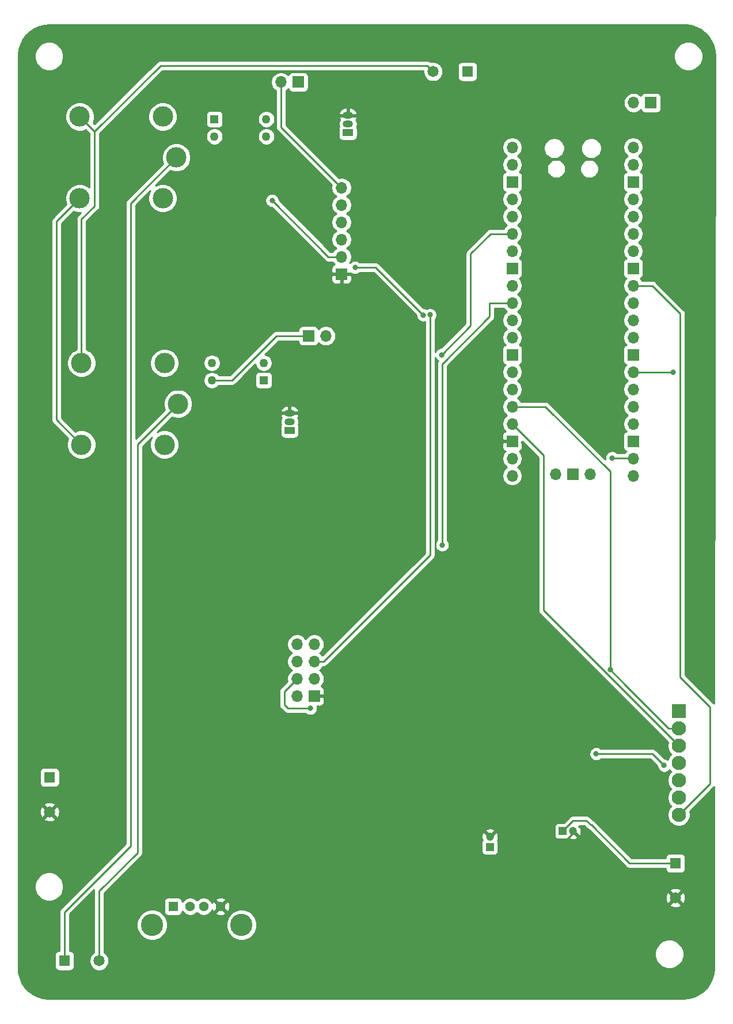
<source format=gbr>
%TF.GenerationSoftware,KiCad,Pcbnew,(5.1.10-1-10_14)*%
%TF.CreationDate,2021-10-16T18:52:24-04:00*%
%TF.ProjectId,CC_PCB_V1,43435f50-4342-45f5-9631-2e6b69636164,10/13/2021*%
%TF.SameCoordinates,Original*%
%TF.FileFunction,Copper,L2,Bot*%
%TF.FilePolarity,Positive*%
%FSLAX46Y46*%
G04 Gerber Fmt 4.6, Leading zero omitted, Abs format (unit mm)*
G04 Created by KiCad (PCBNEW (5.1.10-1-10_14)) date 2021-10-16 18:52:24*
%MOMM*%
%LPD*%
G01*
G04 APERTURE LIST*
%TA.AperFunction,ComponentPad*%
%ADD10C,3.276000*%
%TD*%
%TA.AperFunction,ComponentPad*%
%ADD11C,1.428000*%
%TD*%
%TA.AperFunction,ComponentPad*%
%ADD12R,1.428000X1.428000*%
%TD*%
%TA.AperFunction,ComponentPad*%
%ADD13C,1.200000*%
%TD*%
%TA.AperFunction,ComponentPad*%
%ADD14R,1.200000X1.200000*%
%TD*%
%TA.AperFunction,ComponentPad*%
%ADD15C,3.000000*%
%TD*%
%TA.AperFunction,ComponentPad*%
%ADD16R,1.500000X1.050000*%
%TD*%
%TA.AperFunction,ComponentPad*%
%ADD17O,1.500000X1.050000*%
%TD*%
%TA.AperFunction,ComponentPad*%
%ADD18C,1.260000*%
%TD*%
%TA.AperFunction,ComponentPad*%
%ADD19R,1.260000X1.260000*%
%TD*%
%TA.AperFunction,ComponentPad*%
%ADD20O,1.700000X1.700000*%
%TD*%
%TA.AperFunction,ComponentPad*%
%ADD21R,1.700000X1.700000*%
%TD*%
%TA.AperFunction,ComponentPad*%
%ADD22C,1.650000*%
%TD*%
%TA.AperFunction,ComponentPad*%
%ADD23R,1.650000X1.650000*%
%TD*%
%TA.AperFunction,ComponentPad*%
%ADD24C,2.100000*%
%TD*%
%TA.AperFunction,ComponentPad*%
%ADD25R,2.100000X2.100000*%
%TD*%
%TA.AperFunction,ViaPad*%
%ADD26C,0.800000*%
%TD*%
%TA.AperFunction,Conductor*%
%ADD27C,0.250000*%
%TD*%
%TA.AperFunction,Conductor*%
%ADD28C,0.254000*%
%TD*%
%TA.AperFunction,Conductor*%
%ADD29C,0.100000*%
%TD*%
G04 APERTURE END LIST*
D10*
%TO.P,J3,S2*%
%TO.N,Net-(J3-PadS1)*%
X88307200Y-149618700D03*
%TO.P,J3,S1*%
X75167200Y-149618700D03*
D11*
%TO.P,J3,4*%
%TO.N,GND*%
X85237200Y-146908700D03*
%TO.P,J3,3*%
%TO.N,Net-(J3-Pad3)*%
X82737200Y-146908700D03*
%TO.P,J3,2*%
%TO.N,Net-(J3-Pad2)*%
X80737200Y-146908700D03*
D12*
%TO.P,J3,1*%
%TO.N,+5V*%
X78237200Y-146908700D03*
%TD*%
D13*
%TO.P,C2,2*%
%TO.N,GND*%
X124828300Y-136663300D03*
D14*
%TO.P,C2,1*%
%TO.N,+5V*%
X124828300Y-138163300D03*
%TD*%
D13*
%TO.P,C1,2*%
%TO.N,GND*%
X137021700Y-135851900D03*
D14*
%TO.P,C1,1*%
%TO.N,+3.3V*%
X135521700Y-135851900D03*
%TD*%
D15*
%TO.P,K2,11*%
%TO.N,Motor+*%
X78970000Y-73056000D03*
%TO.P,K2,A2*%
%TO.N,Net-(D4-Pad1)*%
X76970000Y-79056000D03*
%TO.P,K2,12*%
%TO.N,GND1*%
X64770000Y-79056000D03*
%TO.P,K2,14*%
%TO.N,+12V*%
X64770000Y-67056000D03*
%TO.P,K2,A1*%
%TO.N,Net-(D4-Pad2)*%
X76970000Y-67056000D03*
%TD*%
%TO.P,K1,11*%
%TO.N,Motor-*%
X78716000Y-36861000D03*
%TO.P,K1,A2*%
%TO.N,Net-(D3-Pad1)*%
X76716000Y-42861000D03*
%TO.P,K1,12*%
%TO.N,GND1*%
X64516000Y-42861000D03*
%TO.P,K1,14*%
%TO.N,+12V*%
X64516000Y-30861000D03*
%TO.P,K1,A1*%
%TO.N,Net-(D3-Pad2)*%
X76716000Y-30861000D03*
%TD*%
D16*
%TO.P,Q4,1*%
%TO.N,Net-(D4-Pad1)*%
X95377000Y-76962000D03*
D17*
%TO.P,Q4,3*%
%TO.N,GND*%
X95377000Y-74422000D03*
%TO.P,Q4,2*%
%TO.N,Net-(Q4-Pad2)*%
X95377000Y-75692000D03*
%TD*%
D16*
%TO.P,Q3,1*%
%TO.N,Net-(D3-Pad1)*%
X103949500Y-33210500D03*
D17*
%TO.P,Q3,3*%
%TO.N,GND*%
X103949500Y-30670500D03*
%TO.P,Q3,2*%
%TO.N,Net-(Q3-Pad2)*%
X103949500Y-31940500D03*
%TD*%
D18*
%TO.P,Q2,4*%
%TO.N,Net-(D4-Pad2)*%
X83947000Y-69596000D03*
%TO.P,Q2,3*%
%TO.N,Net-(Q2-Pad3)*%
X83947000Y-67056000D03*
%TO.P,Q2,2*%
%TO.N,Net-(D2-Pad2)*%
X91567000Y-67056000D03*
D19*
%TO.P,Q2,1*%
%TO.N,Net-(Q2-Pad1)*%
X91567000Y-69596000D03*
%TD*%
D18*
%TO.P,Q1,4*%
%TO.N,Net-(D3-Pad2)*%
X91948000Y-31242000D03*
%TO.P,Q1,3*%
%TO.N,Net-(Q1-Pad3)*%
X91948000Y-33782000D03*
%TO.P,Q1,2*%
%TO.N,Net-(D1-Pad2)*%
X84328000Y-33782000D03*
D19*
%TO.P,Q1,1*%
%TO.N,Net-(Q1-Pad1)*%
X84328000Y-31242000D03*
%TD*%
D20*
%TO.P,J9,2*%
%TO.N,+3.3V*%
X145948400Y-28816300D03*
D21*
%TO.P,J9,1*%
%TO.N,+3.3V_Pico*%
X148488400Y-28816300D03*
%TD*%
D22*
%TO.P,J8,2*%
%TO.N,Motor+*%
X67360800Y-154889200D03*
D23*
%TO.P,J8,1*%
%TO.N,Motor-*%
X62280800Y-154889200D03*
%TD*%
D22*
%TO.P,J7,2*%
%TO.N,+12V*%
X116471700Y-24244300D03*
D23*
%TO.P,J7,1*%
%TO.N,GND1*%
X121551700Y-24244300D03*
%TD*%
D20*
%TO.P,J6,2*%
%TO.N,+5V*%
X100685600Y-63080900D03*
D21*
%TO.P,J6,1*%
%TO.N,Net-(D4-Pad2)*%
X98145600Y-63080900D03*
%TD*%
D20*
%TO.P,J4,2*%
%TO.N,+5V*%
X94107000Y-25781000D03*
D21*
%TO.P,J4,1*%
%TO.N,Net-(D3-Pad2)*%
X96647000Y-25781000D03*
%TD*%
D20*
%TO.P,J5,6*%
%TO.N,+5V*%
X103000000Y-41300000D03*
%TO.P,J5,5*%
%TO.N,Net-(J5-Pad5)*%
X103000000Y-43840000D03*
%TO.P,J5,4*%
%TO.N,Net-(J5-Pad4)*%
X103000000Y-46380000D03*
%TO.P,J5,3*%
%TO.N,GP11*%
X103000000Y-48920000D03*
%TO.P,J5,2*%
%TO.N,GP10*%
X103000000Y-51460000D03*
D21*
%TO.P,J5,1*%
%TO.N,GND*%
X103000000Y-54000000D03*
%TD*%
D20*
%TO.P,J2,8*%
%TO.N,Net-(J2-Pad8)*%
X96460000Y-108380000D03*
%TO.P,J2,7*%
%TO.N,GP4*%
X99000000Y-108380000D03*
%TO.P,J2,6*%
%TO.N,GP7*%
X96460000Y-110920000D03*
%TO.P,J2,5*%
%TO.N,GP6*%
X99000000Y-110920000D03*
%TO.P,J2,4*%
%TO.N,GP14*%
X96460000Y-113460000D03*
%TO.P,J2,3*%
%TO.N,GP17*%
X99000000Y-113460000D03*
%TO.P,J2,2*%
%TO.N,+3.3V*%
X96460000Y-116000000D03*
D21*
%TO.P,J2,1*%
%TO.N,GND*%
X99000000Y-116000000D03*
%TD*%
D22*
%TO.P,Screw_Terminal2,2*%
%TO.N,GND*%
X152100000Y-145640000D03*
D23*
%TO.P,Screw_Terminal2,1*%
%TO.N,+3.3V*%
X152100000Y-140560000D03*
%TD*%
D20*
%TO.P,U1,43*%
%TO.N,Net-(U1-Pad43)*%
X139540000Y-83400000D03*
D21*
%TO.P,U1,42*%
%TO.N,Net-(U1-Pad42)*%
X137000000Y-83400000D03*
D20*
%TO.P,U1,41*%
%TO.N,Net-(U1-Pad41)*%
X134460000Y-83400000D03*
%TO.P,U1,40*%
%TO.N,Net-(U1-Pad40)*%
X145890000Y-35370000D03*
%TO.P,U1,39*%
%TO.N,+3.3V_Pico*%
X145890000Y-37910000D03*
D21*
%TO.P,U1,38*%
%TO.N,Net-(U1-Pad38)*%
X145890000Y-40450000D03*
D20*
%TO.P,U1,37*%
%TO.N,Net-(U1-Pad37)*%
X145890000Y-42990000D03*
%TO.P,U1,36*%
%TO.N,3.3V*%
X145890000Y-45530000D03*
%TO.P,U1,35*%
%TO.N,Net-(U1-Pad35)*%
X145890000Y-48070000D03*
%TO.P,U1,34*%
%TO.N,GP28*%
X145890000Y-50610000D03*
D21*
%TO.P,U1,33*%
%TO.N,Net-(U1-Pad33)*%
X145890000Y-53150000D03*
D20*
%TO.P,U1,32*%
%TO.N,GP27*%
X145890000Y-55690000D03*
%TO.P,U1,31*%
%TO.N,GP26*%
X145890000Y-58230000D03*
%TO.P,U1,30*%
%TO.N,Net-(U1-Pad30)*%
X145890000Y-60770000D03*
%TO.P,U1,29*%
%TO.N,GP22*%
X145890000Y-63310000D03*
D21*
%TO.P,U1,28*%
%TO.N,Net-(U1-Pad28)*%
X145890000Y-65850000D03*
D20*
%TO.P,U1,27*%
%TO.N,GP21*%
X145890000Y-68390000D03*
%TO.P,U1,26*%
%TO.N,Net-(U1-Pad26)*%
X145890000Y-70930000D03*
%TO.P,U1,25*%
%TO.N,Net-(U1-Pad25)*%
X145890000Y-73470000D03*
%TO.P,U1,24*%
%TO.N,Net-(U1-Pad24)*%
X145890000Y-76010000D03*
D21*
%TO.P,U1,23*%
%TO.N,Net-(U1-Pad23)*%
X145890000Y-78550000D03*
D20*
%TO.P,U1,22*%
%TO.N,GP17*%
X145890000Y-81090000D03*
%TO.P,U1,21*%
%TO.N,Net-(U1-Pad21)*%
X145890000Y-83630000D03*
%TO.P,U1,20*%
%TO.N,Net-(U1-Pad20)*%
X128110000Y-83630000D03*
%TO.P,U1,19*%
%TO.N,GP14*%
X128110000Y-81090000D03*
D21*
%TO.P,U1,18*%
%TO.N,GND*%
X128110000Y-78550000D03*
D20*
%TO.P,U1,17*%
%TO.N,GP13*%
X128110000Y-76010000D03*
%TO.P,U1,16*%
%TO.N,GP12*%
X128110000Y-73470000D03*
%TO.P,U1,15*%
%TO.N,GP11*%
X128110000Y-70930000D03*
%TO.P,U1,14*%
%TO.N,GP10*%
X128110000Y-68390000D03*
D21*
%TO.P,U1,13*%
%TO.N,Net-(U1-Pad13)*%
X128110000Y-65850000D03*
D20*
%TO.P,U1,12*%
%TO.N,Net-(U1-Pad12)*%
X128110000Y-63310000D03*
%TO.P,U1,11*%
%TO.N,Net-(U1-Pad11)*%
X128110000Y-60770000D03*
%TO.P,U1,10*%
%TO.N,GP7*%
X128110000Y-58230000D03*
%TO.P,U1,9*%
%TO.N,GP6*%
X128110000Y-55690000D03*
D21*
%TO.P,U1,8*%
%TO.N,Net-(U1-Pad8)*%
X128110000Y-53150000D03*
D20*
%TO.P,U1,7*%
%TO.N,Net-(U1-Pad7)*%
X128110000Y-50610000D03*
%TO.P,U1,6*%
%TO.N,GP4*%
X128110000Y-48070000D03*
%TO.P,U1,5*%
%TO.N,Net-(U1-Pad5)*%
X128110000Y-45530000D03*
%TO.P,U1,4*%
%TO.N,Net-(U1-Pad4)*%
X128110000Y-42990000D03*
D21*
%TO.P,U1,3*%
%TO.N,Net-(U1-Pad3)*%
X128110000Y-40450000D03*
D20*
%TO.P,U1,2*%
%TO.N,Net-(U1-Pad2)*%
X128110000Y-37910000D03*
%TO.P,U1,1*%
%TO.N,Net-(U1-Pad1)*%
X128110000Y-35370000D03*
%TD*%
D24*
%TO.P,J1,7*%
%TO.N,GP27*%
X152600000Y-133440000D03*
%TO.P,J1,6*%
%TO.N,GP26*%
X152600000Y-130900000D03*
%TO.P,J1,5*%
%TO.N,GP22*%
X152600000Y-128360000D03*
%TO.P,J1,4*%
%TO.N,GP21*%
X152600000Y-125820000D03*
%TO.P,J1,3*%
%TO.N,GP13*%
X152600000Y-123280000D03*
%TO.P,J1,2*%
%TO.N,GP12*%
X152600000Y-120740000D03*
D25*
%TO.P,J1,1*%
%TO.N,3.3V*%
X152600000Y-118200000D03*
%TD*%
D22*
%TO.P,Screw_Terminal1,2*%
%TO.N,GND*%
X60096400Y-133019800D03*
D23*
%TO.P,Screw_Terminal1,1*%
%TO.N,+5V*%
X60096400Y-127939800D03*
%TD*%
D26*
%TO.N,GP4*%
X117725000Y-65851485D03*
%TO.N,GP7*%
X117800000Y-93800000D03*
%TO.N,GP6*%
X116012653Y-59987347D03*
%TO.N,GP14*%
X98412653Y-117787347D03*
%TO.N,GND*%
X103000000Y-56000000D03*
X131000000Y-137000000D03*
X98000000Y-74300000D03*
X106700000Y-30400000D03*
X130200000Y-79600000D03*
X141706600Y-120497600D03*
X141732000Y-128905000D03*
%TO.N,GP17*%
X142800000Y-81000000D03*
%TO.N,GP22*%
X150444200Y-126204200D03*
X140462000Y-124485400D03*
%TO.N,GP21*%
X151725000Y-68400000D03*
%TO.N,GP12*%
X142500000Y-112109600D03*
%TO.N,GP10*%
X104987347Y-53012653D03*
X115000000Y-60000000D03*
X92800000Y-43175000D03*
%TD*%
D27*
%TO.N,GP4*%
X122000000Y-61576485D02*
X117725000Y-65851485D01*
X122000000Y-51000000D02*
X122000000Y-61576485D01*
X124930000Y-48070000D02*
X122000000Y-51000000D01*
X128110000Y-48070000D02*
X124930000Y-48070000D01*
%TO.N,GP7*%
X124770000Y-60230000D02*
X117800000Y-67200000D01*
X124770000Y-58230000D02*
X124770000Y-60230000D01*
X117800000Y-67200000D02*
X117800000Y-93800000D01*
X128110000Y-58230000D02*
X124770000Y-58230000D01*
%TO.N,GP6*%
X100380000Y-110920000D02*
X99000000Y-110920000D01*
X116000000Y-95300000D02*
X100380000Y-110920000D01*
X116000000Y-60565685D02*
X116000000Y-95300000D01*
X116012653Y-60553032D02*
X116000000Y-60565685D01*
X116012653Y-59987347D02*
X116012653Y-60553032D01*
%TO.N,GP14*%
X98412653Y-117787347D02*
X95087347Y-117787347D01*
X95087347Y-117787347D02*
X94600000Y-117300000D01*
X94600000Y-115320000D02*
X96460000Y-113460000D01*
X94600000Y-117300000D02*
X94600000Y-115320000D01*
%TO.N,GND*%
X137021700Y-136136902D02*
X137021700Y-135851900D01*
X136158602Y-137000000D02*
X137021700Y-136136902D01*
X131000000Y-137000000D02*
X136158602Y-137000000D01*
%TO.N,+5V*%
X94107000Y-32407000D02*
X103000000Y-41300000D01*
X94107000Y-25781000D02*
X94107000Y-32407000D01*
%TO.N,GP17*%
X145800000Y-81000000D02*
X145890000Y-81090000D01*
X142800000Y-81000000D02*
X145800000Y-81000000D01*
%TO.N,GP27*%
X157200000Y-128840000D02*
X152600000Y-133440000D01*
X157200000Y-117600000D02*
X157200000Y-128840000D01*
X152800000Y-113200000D02*
X157200000Y-117600000D01*
X152800000Y-59800000D02*
X152800000Y-113200000D01*
X148690000Y-55690000D02*
X152800000Y-59800000D01*
X145890000Y-55690000D02*
X148690000Y-55690000D01*
%TO.N,GP22*%
X148725400Y-124485400D02*
X140462000Y-124485400D01*
X150444200Y-126204200D02*
X148725400Y-124485400D01*
X140462000Y-124485400D02*
X140462000Y-124485400D01*
%TO.N,GP21*%
X145900000Y-68400000D02*
X145890000Y-68390000D01*
X151725000Y-68400000D02*
X145900000Y-68400000D01*
%TO.N,GP13*%
X128110000Y-76010000D02*
X132700000Y-80600000D01*
X132700000Y-103380000D02*
X152600000Y-123280000D01*
X132700000Y-80600000D02*
X132700000Y-103380000D01*
%TO.N,GP12*%
X128110000Y-73470000D02*
X128110000Y-73510000D01*
X131870000Y-73470000D02*
X128110000Y-73470000D01*
X132970000Y-73470000D02*
X131870000Y-73470000D01*
X142500000Y-83000000D02*
X132970000Y-73470000D01*
X142500000Y-112124924D02*
X142500000Y-112109600D01*
X152600000Y-120740000D02*
X151115076Y-120740000D01*
X144937538Y-114562462D02*
X142500000Y-112124924D01*
X145087538Y-114712462D02*
X144937538Y-114562462D01*
X151115076Y-120740000D02*
X145087538Y-114712462D01*
X142500000Y-112109600D02*
X142500000Y-83000000D01*
%TO.N,+3.3V*%
X152100000Y-140560000D02*
X145360000Y-140560000D01*
X139726899Y-134926899D02*
X139626899Y-134926899D01*
X145360000Y-140560000D02*
X139726899Y-134926899D01*
X139626899Y-134926899D02*
X139000000Y-134300000D01*
X137073600Y-134300000D02*
X135521700Y-135851900D01*
X139000000Y-134300000D02*
X137073600Y-134300000D01*
%TO.N,GP10*%
X108012653Y-53012653D02*
X115000000Y-60000000D01*
X104987347Y-53012653D02*
X108012653Y-53012653D01*
X101085000Y-51460000D02*
X92800000Y-43175000D01*
X103000000Y-51460000D02*
X101085000Y-51460000D01*
%TO.N,Net-(D4-Pad2)*%
X98145600Y-63080900D02*
X93419100Y-63080900D01*
X86904000Y-69596000D02*
X83947000Y-69596000D01*
X93419100Y-63080900D02*
X86904000Y-69596000D01*
%TO.N,+12V*%
X64770000Y-67056000D02*
X64770000Y-45930000D01*
X64770000Y-45930000D02*
X66700000Y-44000000D01*
X66700000Y-33045000D02*
X64516000Y-30861000D01*
X66700000Y-44000000D02*
X66700000Y-33045000D01*
X116471700Y-24244300D02*
X115600000Y-23372600D01*
X76372400Y-23372600D02*
X66700000Y-33045000D01*
X115600000Y-23372600D02*
X76372400Y-23372600D01*
%TO.N,GND1*%
X64770000Y-79056000D02*
X61100000Y-75386000D01*
X61100000Y-46277000D02*
X64516000Y-42861000D01*
X61100000Y-75386000D02*
X61100000Y-46277000D01*
X121551700Y-24244300D02*
X121551700Y-24051700D01*
%TO.N,Motor+*%
X67360800Y-154889200D02*
X67360800Y-144639200D01*
X67360800Y-144639200D02*
X73000000Y-139000000D01*
X73000000Y-79026000D02*
X78970000Y-73056000D01*
X73000000Y-139000000D02*
X73000000Y-79026000D01*
%TO.N,Motor-*%
X62280800Y-154889200D02*
X62280800Y-147719200D01*
X62280800Y-147719200D02*
X72000000Y-138000000D01*
X72000000Y-43577000D02*
X78716000Y-36861000D01*
X72000000Y-138000000D02*
X72000000Y-43577000D01*
%TD*%
D28*
%TO.N,GND*%
X153549086Y-17384999D02*
X154348063Y-17477217D01*
X155093462Y-17699203D01*
X155788984Y-18047252D01*
X156413506Y-18510791D01*
X156948042Y-19075731D01*
X157376359Y-19724912D01*
X157685443Y-20438615D01*
X157866306Y-21196858D01*
X157916256Y-21981177D01*
X157811413Y-117147015D01*
X157740001Y-117059999D01*
X157711004Y-117036202D01*
X153560000Y-112885199D01*
X153560000Y-59837325D01*
X153563676Y-59800000D01*
X153560000Y-59762675D01*
X153560000Y-59762667D01*
X153549003Y-59651014D01*
X153505546Y-59507753D01*
X153434974Y-59375724D01*
X153340001Y-59259999D01*
X153311004Y-59236202D01*
X149253804Y-55179003D01*
X149230001Y-55149999D01*
X149114276Y-55055026D01*
X148982247Y-54984454D01*
X148838986Y-54940997D01*
X148727333Y-54930000D01*
X148727322Y-54930000D01*
X148690000Y-54926324D01*
X148652678Y-54930000D01*
X147168178Y-54930000D01*
X147043475Y-54743368D01*
X146911620Y-54611513D01*
X146984180Y-54589502D01*
X147094494Y-54530537D01*
X147191185Y-54451185D01*
X147270537Y-54354494D01*
X147329502Y-54244180D01*
X147365812Y-54124482D01*
X147378072Y-54000000D01*
X147378072Y-52300000D01*
X147365812Y-52175518D01*
X147329502Y-52055820D01*
X147270537Y-51945506D01*
X147191185Y-51848815D01*
X147094494Y-51769463D01*
X146984180Y-51710498D01*
X146911620Y-51688487D01*
X147043475Y-51556632D01*
X147205990Y-51313411D01*
X147317932Y-51043158D01*
X147375000Y-50756260D01*
X147375000Y-50463740D01*
X147317932Y-50176842D01*
X147205990Y-49906589D01*
X147043475Y-49663368D01*
X146836632Y-49456525D01*
X146662240Y-49340000D01*
X146836632Y-49223475D01*
X147043475Y-49016632D01*
X147205990Y-48773411D01*
X147317932Y-48503158D01*
X147375000Y-48216260D01*
X147375000Y-47923740D01*
X147317932Y-47636842D01*
X147205990Y-47366589D01*
X147043475Y-47123368D01*
X146836632Y-46916525D01*
X146662240Y-46800000D01*
X146836632Y-46683475D01*
X147043475Y-46476632D01*
X147205990Y-46233411D01*
X147317932Y-45963158D01*
X147375000Y-45676260D01*
X147375000Y-45383740D01*
X147317932Y-45096842D01*
X147205990Y-44826589D01*
X147043475Y-44583368D01*
X146836632Y-44376525D01*
X146662240Y-44260000D01*
X146836632Y-44143475D01*
X147043475Y-43936632D01*
X147205990Y-43693411D01*
X147317932Y-43423158D01*
X147375000Y-43136260D01*
X147375000Y-42843740D01*
X147317932Y-42556842D01*
X147205990Y-42286589D01*
X147043475Y-42043368D01*
X146911620Y-41911513D01*
X146984180Y-41889502D01*
X147094494Y-41830537D01*
X147191185Y-41751185D01*
X147270537Y-41654494D01*
X147329502Y-41544180D01*
X147365812Y-41424482D01*
X147378072Y-41300000D01*
X147378072Y-39600000D01*
X147365812Y-39475518D01*
X147329502Y-39355820D01*
X147270537Y-39245506D01*
X147191185Y-39148815D01*
X147094494Y-39069463D01*
X146984180Y-39010498D01*
X146911620Y-38988487D01*
X147043475Y-38856632D01*
X147205990Y-38613411D01*
X147317932Y-38343158D01*
X147375000Y-38056260D01*
X147375000Y-37763740D01*
X147317932Y-37476842D01*
X147205990Y-37206589D01*
X147043475Y-36963368D01*
X146836632Y-36756525D01*
X146662240Y-36640000D01*
X146836632Y-36523475D01*
X147043475Y-36316632D01*
X147205990Y-36073411D01*
X147317932Y-35803158D01*
X147375000Y-35516260D01*
X147375000Y-35223740D01*
X147317932Y-34936842D01*
X147205990Y-34666589D01*
X147043475Y-34423368D01*
X146836632Y-34216525D01*
X146593411Y-34054010D01*
X146323158Y-33942068D01*
X146036260Y-33885000D01*
X145743740Y-33885000D01*
X145456842Y-33942068D01*
X145186589Y-34054010D01*
X144943368Y-34216525D01*
X144736525Y-34423368D01*
X144574010Y-34666589D01*
X144462068Y-34936842D01*
X144405000Y-35223740D01*
X144405000Y-35516260D01*
X144462068Y-35803158D01*
X144574010Y-36073411D01*
X144736525Y-36316632D01*
X144943368Y-36523475D01*
X145117760Y-36640000D01*
X144943368Y-36756525D01*
X144736525Y-36963368D01*
X144574010Y-37206589D01*
X144462068Y-37476842D01*
X144405000Y-37763740D01*
X144405000Y-38056260D01*
X144462068Y-38343158D01*
X144574010Y-38613411D01*
X144736525Y-38856632D01*
X144868380Y-38988487D01*
X144795820Y-39010498D01*
X144685506Y-39069463D01*
X144588815Y-39148815D01*
X144509463Y-39245506D01*
X144450498Y-39355820D01*
X144414188Y-39475518D01*
X144401928Y-39600000D01*
X144401928Y-41300000D01*
X144414188Y-41424482D01*
X144450498Y-41544180D01*
X144509463Y-41654494D01*
X144588815Y-41751185D01*
X144685506Y-41830537D01*
X144795820Y-41889502D01*
X144868380Y-41911513D01*
X144736525Y-42043368D01*
X144574010Y-42286589D01*
X144462068Y-42556842D01*
X144405000Y-42843740D01*
X144405000Y-43136260D01*
X144462068Y-43423158D01*
X144574010Y-43693411D01*
X144736525Y-43936632D01*
X144943368Y-44143475D01*
X145117760Y-44260000D01*
X144943368Y-44376525D01*
X144736525Y-44583368D01*
X144574010Y-44826589D01*
X144462068Y-45096842D01*
X144405000Y-45383740D01*
X144405000Y-45676260D01*
X144462068Y-45963158D01*
X144574010Y-46233411D01*
X144736525Y-46476632D01*
X144943368Y-46683475D01*
X145117760Y-46800000D01*
X144943368Y-46916525D01*
X144736525Y-47123368D01*
X144574010Y-47366589D01*
X144462068Y-47636842D01*
X144405000Y-47923740D01*
X144405000Y-48216260D01*
X144462068Y-48503158D01*
X144574010Y-48773411D01*
X144736525Y-49016632D01*
X144943368Y-49223475D01*
X145117760Y-49340000D01*
X144943368Y-49456525D01*
X144736525Y-49663368D01*
X144574010Y-49906589D01*
X144462068Y-50176842D01*
X144405000Y-50463740D01*
X144405000Y-50756260D01*
X144462068Y-51043158D01*
X144574010Y-51313411D01*
X144736525Y-51556632D01*
X144868380Y-51688487D01*
X144795820Y-51710498D01*
X144685506Y-51769463D01*
X144588815Y-51848815D01*
X144509463Y-51945506D01*
X144450498Y-52055820D01*
X144414188Y-52175518D01*
X144401928Y-52300000D01*
X144401928Y-54000000D01*
X144414188Y-54124482D01*
X144450498Y-54244180D01*
X144509463Y-54354494D01*
X144588815Y-54451185D01*
X144685506Y-54530537D01*
X144795820Y-54589502D01*
X144868380Y-54611513D01*
X144736525Y-54743368D01*
X144574010Y-54986589D01*
X144462068Y-55256842D01*
X144405000Y-55543740D01*
X144405000Y-55836260D01*
X144462068Y-56123158D01*
X144574010Y-56393411D01*
X144736525Y-56636632D01*
X144943368Y-56843475D01*
X145117760Y-56960000D01*
X144943368Y-57076525D01*
X144736525Y-57283368D01*
X144574010Y-57526589D01*
X144462068Y-57796842D01*
X144405000Y-58083740D01*
X144405000Y-58376260D01*
X144462068Y-58663158D01*
X144574010Y-58933411D01*
X144736525Y-59176632D01*
X144943368Y-59383475D01*
X145117760Y-59500000D01*
X144943368Y-59616525D01*
X144736525Y-59823368D01*
X144574010Y-60066589D01*
X144462068Y-60336842D01*
X144405000Y-60623740D01*
X144405000Y-60916260D01*
X144462068Y-61203158D01*
X144574010Y-61473411D01*
X144736525Y-61716632D01*
X144943368Y-61923475D01*
X145117760Y-62040000D01*
X144943368Y-62156525D01*
X144736525Y-62363368D01*
X144574010Y-62606589D01*
X144462068Y-62876842D01*
X144405000Y-63163740D01*
X144405000Y-63456260D01*
X144462068Y-63743158D01*
X144574010Y-64013411D01*
X144736525Y-64256632D01*
X144868380Y-64388487D01*
X144795820Y-64410498D01*
X144685506Y-64469463D01*
X144588815Y-64548815D01*
X144509463Y-64645506D01*
X144450498Y-64755820D01*
X144414188Y-64875518D01*
X144401928Y-65000000D01*
X144401928Y-66700000D01*
X144414188Y-66824482D01*
X144450498Y-66944180D01*
X144509463Y-67054494D01*
X144588815Y-67151185D01*
X144685506Y-67230537D01*
X144795820Y-67289502D01*
X144868380Y-67311513D01*
X144736525Y-67443368D01*
X144574010Y-67686589D01*
X144462068Y-67956842D01*
X144405000Y-68243740D01*
X144405000Y-68536260D01*
X144462068Y-68823158D01*
X144574010Y-69093411D01*
X144736525Y-69336632D01*
X144943368Y-69543475D01*
X145117760Y-69660000D01*
X144943368Y-69776525D01*
X144736525Y-69983368D01*
X144574010Y-70226589D01*
X144462068Y-70496842D01*
X144405000Y-70783740D01*
X144405000Y-71076260D01*
X144462068Y-71363158D01*
X144574010Y-71633411D01*
X144736525Y-71876632D01*
X144943368Y-72083475D01*
X145117760Y-72200000D01*
X144943368Y-72316525D01*
X144736525Y-72523368D01*
X144574010Y-72766589D01*
X144462068Y-73036842D01*
X144405000Y-73323740D01*
X144405000Y-73616260D01*
X144462068Y-73903158D01*
X144574010Y-74173411D01*
X144736525Y-74416632D01*
X144943368Y-74623475D01*
X145117760Y-74740000D01*
X144943368Y-74856525D01*
X144736525Y-75063368D01*
X144574010Y-75306589D01*
X144462068Y-75576842D01*
X144405000Y-75863740D01*
X144405000Y-76156260D01*
X144462068Y-76443158D01*
X144574010Y-76713411D01*
X144736525Y-76956632D01*
X144868380Y-77088487D01*
X144795820Y-77110498D01*
X144685506Y-77169463D01*
X144588815Y-77248815D01*
X144509463Y-77345506D01*
X144450498Y-77455820D01*
X144414188Y-77575518D01*
X144401928Y-77700000D01*
X144401928Y-79400000D01*
X144414188Y-79524482D01*
X144450498Y-79644180D01*
X144509463Y-79754494D01*
X144588815Y-79851185D01*
X144685506Y-79930537D01*
X144795820Y-79989502D01*
X144868380Y-80011513D01*
X144736525Y-80143368D01*
X144671958Y-80240000D01*
X143503711Y-80240000D01*
X143459774Y-80196063D01*
X143290256Y-80082795D01*
X143101898Y-80004774D01*
X142901939Y-79965000D01*
X142698061Y-79965000D01*
X142498102Y-80004774D01*
X142309744Y-80082795D01*
X142140226Y-80196063D01*
X141996063Y-80340226D01*
X141882795Y-80509744D01*
X141804774Y-80698102D01*
X141765000Y-80898061D01*
X141765000Y-81101939D01*
X141786915Y-81212113D01*
X133533804Y-72959003D01*
X133510001Y-72929999D01*
X133394276Y-72835026D01*
X133262247Y-72764454D01*
X133118986Y-72720997D01*
X133007333Y-72710000D01*
X133007322Y-72710000D01*
X132970000Y-72706324D01*
X132932678Y-72710000D01*
X129388178Y-72710000D01*
X129263475Y-72523368D01*
X129056632Y-72316525D01*
X128882240Y-72200000D01*
X129056632Y-72083475D01*
X129263475Y-71876632D01*
X129425990Y-71633411D01*
X129537932Y-71363158D01*
X129595000Y-71076260D01*
X129595000Y-70783740D01*
X129537932Y-70496842D01*
X129425990Y-70226589D01*
X129263475Y-69983368D01*
X129056632Y-69776525D01*
X128882240Y-69660000D01*
X129056632Y-69543475D01*
X129263475Y-69336632D01*
X129425990Y-69093411D01*
X129537932Y-68823158D01*
X129595000Y-68536260D01*
X129595000Y-68243740D01*
X129537932Y-67956842D01*
X129425990Y-67686589D01*
X129263475Y-67443368D01*
X129131620Y-67311513D01*
X129204180Y-67289502D01*
X129314494Y-67230537D01*
X129411185Y-67151185D01*
X129490537Y-67054494D01*
X129549502Y-66944180D01*
X129585812Y-66824482D01*
X129598072Y-66700000D01*
X129598072Y-65000000D01*
X129585812Y-64875518D01*
X129549502Y-64755820D01*
X129490537Y-64645506D01*
X129411185Y-64548815D01*
X129314494Y-64469463D01*
X129204180Y-64410498D01*
X129131620Y-64388487D01*
X129263475Y-64256632D01*
X129425990Y-64013411D01*
X129537932Y-63743158D01*
X129595000Y-63456260D01*
X129595000Y-63163740D01*
X129537932Y-62876842D01*
X129425990Y-62606589D01*
X129263475Y-62363368D01*
X129056632Y-62156525D01*
X128882240Y-62040000D01*
X129056632Y-61923475D01*
X129263475Y-61716632D01*
X129425990Y-61473411D01*
X129537932Y-61203158D01*
X129595000Y-60916260D01*
X129595000Y-60623740D01*
X129537932Y-60336842D01*
X129425990Y-60066589D01*
X129263475Y-59823368D01*
X129056632Y-59616525D01*
X128882240Y-59500000D01*
X129056632Y-59383475D01*
X129263475Y-59176632D01*
X129425990Y-58933411D01*
X129537932Y-58663158D01*
X129595000Y-58376260D01*
X129595000Y-58083740D01*
X129537932Y-57796842D01*
X129425990Y-57526589D01*
X129263475Y-57283368D01*
X129056632Y-57076525D01*
X128882240Y-56960000D01*
X129056632Y-56843475D01*
X129263475Y-56636632D01*
X129425990Y-56393411D01*
X129537932Y-56123158D01*
X129595000Y-55836260D01*
X129595000Y-55543740D01*
X129537932Y-55256842D01*
X129425990Y-54986589D01*
X129263475Y-54743368D01*
X129131620Y-54611513D01*
X129204180Y-54589502D01*
X129314494Y-54530537D01*
X129411185Y-54451185D01*
X129490537Y-54354494D01*
X129549502Y-54244180D01*
X129585812Y-54124482D01*
X129598072Y-54000000D01*
X129598072Y-52300000D01*
X129585812Y-52175518D01*
X129549502Y-52055820D01*
X129490537Y-51945506D01*
X129411185Y-51848815D01*
X129314494Y-51769463D01*
X129204180Y-51710498D01*
X129131620Y-51688487D01*
X129263475Y-51556632D01*
X129425990Y-51313411D01*
X129537932Y-51043158D01*
X129595000Y-50756260D01*
X129595000Y-50463740D01*
X129537932Y-50176842D01*
X129425990Y-49906589D01*
X129263475Y-49663368D01*
X129056632Y-49456525D01*
X128882240Y-49340000D01*
X129056632Y-49223475D01*
X129263475Y-49016632D01*
X129425990Y-48773411D01*
X129537932Y-48503158D01*
X129595000Y-48216260D01*
X129595000Y-47923740D01*
X129537932Y-47636842D01*
X129425990Y-47366589D01*
X129263475Y-47123368D01*
X129056632Y-46916525D01*
X128882240Y-46800000D01*
X129056632Y-46683475D01*
X129263475Y-46476632D01*
X129425990Y-46233411D01*
X129537932Y-45963158D01*
X129595000Y-45676260D01*
X129595000Y-45383740D01*
X129537932Y-45096842D01*
X129425990Y-44826589D01*
X129263475Y-44583368D01*
X129056632Y-44376525D01*
X128882240Y-44260000D01*
X129056632Y-44143475D01*
X129263475Y-43936632D01*
X129425990Y-43693411D01*
X129537932Y-43423158D01*
X129595000Y-43136260D01*
X129595000Y-42843740D01*
X129537932Y-42556842D01*
X129425990Y-42286589D01*
X129263475Y-42043368D01*
X129131620Y-41911513D01*
X129204180Y-41889502D01*
X129314494Y-41830537D01*
X129411185Y-41751185D01*
X129490537Y-41654494D01*
X129549502Y-41544180D01*
X129585812Y-41424482D01*
X129598072Y-41300000D01*
X129598072Y-39600000D01*
X129585812Y-39475518D01*
X129549502Y-39355820D01*
X129490537Y-39245506D01*
X129411185Y-39148815D01*
X129314494Y-39069463D01*
X129204180Y-39010498D01*
X129131620Y-38988487D01*
X129263475Y-38856632D01*
X129425990Y-38613411D01*
X129517042Y-38393589D01*
X133190000Y-38393589D01*
X133190000Y-38666411D01*
X133243225Y-38933989D01*
X133347629Y-39186043D01*
X133499201Y-39412886D01*
X133692114Y-39605799D01*
X133918957Y-39757371D01*
X134171011Y-39861775D01*
X134438589Y-39915000D01*
X134711411Y-39915000D01*
X134978989Y-39861775D01*
X135231043Y-39757371D01*
X135457886Y-39605799D01*
X135650799Y-39412886D01*
X135802371Y-39186043D01*
X135906775Y-38933989D01*
X135960000Y-38666411D01*
X135960000Y-38393589D01*
X138040000Y-38393589D01*
X138040000Y-38666411D01*
X138093225Y-38933989D01*
X138197629Y-39186043D01*
X138349201Y-39412886D01*
X138542114Y-39605799D01*
X138768957Y-39757371D01*
X139021011Y-39861775D01*
X139288589Y-39915000D01*
X139561411Y-39915000D01*
X139828989Y-39861775D01*
X140081043Y-39757371D01*
X140307886Y-39605799D01*
X140500799Y-39412886D01*
X140652371Y-39186043D01*
X140756775Y-38933989D01*
X140810000Y-38666411D01*
X140810000Y-38393589D01*
X140756775Y-38126011D01*
X140652371Y-37873957D01*
X140500799Y-37647114D01*
X140307886Y-37454201D01*
X140081043Y-37302629D01*
X139828989Y-37198225D01*
X139561411Y-37145000D01*
X139288589Y-37145000D01*
X139021011Y-37198225D01*
X138768957Y-37302629D01*
X138542114Y-37454201D01*
X138349201Y-37647114D01*
X138197629Y-37873957D01*
X138093225Y-38126011D01*
X138040000Y-38393589D01*
X135960000Y-38393589D01*
X135906775Y-38126011D01*
X135802371Y-37873957D01*
X135650799Y-37647114D01*
X135457886Y-37454201D01*
X135231043Y-37302629D01*
X134978989Y-37198225D01*
X134711411Y-37145000D01*
X134438589Y-37145000D01*
X134171011Y-37198225D01*
X133918957Y-37302629D01*
X133692114Y-37454201D01*
X133499201Y-37647114D01*
X133347629Y-37873957D01*
X133243225Y-38126011D01*
X133190000Y-38393589D01*
X129517042Y-38393589D01*
X129537932Y-38343158D01*
X129595000Y-38056260D01*
X129595000Y-37763740D01*
X129537932Y-37476842D01*
X129425990Y-37206589D01*
X129263475Y-36963368D01*
X129056632Y-36756525D01*
X128882240Y-36640000D01*
X129056632Y-36523475D01*
X129263475Y-36316632D01*
X129425990Y-36073411D01*
X129537932Y-35803158D01*
X129595000Y-35516260D01*
X129595000Y-35348816D01*
X132740000Y-35348816D01*
X132740000Y-35651184D01*
X132798989Y-35947743D01*
X132914701Y-36227095D01*
X133082688Y-36478505D01*
X133296495Y-36692312D01*
X133547905Y-36860299D01*
X133827257Y-36976011D01*
X134123816Y-37035000D01*
X134426184Y-37035000D01*
X134722743Y-36976011D01*
X135002095Y-36860299D01*
X135253505Y-36692312D01*
X135467312Y-36478505D01*
X135635299Y-36227095D01*
X135751011Y-35947743D01*
X135810000Y-35651184D01*
X135810000Y-35348816D01*
X138190000Y-35348816D01*
X138190000Y-35651184D01*
X138248989Y-35947743D01*
X138364701Y-36227095D01*
X138532688Y-36478505D01*
X138746495Y-36692312D01*
X138997905Y-36860299D01*
X139277257Y-36976011D01*
X139573816Y-37035000D01*
X139876184Y-37035000D01*
X140172743Y-36976011D01*
X140452095Y-36860299D01*
X140703505Y-36692312D01*
X140917312Y-36478505D01*
X141085299Y-36227095D01*
X141201011Y-35947743D01*
X141260000Y-35651184D01*
X141260000Y-35348816D01*
X141201011Y-35052257D01*
X141085299Y-34772905D01*
X140917312Y-34521495D01*
X140703505Y-34307688D01*
X140452095Y-34139701D01*
X140172743Y-34023989D01*
X139876184Y-33965000D01*
X139573816Y-33965000D01*
X139277257Y-34023989D01*
X138997905Y-34139701D01*
X138746495Y-34307688D01*
X138532688Y-34521495D01*
X138364701Y-34772905D01*
X138248989Y-35052257D01*
X138190000Y-35348816D01*
X135810000Y-35348816D01*
X135751011Y-35052257D01*
X135635299Y-34772905D01*
X135467312Y-34521495D01*
X135253505Y-34307688D01*
X135002095Y-34139701D01*
X134722743Y-34023989D01*
X134426184Y-33965000D01*
X134123816Y-33965000D01*
X133827257Y-34023989D01*
X133547905Y-34139701D01*
X133296495Y-34307688D01*
X133082688Y-34521495D01*
X132914701Y-34772905D01*
X132798989Y-35052257D01*
X132740000Y-35348816D01*
X129595000Y-35348816D01*
X129595000Y-35223740D01*
X129537932Y-34936842D01*
X129425990Y-34666589D01*
X129263475Y-34423368D01*
X129056632Y-34216525D01*
X128813411Y-34054010D01*
X128543158Y-33942068D01*
X128256260Y-33885000D01*
X127963740Y-33885000D01*
X127676842Y-33942068D01*
X127406589Y-34054010D01*
X127163368Y-34216525D01*
X126956525Y-34423368D01*
X126794010Y-34666589D01*
X126682068Y-34936842D01*
X126625000Y-35223740D01*
X126625000Y-35516260D01*
X126682068Y-35803158D01*
X126794010Y-36073411D01*
X126956525Y-36316632D01*
X127163368Y-36523475D01*
X127337760Y-36640000D01*
X127163368Y-36756525D01*
X126956525Y-36963368D01*
X126794010Y-37206589D01*
X126682068Y-37476842D01*
X126625000Y-37763740D01*
X126625000Y-38056260D01*
X126682068Y-38343158D01*
X126794010Y-38613411D01*
X126956525Y-38856632D01*
X127088380Y-38988487D01*
X127015820Y-39010498D01*
X126905506Y-39069463D01*
X126808815Y-39148815D01*
X126729463Y-39245506D01*
X126670498Y-39355820D01*
X126634188Y-39475518D01*
X126621928Y-39600000D01*
X126621928Y-41300000D01*
X126634188Y-41424482D01*
X126670498Y-41544180D01*
X126729463Y-41654494D01*
X126808815Y-41751185D01*
X126905506Y-41830537D01*
X127015820Y-41889502D01*
X127088380Y-41911513D01*
X126956525Y-42043368D01*
X126794010Y-42286589D01*
X126682068Y-42556842D01*
X126625000Y-42843740D01*
X126625000Y-43136260D01*
X126682068Y-43423158D01*
X126794010Y-43693411D01*
X126956525Y-43936632D01*
X127163368Y-44143475D01*
X127337760Y-44260000D01*
X127163368Y-44376525D01*
X126956525Y-44583368D01*
X126794010Y-44826589D01*
X126682068Y-45096842D01*
X126625000Y-45383740D01*
X126625000Y-45676260D01*
X126682068Y-45963158D01*
X126794010Y-46233411D01*
X126956525Y-46476632D01*
X127163368Y-46683475D01*
X127337760Y-46800000D01*
X127163368Y-46916525D01*
X126956525Y-47123368D01*
X126831822Y-47310000D01*
X124967325Y-47310000D01*
X124930000Y-47306324D01*
X124892675Y-47310000D01*
X124892667Y-47310000D01*
X124781014Y-47320997D01*
X124637753Y-47364454D01*
X124505724Y-47435026D01*
X124389999Y-47529999D01*
X124366201Y-47558997D01*
X121489003Y-50436196D01*
X121459999Y-50459999D01*
X121416201Y-50513368D01*
X121365026Y-50575724D01*
X121298599Y-50700000D01*
X121294454Y-50707754D01*
X121250997Y-50851015D01*
X121240000Y-50962668D01*
X121240000Y-50962678D01*
X121236324Y-51000000D01*
X121240000Y-51037322D01*
X121240001Y-61261682D01*
X117685199Y-64816485D01*
X117623061Y-64816485D01*
X117423102Y-64856259D01*
X117234744Y-64934280D01*
X117065226Y-65047548D01*
X116921063Y-65191711D01*
X116807795Y-65361229D01*
X116760000Y-65476616D01*
X116760000Y-60707477D01*
X116761640Y-60702071D01*
X116816590Y-60647121D01*
X116929858Y-60477603D01*
X117007879Y-60289245D01*
X117047653Y-60089286D01*
X117047653Y-59885408D01*
X117007879Y-59685449D01*
X116929858Y-59497091D01*
X116816590Y-59327573D01*
X116672427Y-59183410D01*
X116502909Y-59070142D01*
X116314551Y-58992121D01*
X116114592Y-58952347D01*
X115910714Y-58952347D01*
X115710755Y-58992121D01*
X115522397Y-59070142D01*
X115496858Y-59087206D01*
X115490256Y-59082795D01*
X115301898Y-59004774D01*
X115101939Y-58965000D01*
X115039802Y-58965000D01*
X108576457Y-52501656D01*
X108552654Y-52472652D01*
X108436929Y-52377679D01*
X108304900Y-52307107D01*
X108161639Y-52263650D01*
X108049986Y-52252653D01*
X108049975Y-52252653D01*
X108012653Y-52248977D01*
X107975331Y-52252653D01*
X105691058Y-52252653D01*
X105647121Y-52208716D01*
X105477603Y-52095448D01*
X105289245Y-52017427D01*
X105089286Y-51977653D01*
X104885408Y-51977653D01*
X104685449Y-52017427D01*
X104497091Y-52095448D01*
X104327573Y-52208716D01*
X104201437Y-52334852D01*
X104315990Y-52163411D01*
X104427932Y-51893158D01*
X104485000Y-51606260D01*
X104485000Y-51313740D01*
X104427932Y-51026842D01*
X104315990Y-50756589D01*
X104153475Y-50513368D01*
X103946632Y-50306525D01*
X103772240Y-50190000D01*
X103946632Y-50073475D01*
X104153475Y-49866632D01*
X104315990Y-49623411D01*
X104427932Y-49353158D01*
X104485000Y-49066260D01*
X104485000Y-48773740D01*
X104427932Y-48486842D01*
X104315990Y-48216589D01*
X104153475Y-47973368D01*
X103946632Y-47766525D01*
X103772240Y-47650000D01*
X103946632Y-47533475D01*
X104153475Y-47326632D01*
X104315990Y-47083411D01*
X104427932Y-46813158D01*
X104485000Y-46526260D01*
X104485000Y-46233740D01*
X104427932Y-45946842D01*
X104315990Y-45676589D01*
X104153475Y-45433368D01*
X103946632Y-45226525D01*
X103772240Y-45110000D01*
X103946632Y-44993475D01*
X104153475Y-44786632D01*
X104315990Y-44543411D01*
X104427932Y-44273158D01*
X104485000Y-43986260D01*
X104485000Y-43693740D01*
X104427932Y-43406842D01*
X104315990Y-43136589D01*
X104153475Y-42893368D01*
X103946632Y-42686525D01*
X103772240Y-42570000D01*
X103946632Y-42453475D01*
X104153475Y-42246632D01*
X104315990Y-42003411D01*
X104427932Y-41733158D01*
X104485000Y-41446260D01*
X104485000Y-41153740D01*
X104427932Y-40866842D01*
X104315990Y-40596589D01*
X104153475Y-40353368D01*
X103946632Y-40146525D01*
X103703411Y-39984010D01*
X103433158Y-39872068D01*
X103146260Y-39815000D01*
X102853740Y-39815000D01*
X102633592Y-39858790D01*
X94867000Y-32092199D01*
X94867000Y-31940500D01*
X102558888Y-31940500D01*
X102581285Y-32167900D01*
X102644593Y-32376598D01*
X102609998Y-32441320D01*
X102573688Y-32561018D01*
X102561428Y-32685500D01*
X102561428Y-33735500D01*
X102573688Y-33859982D01*
X102609998Y-33979680D01*
X102668963Y-34089994D01*
X102748315Y-34186685D01*
X102845006Y-34266037D01*
X102955320Y-34325002D01*
X103075018Y-34361312D01*
X103199500Y-34373572D01*
X104699500Y-34373572D01*
X104823982Y-34361312D01*
X104943680Y-34325002D01*
X105053994Y-34266037D01*
X105150685Y-34186685D01*
X105230037Y-34089994D01*
X105289002Y-33979680D01*
X105325312Y-33859982D01*
X105337572Y-33735500D01*
X105337572Y-32685500D01*
X105325312Y-32561018D01*
X105289002Y-32441320D01*
X105254407Y-32376598D01*
X105317715Y-32167900D01*
X105340112Y-31940500D01*
X105317715Y-31713100D01*
X105251385Y-31494440D01*
X105150571Y-31305831D01*
X105191775Y-31247382D01*
X105284772Y-31037837D01*
X105293464Y-30976310D01*
X105167663Y-30797500D01*
X104402609Y-30797500D01*
X104401900Y-30797285D01*
X104231479Y-30780500D01*
X103667521Y-30780500D01*
X103497100Y-30797285D01*
X103496391Y-30797500D01*
X102731337Y-30797500D01*
X102605536Y-30976310D01*
X102614228Y-31037837D01*
X102707225Y-31247382D01*
X102748429Y-31305831D01*
X102647615Y-31494440D01*
X102581285Y-31713100D01*
X102558888Y-31940500D01*
X94867000Y-31940500D01*
X94867000Y-30364690D01*
X102605536Y-30364690D01*
X102731337Y-30543500D01*
X103822500Y-30543500D01*
X103822500Y-29663902D01*
X104076500Y-29663902D01*
X104076500Y-30543500D01*
X105167663Y-30543500D01*
X105293464Y-30364690D01*
X105284772Y-30303163D01*
X105191775Y-30093618D01*
X105059684Y-29906242D01*
X104893576Y-29748236D01*
X104699834Y-29625672D01*
X104485904Y-29543261D01*
X104260007Y-29504169D01*
X104076500Y-29663902D01*
X103822500Y-29663902D01*
X103638993Y-29504169D01*
X103413096Y-29543261D01*
X103199166Y-29625672D01*
X103005424Y-29748236D01*
X102839316Y-29906242D01*
X102707225Y-30093618D01*
X102614228Y-30303163D01*
X102605536Y-30364690D01*
X94867000Y-30364690D01*
X94867000Y-28670040D01*
X144463400Y-28670040D01*
X144463400Y-28962560D01*
X144520468Y-29249458D01*
X144632410Y-29519711D01*
X144794925Y-29762932D01*
X145001768Y-29969775D01*
X145244989Y-30132290D01*
X145515242Y-30244232D01*
X145802140Y-30301300D01*
X146094660Y-30301300D01*
X146381558Y-30244232D01*
X146651811Y-30132290D01*
X146895032Y-29969775D01*
X147026887Y-29837920D01*
X147048898Y-29910480D01*
X147107863Y-30020794D01*
X147187215Y-30117485D01*
X147283906Y-30196837D01*
X147394220Y-30255802D01*
X147513918Y-30292112D01*
X147638400Y-30304372D01*
X149338400Y-30304372D01*
X149462882Y-30292112D01*
X149582580Y-30255802D01*
X149692894Y-30196837D01*
X149789585Y-30117485D01*
X149868937Y-30020794D01*
X149927902Y-29910480D01*
X149964212Y-29790782D01*
X149976472Y-29666300D01*
X149976472Y-27966300D01*
X149964212Y-27841818D01*
X149927902Y-27722120D01*
X149868937Y-27611806D01*
X149789585Y-27515115D01*
X149692894Y-27435763D01*
X149582580Y-27376798D01*
X149462882Y-27340488D01*
X149338400Y-27328228D01*
X147638400Y-27328228D01*
X147513918Y-27340488D01*
X147394220Y-27376798D01*
X147283906Y-27435763D01*
X147187215Y-27515115D01*
X147107863Y-27611806D01*
X147048898Y-27722120D01*
X147026887Y-27794680D01*
X146895032Y-27662825D01*
X146651811Y-27500310D01*
X146381558Y-27388368D01*
X146094660Y-27331300D01*
X145802140Y-27331300D01*
X145515242Y-27388368D01*
X145244989Y-27500310D01*
X145001768Y-27662825D01*
X144794925Y-27869668D01*
X144632410Y-28112889D01*
X144520468Y-28383142D01*
X144463400Y-28670040D01*
X94867000Y-28670040D01*
X94867000Y-27059178D01*
X95053632Y-26934475D01*
X95185487Y-26802620D01*
X95207498Y-26875180D01*
X95266463Y-26985494D01*
X95345815Y-27082185D01*
X95442506Y-27161537D01*
X95552820Y-27220502D01*
X95672518Y-27256812D01*
X95797000Y-27269072D01*
X97497000Y-27269072D01*
X97621482Y-27256812D01*
X97741180Y-27220502D01*
X97851494Y-27161537D01*
X97948185Y-27082185D01*
X98027537Y-26985494D01*
X98086502Y-26875180D01*
X98122812Y-26755482D01*
X98135072Y-26631000D01*
X98135072Y-24931000D01*
X98122812Y-24806518D01*
X98086502Y-24686820D01*
X98027537Y-24576506D01*
X97948185Y-24479815D01*
X97851494Y-24400463D01*
X97741180Y-24341498D01*
X97621482Y-24305188D01*
X97497000Y-24292928D01*
X95797000Y-24292928D01*
X95672518Y-24305188D01*
X95552820Y-24341498D01*
X95442506Y-24400463D01*
X95345815Y-24479815D01*
X95266463Y-24576506D01*
X95207498Y-24686820D01*
X95185487Y-24759380D01*
X95053632Y-24627525D01*
X94810411Y-24465010D01*
X94540158Y-24353068D01*
X94253260Y-24296000D01*
X93960740Y-24296000D01*
X93673842Y-24353068D01*
X93403589Y-24465010D01*
X93160368Y-24627525D01*
X92953525Y-24834368D01*
X92791010Y-25077589D01*
X92679068Y-25347842D01*
X92622000Y-25634740D01*
X92622000Y-25927260D01*
X92679068Y-26214158D01*
X92791010Y-26484411D01*
X92953525Y-26727632D01*
X93160368Y-26934475D01*
X93347000Y-27059179D01*
X93347001Y-32369668D01*
X93343324Y-32407000D01*
X93347001Y-32444333D01*
X93357998Y-32555986D01*
X93367733Y-32588079D01*
X93401454Y-32699246D01*
X93472026Y-32831276D01*
X93525155Y-32896013D01*
X93567000Y-32947001D01*
X93595998Y-32970799D01*
X101558790Y-40933592D01*
X101515000Y-41153740D01*
X101515000Y-41446260D01*
X101572068Y-41733158D01*
X101684010Y-42003411D01*
X101846525Y-42246632D01*
X102053368Y-42453475D01*
X102227760Y-42570000D01*
X102053368Y-42686525D01*
X101846525Y-42893368D01*
X101684010Y-43136589D01*
X101572068Y-43406842D01*
X101515000Y-43693740D01*
X101515000Y-43986260D01*
X101572068Y-44273158D01*
X101684010Y-44543411D01*
X101846525Y-44786632D01*
X102053368Y-44993475D01*
X102227760Y-45110000D01*
X102053368Y-45226525D01*
X101846525Y-45433368D01*
X101684010Y-45676589D01*
X101572068Y-45946842D01*
X101515000Y-46233740D01*
X101515000Y-46526260D01*
X101572068Y-46813158D01*
X101684010Y-47083411D01*
X101846525Y-47326632D01*
X102053368Y-47533475D01*
X102227760Y-47650000D01*
X102053368Y-47766525D01*
X101846525Y-47973368D01*
X101684010Y-48216589D01*
X101572068Y-48486842D01*
X101515000Y-48773740D01*
X101515000Y-49066260D01*
X101572068Y-49353158D01*
X101684010Y-49623411D01*
X101846525Y-49866632D01*
X102053368Y-50073475D01*
X102227760Y-50190000D01*
X102053368Y-50306525D01*
X101846525Y-50513368D01*
X101721822Y-50700000D01*
X101399802Y-50700000D01*
X93835000Y-43135199D01*
X93835000Y-43073061D01*
X93795226Y-42873102D01*
X93717205Y-42684744D01*
X93603937Y-42515226D01*
X93459774Y-42371063D01*
X93290256Y-42257795D01*
X93101898Y-42179774D01*
X92901939Y-42140000D01*
X92698061Y-42140000D01*
X92498102Y-42179774D01*
X92309744Y-42257795D01*
X92140226Y-42371063D01*
X91996063Y-42515226D01*
X91882795Y-42684744D01*
X91804774Y-42873102D01*
X91765000Y-43073061D01*
X91765000Y-43276939D01*
X91804774Y-43476898D01*
X91882795Y-43665256D01*
X91996063Y-43834774D01*
X92140226Y-43978937D01*
X92309744Y-44092205D01*
X92498102Y-44170226D01*
X92698061Y-44210000D01*
X92760199Y-44210000D01*
X100521201Y-51971003D01*
X100544999Y-52000001D01*
X100660724Y-52094974D01*
X100792753Y-52165546D01*
X100936014Y-52209003D01*
X101047667Y-52220000D01*
X101047676Y-52220000D01*
X101084999Y-52223676D01*
X101122322Y-52220000D01*
X101721822Y-52220000D01*
X101846525Y-52406632D01*
X101978380Y-52538487D01*
X101905820Y-52560498D01*
X101795506Y-52619463D01*
X101698815Y-52698815D01*
X101619463Y-52795506D01*
X101560498Y-52905820D01*
X101524188Y-53025518D01*
X101511928Y-53150000D01*
X101515000Y-53714250D01*
X101673750Y-53873000D01*
X102873000Y-53873000D01*
X102873000Y-53853000D01*
X103127000Y-53853000D01*
X103127000Y-53873000D01*
X104326250Y-53873000D01*
X104360595Y-53838655D01*
X104497091Y-53929858D01*
X104685449Y-54007879D01*
X104885408Y-54047653D01*
X105089286Y-54047653D01*
X105289245Y-54007879D01*
X105477603Y-53929858D01*
X105647121Y-53816590D01*
X105691058Y-53772653D01*
X107697852Y-53772653D01*
X113965000Y-60039802D01*
X113965000Y-60101939D01*
X114004774Y-60301898D01*
X114082795Y-60490256D01*
X114196063Y-60659774D01*
X114340226Y-60803937D01*
X114509744Y-60917205D01*
X114698102Y-60995226D01*
X114898061Y-61035000D01*
X115101939Y-61035000D01*
X115240000Y-61007538D01*
X115240001Y-94985197D01*
X100192871Y-110032328D01*
X100153475Y-109973368D01*
X99946632Y-109766525D01*
X99772240Y-109650000D01*
X99946632Y-109533475D01*
X100153475Y-109326632D01*
X100315990Y-109083411D01*
X100427932Y-108813158D01*
X100485000Y-108526260D01*
X100485000Y-108233740D01*
X100427932Y-107946842D01*
X100315990Y-107676589D01*
X100153475Y-107433368D01*
X99946632Y-107226525D01*
X99703411Y-107064010D01*
X99433158Y-106952068D01*
X99146260Y-106895000D01*
X98853740Y-106895000D01*
X98566842Y-106952068D01*
X98296589Y-107064010D01*
X98053368Y-107226525D01*
X97846525Y-107433368D01*
X97730000Y-107607760D01*
X97613475Y-107433368D01*
X97406632Y-107226525D01*
X97163411Y-107064010D01*
X96893158Y-106952068D01*
X96606260Y-106895000D01*
X96313740Y-106895000D01*
X96026842Y-106952068D01*
X95756589Y-107064010D01*
X95513368Y-107226525D01*
X95306525Y-107433368D01*
X95144010Y-107676589D01*
X95032068Y-107946842D01*
X94975000Y-108233740D01*
X94975000Y-108526260D01*
X95032068Y-108813158D01*
X95144010Y-109083411D01*
X95306525Y-109326632D01*
X95513368Y-109533475D01*
X95687760Y-109650000D01*
X95513368Y-109766525D01*
X95306525Y-109973368D01*
X95144010Y-110216589D01*
X95032068Y-110486842D01*
X94975000Y-110773740D01*
X94975000Y-111066260D01*
X95032068Y-111353158D01*
X95144010Y-111623411D01*
X95306525Y-111866632D01*
X95513368Y-112073475D01*
X95687760Y-112190000D01*
X95513368Y-112306525D01*
X95306525Y-112513368D01*
X95144010Y-112756589D01*
X95032068Y-113026842D01*
X94975000Y-113313740D01*
X94975000Y-113606260D01*
X95018790Y-113826408D01*
X94088998Y-114756201D01*
X94060000Y-114779999D01*
X94036202Y-114808997D01*
X94036201Y-114808998D01*
X93965026Y-114895724D01*
X93894454Y-115027754D01*
X93864573Y-115126261D01*
X93857373Y-115150000D01*
X93850998Y-115171015D01*
X93836324Y-115320000D01*
X93840001Y-115357332D01*
X93840000Y-117262677D01*
X93836324Y-117300000D01*
X93840000Y-117337322D01*
X93840000Y-117337332D01*
X93850997Y-117448985D01*
X93885482Y-117562668D01*
X93894454Y-117592246D01*
X93965026Y-117724276D01*
X94004871Y-117772826D01*
X94059999Y-117840001D01*
X94089003Y-117863804D01*
X94523543Y-118298344D01*
X94547346Y-118327348D01*
X94663071Y-118422321D01*
X94795100Y-118492893D01*
X94938361Y-118536350D01*
X95050014Y-118547347D01*
X95050022Y-118547347D01*
X95087347Y-118551023D01*
X95124672Y-118547347D01*
X97708942Y-118547347D01*
X97752879Y-118591284D01*
X97922397Y-118704552D01*
X98110755Y-118782573D01*
X98310714Y-118822347D01*
X98514592Y-118822347D01*
X98714551Y-118782573D01*
X98902909Y-118704552D01*
X99072427Y-118591284D01*
X99216590Y-118447121D01*
X99329858Y-118277603D01*
X99407879Y-118089245D01*
X99447653Y-117889286D01*
X99447653Y-117685408D01*
X99407922Y-117485665D01*
X99850000Y-117488072D01*
X99974482Y-117475812D01*
X100094180Y-117439502D01*
X100204494Y-117380537D01*
X100301185Y-117301185D01*
X100380537Y-117204494D01*
X100439502Y-117094180D01*
X100475812Y-116974482D01*
X100488072Y-116850000D01*
X100485000Y-116285750D01*
X100326250Y-116127000D01*
X99127000Y-116127000D01*
X99127000Y-116147000D01*
X98873000Y-116147000D01*
X98873000Y-116127000D01*
X98853000Y-116127000D01*
X98853000Y-115873000D01*
X98873000Y-115873000D01*
X98873000Y-115853000D01*
X99127000Y-115853000D01*
X99127000Y-115873000D01*
X100326250Y-115873000D01*
X100485000Y-115714250D01*
X100488072Y-115150000D01*
X100475812Y-115025518D01*
X100439502Y-114905820D01*
X100380537Y-114795506D01*
X100301185Y-114698815D01*
X100204494Y-114619463D01*
X100094180Y-114560498D01*
X100021620Y-114538487D01*
X100153475Y-114406632D01*
X100315990Y-114163411D01*
X100427932Y-113893158D01*
X100485000Y-113606260D01*
X100485000Y-113313740D01*
X100427932Y-113026842D01*
X100315990Y-112756589D01*
X100153475Y-112513368D01*
X99946632Y-112306525D01*
X99772240Y-112190000D01*
X99946632Y-112073475D01*
X100153475Y-111866632D01*
X100278178Y-111680000D01*
X100342678Y-111680000D01*
X100380000Y-111683676D01*
X100417322Y-111680000D01*
X100417333Y-111680000D01*
X100528986Y-111669003D01*
X100672247Y-111625546D01*
X100804276Y-111554974D01*
X100920001Y-111460001D01*
X100943804Y-111430997D01*
X116511003Y-95863799D01*
X116540001Y-95840001D01*
X116634974Y-95724276D01*
X116705546Y-95592247D01*
X116749003Y-95448986D01*
X116760000Y-95337333D01*
X116760000Y-95337323D01*
X116763676Y-95300000D01*
X116760000Y-95262677D01*
X116760000Y-66226354D01*
X116807795Y-66341741D01*
X116921063Y-66511259D01*
X117065226Y-66655422D01*
X117193445Y-66741095D01*
X117165026Y-66775724D01*
X117105823Y-66886485D01*
X117094454Y-66907754D01*
X117050997Y-67051015D01*
X117040000Y-67162668D01*
X117040000Y-67162678D01*
X117036324Y-67200000D01*
X117040000Y-67237322D01*
X117040001Y-93096288D01*
X116996063Y-93140226D01*
X116882795Y-93309744D01*
X116804774Y-93498102D01*
X116765000Y-93698061D01*
X116765000Y-93901939D01*
X116804774Y-94101898D01*
X116882795Y-94290256D01*
X116996063Y-94459774D01*
X117140226Y-94603937D01*
X117309744Y-94717205D01*
X117498102Y-94795226D01*
X117698061Y-94835000D01*
X117901939Y-94835000D01*
X118101898Y-94795226D01*
X118290256Y-94717205D01*
X118459774Y-94603937D01*
X118603937Y-94459774D01*
X118717205Y-94290256D01*
X118795226Y-94101898D01*
X118835000Y-93901939D01*
X118835000Y-93698061D01*
X118795226Y-93498102D01*
X118717205Y-93309744D01*
X118603937Y-93140226D01*
X118560000Y-93096289D01*
X118560000Y-67514801D01*
X125281003Y-60793799D01*
X125310001Y-60770001D01*
X125404974Y-60654276D01*
X125475546Y-60522247D01*
X125519003Y-60378986D01*
X125530000Y-60267333D01*
X125533677Y-60230000D01*
X125530000Y-60192667D01*
X125530000Y-58990000D01*
X126831822Y-58990000D01*
X126956525Y-59176632D01*
X127163368Y-59383475D01*
X127337760Y-59500000D01*
X127163368Y-59616525D01*
X126956525Y-59823368D01*
X126794010Y-60066589D01*
X126682068Y-60336842D01*
X126625000Y-60623740D01*
X126625000Y-60916260D01*
X126682068Y-61203158D01*
X126794010Y-61473411D01*
X126956525Y-61716632D01*
X127163368Y-61923475D01*
X127337760Y-62040000D01*
X127163368Y-62156525D01*
X126956525Y-62363368D01*
X126794010Y-62606589D01*
X126682068Y-62876842D01*
X126625000Y-63163740D01*
X126625000Y-63456260D01*
X126682068Y-63743158D01*
X126794010Y-64013411D01*
X126956525Y-64256632D01*
X127088380Y-64388487D01*
X127015820Y-64410498D01*
X126905506Y-64469463D01*
X126808815Y-64548815D01*
X126729463Y-64645506D01*
X126670498Y-64755820D01*
X126634188Y-64875518D01*
X126621928Y-65000000D01*
X126621928Y-66700000D01*
X126634188Y-66824482D01*
X126670498Y-66944180D01*
X126729463Y-67054494D01*
X126808815Y-67151185D01*
X126905506Y-67230537D01*
X127015820Y-67289502D01*
X127088380Y-67311513D01*
X126956525Y-67443368D01*
X126794010Y-67686589D01*
X126682068Y-67956842D01*
X126625000Y-68243740D01*
X126625000Y-68536260D01*
X126682068Y-68823158D01*
X126794010Y-69093411D01*
X126956525Y-69336632D01*
X127163368Y-69543475D01*
X127337760Y-69660000D01*
X127163368Y-69776525D01*
X126956525Y-69983368D01*
X126794010Y-70226589D01*
X126682068Y-70496842D01*
X126625000Y-70783740D01*
X126625000Y-71076260D01*
X126682068Y-71363158D01*
X126794010Y-71633411D01*
X126956525Y-71876632D01*
X127163368Y-72083475D01*
X127337760Y-72200000D01*
X127163368Y-72316525D01*
X126956525Y-72523368D01*
X126794010Y-72766589D01*
X126682068Y-73036842D01*
X126625000Y-73323740D01*
X126625000Y-73616260D01*
X126682068Y-73903158D01*
X126794010Y-74173411D01*
X126956525Y-74416632D01*
X127163368Y-74623475D01*
X127337760Y-74740000D01*
X127163368Y-74856525D01*
X126956525Y-75063368D01*
X126794010Y-75306589D01*
X126682068Y-75576842D01*
X126625000Y-75863740D01*
X126625000Y-76156260D01*
X126682068Y-76443158D01*
X126794010Y-76713411D01*
X126956525Y-76956632D01*
X127088380Y-77088487D01*
X127015820Y-77110498D01*
X126905506Y-77169463D01*
X126808815Y-77248815D01*
X126729463Y-77345506D01*
X126670498Y-77455820D01*
X126634188Y-77575518D01*
X126621928Y-77700000D01*
X126625000Y-78264250D01*
X126783750Y-78423000D01*
X127983000Y-78423000D01*
X127983000Y-78403000D01*
X128237000Y-78403000D01*
X128237000Y-78423000D01*
X128257000Y-78423000D01*
X128257000Y-78677000D01*
X128237000Y-78677000D01*
X128237000Y-78697000D01*
X127983000Y-78697000D01*
X127983000Y-78677000D01*
X126783750Y-78677000D01*
X126625000Y-78835750D01*
X126621928Y-79400000D01*
X126634188Y-79524482D01*
X126670498Y-79644180D01*
X126729463Y-79754494D01*
X126808815Y-79851185D01*
X126905506Y-79930537D01*
X127015820Y-79989502D01*
X127088380Y-80011513D01*
X126956525Y-80143368D01*
X126794010Y-80386589D01*
X126682068Y-80656842D01*
X126625000Y-80943740D01*
X126625000Y-81236260D01*
X126682068Y-81523158D01*
X126794010Y-81793411D01*
X126956525Y-82036632D01*
X127163368Y-82243475D01*
X127337760Y-82360000D01*
X127163368Y-82476525D01*
X126956525Y-82683368D01*
X126794010Y-82926589D01*
X126682068Y-83196842D01*
X126625000Y-83483740D01*
X126625000Y-83776260D01*
X126682068Y-84063158D01*
X126794010Y-84333411D01*
X126956525Y-84576632D01*
X127163368Y-84783475D01*
X127406589Y-84945990D01*
X127676842Y-85057932D01*
X127963740Y-85115000D01*
X128256260Y-85115000D01*
X128543158Y-85057932D01*
X128813411Y-84945990D01*
X129056632Y-84783475D01*
X129263475Y-84576632D01*
X129425990Y-84333411D01*
X129537932Y-84063158D01*
X129595000Y-83776260D01*
X129595000Y-83483740D01*
X129537932Y-83196842D01*
X129425990Y-82926589D01*
X129263475Y-82683368D01*
X129056632Y-82476525D01*
X128882240Y-82360000D01*
X129056632Y-82243475D01*
X129263475Y-82036632D01*
X129425990Y-81793411D01*
X129537932Y-81523158D01*
X129595000Y-81236260D01*
X129595000Y-80943740D01*
X129537932Y-80656842D01*
X129425990Y-80386589D01*
X129263475Y-80143368D01*
X129131620Y-80011513D01*
X129204180Y-79989502D01*
X129314494Y-79930537D01*
X129411185Y-79851185D01*
X129490537Y-79754494D01*
X129549502Y-79644180D01*
X129585812Y-79524482D01*
X129598072Y-79400000D01*
X129595000Y-78835750D01*
X129436252Y-78677002D01*
X129595000Y-78677002D01*
X129595000Y-78569802D01*
X131940000Y-80914802D01*
X131940001Y-103342667D01*
X131936324Y-103380000D01*
X131950998Y-103528985D01*
X131994454Y-103672246D01*
X132065026Y-103804276D01*
X132136201Y-103891002D01*
X132160000Y-103920001D01*
X132188998Y-103943799D01*
X150995555Y-122750357D01*
X150979754Y-122788504D01*
X150915000Y-123114042D01*
X150915000Y-123445958D01*
X150979754Y-123771496D01*
X151106772Y-124078147D01*
X151291175Y-124354125D01*
X151487050Y-124550000D01*
X151291175Y-124745875D01*
X151106772Y-125021853D01*
X150983401Y-125319699D01*
X150934456Y-125286995D01*
X150746098Y-125208974D01*
X150546139Y-125169200D01*
X150484002Y-125169200D01*
X149289204Y-123974403D01*
X149265401Y-123945399D01*
X149149676Y-123850426D01*
X149017647Y-123779854D01*
X148874386Y-123736397D01*
X148762733Y-123725400D01*
X148762722Y-123725400D01*
X148725400Y-123721724D01*
X148688078Y-123725400D01*
X141165711Y-123725400D01*
X141121774Y-123681463D01*
X140952256Y-123568195D01*
X140763898Y-123490174D01*
X140563939Y-123450400D01*
X140360061Y-123450400D01*
X140160102Y-123490174D01*
X139971744Y-123568195D01*
X139802226Y-123681463D01*
X139658063Y-123825626D01*
X139544795Y-123995144D01*
X139466774Y-124183502D01*
X139427000Y-124383461D01*
X139427000Y-124587339D01*
X139466774Y-124787298D01*
X139544795Y-124975656D01*
X139658063Y-125145174D01*
X139802226Y-125289337D01*
X139971744Y-125402605D01*
X140160102Y-125480626D01*
X140360061Y-125520400D01*
X140563939Y-125520400D01*
X140763898Y-125480626D01*
X140952256Y-125402605D01*
X141121774Y-125289337D01*
X141165711Y-125245400D01*
X148410599Y-125245400D01*
X149409200Y-126244002D01*
X149409200Y-126306139D01*
X149448974Y-126506098D01*
X149526995Y-126694456D01*
X149640263Y-126863974D01*
X149784426Y-127008137D01*
X149953944Y-127121405D01*
X150142302Y-127199426D01*
X150342261Y-127239200D01*
X150546139Y-127239200D01*
X150746098Y-127199426D01*
X150934456Y-127121405D01*
X151103974Y-127008137D01*
X151248137Y-126863974D01*
X151259583Y-126846844D01*
X151291175Y-126894125D01*
X151487050Y-127090000D01*
X151291175Y-127285875D01*
X151106772Y-127561853D01*
X150979754Y-127868504D01*
X150915000Y-128194042D01*
X150915000Y-128525958D01*
X150979754Y-128851496D01*
X151106772Y-129158147D01*
X151291175Y-129434125D01*
X151487050Y-129630000D01*
X151291175Y-129825875D01*
X151106772Y-130101853D01*
X150979754Y-130408504D01*
X150915000Y-130734042D01*
X150915000Y-131065958D01*
X150979754Y-131391496D01*
X151106772Y-131698147D01*
X151291175Y-131974125D01*
X151487050Y-132170000D01*
X151291175Y-132365875D01*
X151106772Y-132641853D01*
X150979754Y-132948504D01*
X150915000Y-133274042D01*
X150915000Y-133605958D01*
X150979754Y-133931496D01*
X151106772Y-134238147D01*
X151291175Y-134514125D01*
X151525875Y-134748825D01*
X151801853Y-134933228D01*
X152108504Y-135060246D01*
X152434042Y-135125000D01*
X152765958Y-135125000D01*
X153091496Y-135060246D01*
X153398147Y-134933228D01*
X153674125Y-134748825D01*
X153908825Y-134514125D01*
X154093228Y-134238147D01*
X154220246Y-133931496D01*
X154285000Y-133605958D01*
X154285000Y-133274042D01*
X154220246Y-132948504D01*
X154204445Y-132910357D01*
X157711008Y-129403795D01*
X157740001Y-129380001D01*
X157763795Y-129351008D01*
X157763799Y-129351004D01*
X157798014Y-129309313D01*
X157768555Y-156048608D01*
X157676282Y-156848064D01*
X157454298Y-157593457D01*
X157106248Y-158288982D01*
X156642710Y-158913503D01*
X156077767Y-159448042D01*
X155428587Y-159876359D01*
X154714884Y-160185443D01*
X153956641Y-160366306D01*
X153171595Y-160416302D01*
X59851947Y-160468471D01*
X59053222Y-160376282D01*
X58307829Y-160154298D01*
X57612304Y-159806248D01*
X56987783Y-159342710D01*
X56453244Y-158777767D01*
X56024927Y-158128587D01*
X55715843Y-157414884D01*
X55534980Y-156656641D01*
X55485000Y-155871844D01*
X55485000Y-154064200D01*
X60817728Y-154064200D01*
X60817728Y-155714200D01*
X60829988Y-155838682D01*
X60866298Y-155958380D01*
X60925263Y-156068694D01*
X61004615Y-156165385D01*
X61101306Y-156244737D01*
X61211620Y-156303702D01*
X61331318Y-156340012D01*
X61455800Y-156352272D01*
X63105800Y-156352272D01*
X63230282Y-156340012D01*
X63349980Y-156303702D01*
X63460294Y-156244737D01*
X63556985Y-156165385D01*
X63636337Y-156068694D01*
X63695302Y-155958380D01*
X63731612Y-155838682D01*
X63743872Y-155714200D01*
X63743872Y-154064200D01*
X63731612Y-153939718D01*
X63695302Y-153820020D01*
X63636337Y-153709706D01*
X63556985Y-153613015D01*
X63460294Y-153533663D01*
X63349980Y-153474698D01*
X63230282Y-153438388D01*
X63105800Y-153426128D01*
X63040800Y-153426128D01*
X63040800Y-148034001D01*
X66623646Y-144451156D01*
X66611798Y-144490215D01*
X66597124Y-144639200D01*
X66600801Y-144676532D01*
X66600800Y-153641089D01*
X66430104Y-153755144D01*
X66226744Y-153958504D01*
X66066965Y-154197631D01*
X65956907Y-154463334D01*
X65900800Y-154745403D01*
X65900800Y-155032997D01*
X65956907Y-155315066D01*
X66066965Y-155580769D01*
X66226744Y-155819896D01*
X66430104Y-156023256D01*
X66669231Y-156183035D01*
X66934934Y-156293093D01*
X67217003Y-156349200D01*
X67504597Y-156349200D01*
X67786666Y-156293093D01*
X68052369Y-156183035D01*
X68291496Y-156023256D01*
X68494856Y-155819896D01*
X68654635Y-155580769D01*
X68764693Y-155315066D01*
X68820800Y-155032997D01*
X68820800Y-154745403D01*
X68764693Y-154463334D01*
X68654635Y-154197631D01*
X68494856Y-153958504D01*
X68291496Y-153755144D01*
X68193584Y-153689721D01*
X149065000Y-153689721D01*
X149065000Y-154110279D01*
X149147047Y-154522756D01*
X149307988Y-154911302D01*
X149541637Y-155260983D01*
X149839017Y-155558363D01*
X150188698Y-155792012D01*
X150577244Y-155952953D01*
X150989721Y-156035000D01*
X151410279Y-156035000D01*
X151822756Y-155952953D01*
X152211302Y-155792012D01*
X152560983Y-155558363D01*
X152858363Y-155260983D01*
X153092012Y-154911302D01*
X153252953Y-154522756D01*
X153335000Y-154110279D01*
X153335000Y-153689721D01*
X153252953Y-153277244D01*
X153092012Y-152888698D01*
X152858363Y-152539017D01*
X152560983Y-152241637D01*
X152211302Y-152007988D01*
X151822756Y-151847047D01*
X151410279Y-151765000D01*
X150989721Y-151765000D01*
X150577244Y-151847047D01*
X150188698Y-152007988D01*
X149839017Y-152241637D01*
X149541637Y-152539017D01*
X149307988Y-152888698D01*
X149147047Y-153277244D01*
X149065000Y-153689721D01*
X68193584Y-153689721D01*
X68120800Y-153641089D01*
X68120800Y-149394829D01*
X72894200Y-149394829D01*
X72894200Y-149842571D01*
X72981550Y-150281710D01*
X73152894Y-150695369D01*
X73401646Y-151067653D01*
X73718247Y-151384254D01*
X74090531Y-151633006D01*
X74504190Y-151804350D01*
X74943329Y-151891700D01*
X75391071Y-151891700D01*
X75830210Y-151804350D01*
X76243869Y-151633006D01*
X76616153Y-151384254D01*
X76932754Y-151067653D01*
X77181506Y-150695369D01*
X77352850Y-150281710D01*
X77440200Y-149842571D01*
X77440200Y-149394829D01*
X86034200Y-149394829D01*
X86034200Y-149842571D01*
X86121550Y-150281710D01*
X86292894Y-150695369D01*
X86541646Y-151067653D01*
X86858247Y-151384254D01*
X87230531Y-151633006D01*
X87644190Y-151804350D01*
X88083329Y-151891700D01*
X88531071Y-151891700D01*
X88970210Y-151804350D01*
X89383869Y-151633006D01*
X89756153Y-151384254D01*
X90072754Y-151067653D01*
X90321506Y-150695369D01*
X90492850Y-150281710D01*
X90580200Y-149842571D01*
X90580200Y-149394829D01*
X90492850Y-148955690D01*
X90321506Y-148542031D01*
X90072754Y-148169747D01*
X89756153Y-147853146D01*
X89383869Y-147604394D01*
X88970210Y-147433050D01*
X88531071Y-147345700D01*
X88083329Y-147345700D01*
X87644190Y-147433050D01*
X87230531Y-147604394D01*
X86858247Y-147853146D01*
X86541646Y-148169747D01*
X86292894Y-148542031D01*
X86121550Y-148955690D01*
X86034200Y-149394829D01*
X77440200Y-149394829D01*
X77352850Y-148955690D01*
X77181506Y-148542031D01*
X76932754Y-148169747D01*
X76616153Y-147853146D01*
X76243869Y-147604394D01*
X75830210Y-147433050D01*
X75391071Y-147345700D01*
X74943329Y-147345700D01*
X74504190Y-147433050D01*
X74090531Y-147604394D01*
X73718247Y-147853146D01*
X73401646Y-148169747D01*
X73152894Y-148542031D01*
X72981550Y-148955690D01*
X72894200Y-149394829D01*
X68120800Y-149394829D01*
X68120800Y-146194700D01*
X76885128Y-146194700D01*
X76885128Y-147622700D01*
X76897388Y-147747182D01*
X76933698Y-147866880D01*
X76992663Y-147977194D01*
X77072015Y-148073885D01*
X77168706Y-148153237D01*
X77279020Y-148212202D01*
X77398718Y-148248512D01*
X77523200Y-148260772D01*
X78951200Y-148260772D01*
X79075682Y-148248512D01*
X79195380Y-148212202D01*
X79305694Y-148153237D01*
X79402385Y-148073885D01*
X79481737Y-147977194D01*
X79540702Y-147866880D01*
X79577012Y-147747182D01*
X79589272Y-147622700D01*
X79589272Y-147618840D01*
X79689363Y-147768637D01*
X79877263Y-147956537D01*
X80098209Y-148104168D01*
X80343711Y-148205858D01*
X80604335Y-148257700D01*
X80870065Y-148257700D01*
X81130689Y-148205858D01*
X81376191Y-148104168D01*
X81597137Y-147956537D01*
X81737200Y-147816474D01*
X81877263Y-147956537D01*
X82098209Y-148104168D01*
X82343711Y-148205858D01*
X82604335Y-148257700D01*
X82870065Y-148257700D01*
X83130689Y-148205858D01*
X83376191Y-148104168D01*
X83597137Y-147956537D01*
X83713701Y-147839973D01*
X84485532Y-147839973D01*
X84546691Y-148075170D01*
X84787526Y-148187468D01*
X85045641Y-148250624D01*
X85311119Y-148262211D01*
X85573755Y-148221782D01*
X85823458Y-148130893D01*
X85927709Y-148075170D01*
X85988868Y-147839973D01*
X85237200Y-147088305D01*
X84485532Y-147839973D01*
X83713701Y-147839973D01*
X83785037Y-147768637D01*
X83932668Y-147547691D01*
X83986711Y-147417219D01*
X84015007Y-147494958D01*
X84070730Y-147599209D01*
X84305927Y-147660368D01*
X85057595Y-146908700D01*
X85416805Y-146908700D01*
X86168473Y-147660368D01*
X86403670Y-147599209D01*
X86515968Y-147358374D01*
X86579124Y-147100259D01*
X86590711Y-146834781D01*
X86562352Y-146650551D01*
X151269054Y-146650551D01*
X151343663Y-146897073D01*
X151603439Y-147020473D01*
X151882297Y-147090823D01*
X152169521Y-147105417D01*
X152454074Y-147063697D01*
X152725020Y-146967265D01*
X152856337Y-146897073D01*
X152930946Y-146650551D01*
X152100000Y-145819605D01*
X151269054Y-146650551D01*
X86562352Y-146650551D01*
X86550282Y-146572145D01*
X86459393Y-146322442D01*
X86403670Y-146218191D01*
X86168473Y-146157032D01*
X85416805Y-146908700D01*
X85057595Y-146908700D01*
X84305927Y-146157032D01*
X84070730Y-146218191D01*
X83986316Y-146399226D01*
X83932668Y-146269709D01*
X83785037Y-146048763D01*
X83713701Y-145977427D01*
X84485532Y-145977427D01*
X85237200Y-146729095D01*
X85988868Y-145977427D01*
X85927709Y-145742230D01*
X85857562Y-145709521D01*
X150634583Y-145709521D01*
X150676303Y-145994074D01*
X150772735Y-146265020D01*
X150842927Y-146396337D01*
X151089449Y-146470946D01*
X151920395Y-145640000D01*
X152279605Y-145640000D01*
X153110551Y-146470946D01*
X153357073Y-146396337D01*
X153480473Y-146136561D01*
X153550823Y-145857703D01*
X153565417Y-145570479D01*
X153523697Y-145285926D01*
X153427265Y-145014980D01*
X153357073Y-144883663D01*
X153110551Y-144809054D01*
X152279605Y-145640000D01*
X151920395Y-145640000D01*
X151089449Y-144809054D01*
X150842927Y-144883663D01*
X150719527Y-145143439D01*
X150649177Y-145422297D01*
X150634583Y-145709521D01*
X85857562Y-145709521D01*
X85686874Y-145629932D01*
X85428759Y-145566776D01*
X85163281Y-145555189D01*
X84900645Y-145595618D01*
X84650942Y-145686507D01*
X84546691Y-145742230D01*
X84485532Y-145977427D01*
X83713701Y-145977427D01*
X83597137Y-145860863D01*
X83376191Y-145713232D01*
X83130689Y-145611542D01*
X82870065Y-145559700D01*
X82604335Y-145559700D01*
X82343711Y-145611542D01*
X82098209Y-145713232D01*
X81877263Y-145860863D01*
X81737200Y-146000926D01*
X81597137Y-145860863D01*
X81376191Y-145713232D01*
X81130689Y-145611542D01*
X80870065Y-145559700D01*
X80604335Y-145559700D01*
X80343711Y-145611542D01*
X80098209Y-145713232D01*
X79877263Y-145860863D01*
X79689363Y-146048763D01*
X79589272Y-146198560D01*
X79589272Y-146194700D01*
X79577012Y-146070218D01*
X79540702Y-145950520D01*
X79481737Y-145840206D01*
X79402385Y-145743515D01*
X79305694Y-145664163D01*
X79195380Y-145605198D01*
X79075682Y-145568888D01*
X78951200Y-145556628D01*
X77523200Y-145556628D01*
X77398718Y-145568888D01*
X77279020Y-145605198D01*
X77168706Y-145664163D01*
X77072015Y-145743515D01*
X76992663Y-145840206D01*
X76933698Y-145950520D01*
X76897388Y-146070218D01*
X76885128Y-146194700D01*
X68120800Y-146194700D01*
X68120800Y-144954001D01*
X68445352Y-144629449D01*
X151269054Y-144629449D01*
X152100000Y-145460395D01*
X152930946Y-144629449D01*
X152856337Y-144382927D01*
X152596561Y-144259527D01*
X152317703Y-144189177D01*
X152030479Y-144174583D01*
X151745926Y-144216303D01*
X151474980Y-144312735D01*
X151343663Y-144382927D01*
X151269054Y-144629449D01*
X68445352Y-144629449D01*
X73511004Y-139563798D01*
X73540001Y-139540001D01*
X73580363Y-139490820D01*
X73634974Y-139424277D01*
X73705546Y-139292247D01*
X73729134Y-139214485D01*
X73749003Y-139148986D01*
X73760000Y-139037333D01*
X73760000Y-139037324D01*
X73763676Y-139000001D01*
X73760000Y-138962678D01*
X73760000Y-136741738D01*
X123589805Y-136741738D01*
X123628905Y-136981849D01*
X123708751Y-137195417D01*
X123697763Y-137208806D01*
X123638798Y-137319120D01*
X123602488Y-137438818D01*
X123590228Y-137563300D01*
X123590228Y-138763300D01*
X123602488Y-138887782D01*
X123638798Y-139007480D01*
X123697763Y-139117794D01*
X123777115Y-139214485D01*
X123873806Y-139293837D01*
X123984120Y-139352802D01*
X124103818Y-139389112D01*
X124228300Y-139401372D01*
X125428300Y-139401372D01*
X125552782Y-139389112D01*
X125672480Y-139352802D01*
X125782794Y-139293837D01*
X125879485Y-139214485D01*
X125958837Y-139117794D01*
X126017802Y-139007480D01*
X126054112Y-138887782D01*
X126066372Y-138763300D01*
X126066372Y-137563300D01*
X126054112Y-137438818D01*
X126017802Y-137319120D01*
X125958837Y-137208806D01*
X125944732Y-137191619D01*
X126002537Y-137064784D01*
X126058300Y-136827987D01*
X126066795Y-136584862D01*
X126027695Y-136344751D01*
X125942502Y-136116882D01*
X125901648Y-136040448D01*
X125678064Y-135993141D01*
X125007905Y-136663300D01*
X125022048Y-136677443D01*
X124842443Y-136857048D01*
X124828300Y-136842905D01*
X124814158Y-136857048D01*
X124634553Y-136677443D01*
X124648695Y-136663300D01*
X123978536Y-135993141D01*
X123754952Y-136040448D01*
X123654063Y-136261816D01*
X123598300Y-136498613D01*
X123589805Y-136741738D01*
X73760000Y-136741738D01*
X73760000Y-135813536D01*
X124158141Y-135813536D01*
X124828300Y-136483695D01*
X125498459Y-135813536D01*
X125451152Y-135589952D01*
X125229784Y-135489063D01*
X124992987Y-135433300D01*
X124749862Y-135424805D01*
X124509751Y-135463905D01*
X124281882Y-135549098D01*
X124205448Y-135589952D01*
X124158141Y-135813536D01*
X73760000Y-135813536D01*
X73760000Y-135251900D01*
X134283628Y-135251900D01*
X134283628Y-136451900D01*
X134295888Y-136576382D01*
X134332198Y-136696080D01*
X134391163Y-136806394D01*
X134470515Y-136903085D01*
X134567206Y-136982437D01*
X134677520Y-137041402D01*
X134797218Y-137077712D01*
X134921700Y-137089972D01*
X136121700Y-137089972D01*
X136246182Y-137077712D01*
X136365880Y-137041402D01*
X136476194Y-136982437D01*
X136493381Y-136968332D01*
X136620216Y-137026137D01*
X136857013Y-137081900D01*
X137100138Y-137090395D01*
X137340249Y-137051295D01*
X137568118Y-136966102D01*
X137644552Y-136925248D01*
X137691859Y-136701664D01*
X137021700Y-136031505D01*
X137007558Y-136045648D01*
X136827953Y-135866043D01*
X136842095Y-135851900D01*
X136827953Y-135837758D01*
X137007558Y-135658153D01*
X137021700Y-135672295D01*
X137035843Y-135658153D01*
X137215448Y-135837758D01*
X137201305Y-135851900D01*
X137871464Y-136522059D01*
X138095048Y-136474752D01*
X138195937Y-136253384D01*
X138251700Y-136016587D01*
X138260195Y-135773462D01*
X138221095Y-135533351D01*
X138135902Y-135305482D01*
X138095048Y-135229048D01*
X137871466Y-135181742D01*
X137988572Y-135064636D01*
X137983936Y-135060000D01*
X138685199Y-135060000D01*
X139063099Y-135437901D01*
X139086898Y-135466900D01*
X139115896Y-135490698D01*
X139202622Y-135561873D01*
X139255154Y-135589952D01*
X139334652Y-135632445D01*
X139367655Y-135642456D01*
X144796201Y-141071003D01*
X144819999Y-141100001D01*
X144935724Y-141194974D01*
X145067753Y-141265546D01*
X145211014Y-141309003D01*
X145322667Y-141320000D01*
X145322677Y-141320000D01*
X145360000Y-141323676D01*
X145397323Y-141320000D01*
X150636928Y-141320000D01*
X150636928Y-141385000D01*
X150649188Y-141509482D01*
X150685498Y-141629180D01*
X150744463Y-141739494D01*
X150823815Y-141836185D01*
X150920506Y-141915537D01*
X151030820Y-141974502D01*
X151150518Y-142010812D01*
X151275000Y-142023072D01*
X152925000Y-142023072D01*
X153049482Y-142010812D01*
X153169180Y-141974502D01*
X153279494Y-141915537D01*
X153376185Y-141836185D01*
X153455537Y-141739494D01*
X153514502Y-141629180D01*
X153550812Y-141509482D01*
X153563072Y-141385000D01*
X153563072Y-139735000D01*
X153550812Y-139610518D01*
X153514502Y-139490820D01*
X153455537Y-139380506D01*
X153376185Y-139283815D01*
X153279494Y-139204463D01*
X153169180Y-139145498D01*
X153049482Y-139109188D01*
X152925000Y-139096928D01*
X151275000Y-139096928D01*
X151150518Y-139109188D01*
X151030820Y-139145498D01*
X150920506Y-139204463D01*
X150823815Y-139283815D01*
X150744463Y-139380506D01*
X150685498Y-139490820D01*
X150649188Y-139610518D01*
X150636928Y-139735000D01*
X150636928Y-139800000D01*
X145674802Y-139800000D01*
X140290703Y-134415902D01*
X140266900Y-134386898D01*
X140151175Y-134291925D01*
X140019146Y-134221353D01*
X139986144Y-134211342D01*
X139563803Y-133789002D01*
X139540001Y-133759999D01*
X139424276Y-133665026D01*
X139292247Y-133594454D01*
X139148986Y-133550997D01*
X139037333Y-133540000D01*
X139037322Y-133540000D01*
X139000000Y-133536324D01*
X138962678Y-133540000D01*
X137110922Y-133540000D01*
X137073599Y-133536324D01*
X137036276Y-133540000D01*
X137036267Y-133540000D01*
X136924614Y-133550997D01*
X136799382Y-133588985D01*
X136781353Y-133594454D01*
X136649323Y-133665026D01*
X136567416Y-133732246D01*
X136533599Y-133759999D01*
X136509801Y-133788997D01*
X135684971Y-134613828D01*
X134921700Y-134613828D01*
X134797218Y-134626088D01*
X134677520Y-134662398D01*
X134567206Y-134721363D01*
X134470515Y-134800715D01*
X134391163Y-134897406D01*
X134332198Y-135007720D01*
X134295888Y-135127418D01*
X134283628Y-135251900D01*
X73760000Y-135251900D01*
X73760000Y-79340801D01*
X75122056Y-77978745D01*
X75077988Y-78044698D01*
X74917047Y-78433244D01*
X74835000Y-78845721D01*
X74835000Y-79266279D01*
X74917047Y-79678756D01*
X75077988Y-80067302D01*
X75311637Y-80416983D01*
X75609017Y-80714363D01*
X75958698Y-80948012D01*
X76347244Y-81108953D01*
X76759721Y-81191000D01*
X77180279Y-81191000D01*
X77592756Y-81108953D01*
X77981302Y-80948012D01*
X78330983Y-80714363D01*
X78628363Y-80416983D01*
X78862012Y-80067302D01*
X79022953Y-79678756D01*
X79105000Y-79266279D01*
X79105000Y-78845721D01*
X79022953Y-78433244D01*
X78862012Y-78044698D01*
X78628363Y-77695017D01*
X78330983Y-77397637D01*
X77981302Y-77163988D01*
X77592756Y-77003047D01*
X77180279Y-76921000D01*
X76759721Y-76921000D01*
X76347244Y-77003047D01*
X75958698Y-77163988D01*
X75892745Y-77208056D01*
X77408801Y-75692000D01*
X93986388Y-75692000D01*
X94008785Y-75919400D01*
X94072093Y-76128098D01*
X94037498Y-76192820D01*
X94001188Y-76312518D01*
X93988928Y-76437000D01*
X93988928Y-77487000D01*
X94001188Y-77611482D01*
X94037498Y-77731180D01*
X94096463Y-77841494D01*
X94175815Y-77938185D01*
X94272506Y-78017537D01*
X94382820Y-78076502D01*
X94502518Y-78112812D01*
X94627000Y-78125072D01*
X96127000Y-78125072D01*
X96251482Y-78112812D01*
X96371180Y-78076502D01*
X96481494Y-78017537D01*
X96578185Y-77938185D01*
X96657537Y-77841494D01*
X96716502Y-77731180D01*
X96752812Y-77611482D01*
X96765072Y-77487000D01*
X96765072Y-76437000D01*
X96752812Y-76312518D01*
X96716502Y-76192820D01*
X96681907Y-76128098D01*
X96745215Y-75919400D01*
X96767612Y-75692000D01*
X96745215Y-75464600D01*
X96678885Y-75245940D01*
X96578071Y-75057331D01*
X96619275Y-74998882D01*
X96712272Y-74789337D01*
X96720964Y-74727810D01*
X96595163Y-74549000D01*
X95830109Y-74549000D01*
X95829400Y-74548785D01*
X95658979Y-74532000D01*
X95095021Y-74532000D01*
X94924600Y-74548785D01*
X94923891Y-74549000D01*
X94158837Y-74549000D01*
X94033036Y-74727810D01*
X94041728Y-74789337D01*
X94134725Y-74998882D01*
X94175929Y-75057331D01*
X94075115Y-75245940D01*
X94008785Y-75464600D01*
X93986388Y-75692000D01*
X77408801Y-75692000D01*
X78095942Y-75004860D01*
X78347244Y-75108953D01*
X78759721Y-75191000D01*
X79180279Y-75191000D01*
X79592756Y-75108953D01*
X79981302Y-74948012D01*
X80330983Y-74714363D01*
X80628363Y-74416983D01*
X80829346Y-74116190D01*
X94033036Y-74116190D01*
X94158837Y-74295000D01*
X95250000Y-74295000D01*
X95250000Y-73415402D01*
X95504000Y-73415402D01*
X95504000Y-74295000D01*
X96595163Y-74295000D01*
X96720964Y-74116190D01*
X96712272Y-74054663D01*
X96619275Y-73845118D01*
X96487184Y-73657742D01*
X96321076Y-73499736D01*
X96127334Y-73377172D01*
X95913404Y-73294761D01*
X95687507Y-73255669D01*
X95504000Y-73415402D01*
X95250000Y-73415402D01*
X95066493Y-73255669D01*
X94840596Y-73294761D01*
X94626666Y-73377172D01*
X94432924Y-73499736D01*
X94266816Y-73657742D01*
X94134725Y-73845118D01*
X94041728Y-74054663D01*
X94033036Y-74116190D01*
X80829346Y-74116190D01*
X80862012Y-74067302D01*
X81022953Y-73678756D01*
X81105000Y-73266279D01*
X81105000Y-72845721D01*
X81022953Y-72433244D01*
X80862012Y-72044698D01*
X80628363Y-71695017D01*
X80330983Y-71397637D01*
X79981302Y-71163988D01*
X79592756Y-71003047D01*
X79180279Y-70921000D01*
X78759721Y-70921000D01*
X78347244Y-71003047D01*
X77958698Y-71163988D01*
X77609017Y-71397637D01*
X77311637Y-71695017D01*
X77077988Y-72044698D01*
X76917047Y-72433244D01*
X76835000Y-72845721D01*
X76835000Y-73266279D01*
X76917047Y-73678756D01*
X77021140Y-73930058D01*
X72760000Y-78191199D01*
X72760000Y-69471408D01*
X82682000Y-69471408D01*
X82682000Y-69720592D01*
X82730613Y-69964987D01*
X82825971Y-70195202D01*
X82964410Y-70402391D01*
X83140609Y-70578590D01*
X83347798Y-70717029D01*
X83578013Y-70812387D01*
X83822408Y-70861000D01*
X84071592Y-70861000D01*
X84315987Y-70812387D01*
X84546202Y-70717029D01*
X84753391Y-70578590D01*
X84929590Y-70402391D01*
X84960587Y-70356000D01*
X86866678Y-70356000D01*
X86904000Y-70359676D01*
X86941322Y-70356000D01*
X86941333Y-70356000D01*
X87052986Y-70345003D01*
X87196247Y-70301546D01*
X87328276Y-70230974D01*
X87444001Y-70136001D01*
X87467804Y-70106997D01*
X88608801Y-68966000D01*
X90298928Y-68966000D01*
X90298928Y-70226000D01*
X90311188Y-70350482D01*
X90347498Y-70470180D01*
X90406463Y-70580494D01*
X90485815Y-70677185D01*
X90582506Y-70756537D01*
X90692820Y-70815502D01*
X90812518Y-70851812D01*
X90937000Y-70864072D01*
X92197000Y-70864072D01*
X92321482Y-70851812D01*
X92441180Y-70815502D01*
X92551494Y-70756537D01*
X92648185Y-70677185D01*
X92727537Y-70580494D01*
X92786502Y-70470180D01*
X92822812Y-70350482D01*
X92835072Y-70226000D01*
X92835072Y-68966000D01*
X92822812Y-68841518D01*
X92786502Y-68721820D01*
X92727537Y-68611506D01*
X92648185Y-68514815D01*
X92551494Y-68435463D01*
X92441180Y-68376498D01*
X92321482Y-68340188D01*
X92197000Y-68327928D01*
X90937000Y-68327928D01*
X90812518Y-68340188D01*
X90692820Y-68376498D01*
X90582506Y-68435463D01*
X90485815Y-68514815D01*
X90406463Y-68611506D01*
X90347498Y-68721820D01*
X90311188Y-68841518D01*
X90298928Y-68966000D01*
X88608801Y-68966000D01*
X90317298Y-67257503D01*
X90350613Y-67424987D01*
X90445971Y-67655202D01*
X90584410Y-67862391D01*
X90760609Y-68038590D01*
X90967798Y-68177029D01*
X91198013Y-68272387D01*
X91442408Y-68321000D01*
X91691592Y-68321000D01*
X91935987Y-68272387D01*
X92166202Y-68177029D01*
X92373391Y-68038590D01*
X92549590Y-67862391D01*
X92688029Y-67655202D01*
X92783387Y-67424987D01*
X92832000Y-67180592D01*
X92832000Y-66931408D01*
X92783387Y-66687013D01*
X92688029Y-66456798D01*
X92549590Y-66249609D01*
X92373391Y-66073410D01*
X92166202Y-65934971D01*
X91935987Y-65839613D01*
X91768503Y-65806299D01*
X93733902Y-63840900D01*
X96657528Y-63840900D01*
X96657528Y-63930900D01*
X96669788Y-64055382D01*
X96706098Y-64175080D01*
X96765063Y-64285394D01*
X96844415Y-64382085D01*
X96941106Y-64461437D01*
X97051420Y-64520402D01*
X97171118Y-64556712D01*
X97295600Y-64568972D01*
X98995600Y-64568972D01*
X99120082Y-64556712D01*
X99239780Y-64520402D01*
X99350094Y-64461437D01*
X99446785Y-64382085D01*
X99526137Y-64285394D01*
X99585102Y-64175080D01*
X99607113Y-64102520D01*
X99738968Y-64234375D01*
X99982189Y-64396890D01*
X100252442Y-64508832D01*
X100539340Y-64565900D01*
X100831860Y-64565900D01*
X101118758Y-64508832D01*
X101389011Y-64396890D01*
X101632232Y-64234375D01*
X101839075Y-64027532D01*
X102001590Y-63784311D01*
X102113532Y-63514058D01*
X102170600Y-63227160D01*
X102170600Y-62934640D01*
X102113532Y-62647742D01*
X102001590Y-62377489D01*
X101839075Y-62134268D01*
X101632232Y-61927425D01*
X101389011Y-61764910D01*
X101118758Y-61652968D01*
X100831860Y-61595900D01*
X100539340Y-61595900D01*
X100252442Y-61652968D01*
X99982189Y-61764910D01*
X99738968Y-61927425D01*
X99607113Y-62059280D01*
X99585102Y-61986720D01*
X99526137Y-61876406D01*
X99446785Y-61779715D01*
X99350094Y-61700363D01*
X99239780Y-61641398D01*
X99120082Y-61605088D01*
X98995600Y-61592828D01*
X97295600Y-61592828D01*
X97171118Y-61605088D01*
X97051420Y-61641398D01*
X96941106Y-61700363D01*
X96844415Y-61779715D01*
X96765063Y-61876406D01*
X96706098Y-61986720D01*
X96669788Y-62106418D01*
X96657528Y-62230900D01*
X96657528Y-62320900D01*
X93456425Y-62320900D01*
X93419100Y-62317224D01*
X93381775Y-62320900D01*
X93381767Y-62320900D01*
X93270114Y-62331897D01*
X93126853Y-62375354D01*
X92994824Y-62445926D01*
X92879099Y-62540899D01*
X92855301Y-62569897D01*
X86589199Y-68836000D01*
X84960587Y-68836000D01*
X84929590Y-68789609D01*
X84753391Y-68613410D01*
X84546202Y-68474971D01*
X84315987Y-68379613D01*
X84071592Y-68331000D01*
X83822408Y-68331000D01*
X83578013Y-68379613D01*
X83347798Y-68474971D01*
X83140609Y-68613410D01*
X82964410Y-68789609D01*
X82825971Y-68996798D01*
X82730613Y-69227013D01*
X82682000Y-69471408D01*
X72760000Y-69471408D01*
X72760000Y-66845721D01*
X74835000Y-66845721D01*
X74835000Y-67266279D01*
X74917047Y-67678756D01*
X75077988Y-68067302D01*
X75311637Y-68416983D01*
X75609017Y-68714363D01*
X75958698Y-68948012D01*
X76347244Y-69108953D01*
X76759721Y-69191000D01*
X77180279Y-69191000D01*
X77592756Y-69108953D01*
X77981302Y-68948012D01*
X78330983Y-68714363D01*
X78628363Y-68416983D01*
X78862012Y-68067302D01*
X79022953Y-67678756D01*
X79105000Y-67266279D01*
X79105000Y-66931408D01*
X82682000Y-66931408D01*
X82682000Y-67180592D01*
X82730613Y-67424987D01*
X82825971Y-67655202D01*
X82964410Y-67862391D01*
X83140609Y-68038590D01*
X83347798Y-68177029D01*
X83578013Y-68272387D01*
X83822408Y-68321000D01*
X84071592Y-68321000D01*
X84315987Y-68272387D01*
X84546202Y-68177029D01*
X84753391Y-68038590D01*
X84929590Y-67862391D01*
X85068029Y-67655202D01*
X85163387Y-67424987D01*
X85212000Y-67180592D01*
X85212000Y-66931408D01*
X85163387Y-66687013D01*
X85068029Y-66456798D01*
X84929590Y-66249609D01*
X84753391Y-66073410D01*
X84546202Y-65934971D01*
X84315987Y-65839613D01*
X84071592Y-65791000D01*
X83822408Y-65791000D01*
X83578013Y-65839613D01*
X83347798Y-65934971D01*
X83140609Y-66073410D01*
X82964410Y-66249609D01*
X82825971Y-66456798D01*
X82730613Y-66687013D01*
X82682000Y-66931408D01*
X79105000Y-66931408D01*
X79105000Y-66845721D01*
X79022953Y-66433244D01*
X78862012Y-66044698D01*
X78628363Y-65695017D01*
X78330983Y-65397637D01*
X77981302Y-65163988D01*
X77592756Y-65003047D01*
X77180279Y-64921000D01*
X76759721Y-64921000D01*
X76347244Y-65003047D01*
X75958698Y-65163988D01*
X75609017Y-65397637D01*
X75311637Y-65695017D01*
X75077988Y-66044698D01*
X74917047Y-66433244D01*
X74835000Y-66845721D01*
X72760000Y-66845721D01*
X72760000Y-54850000D01*
X101511928Y-54850000D01*
X101524188Y-54974482D01*
X101560498Y-55094180D01*
X101619463Y-55204494D01*
X101698815Y-55301185D01*
X101795506Y-55380537D01*
X101905820Y-55439502D01*
X102025518Y-55475812D01*
X102150000Y-55488072D01*
X102714250Y-55485000D01*
X102873000Y-55326250D01*
X102873000Y-54127000D01*
X103127000Y-54127000D01*
X103127000Y-55326250D01*
X103285750Y-55485000D01*
X103850000Y-55488072D01*
X103974482Y-55475812D01*
X104094180Y-55439502D01*
X104204494Y-55380537D01*
X104301185Y-55301185D01*
X104380537Y-55204494D01*
X104439502Y-55094180D01*
X104475812Y-54974482D01*
X104488072Y-54850000D01*
X104485000Y-54285750D01*
X104326250Y-54127000D01*
X103127000Y-54127000D01*
X102873000Y-54127000D01*
X101673750Y-54127000D01*
X101515000Y-54285750D01*
X101511928Y-54850000D01*
X72760000Y-54850000D01*
X72760000Y-43891801D01*
X74868056Y-41783745D01*
X74823988Y-41849698D01*
X74663047Y-42238244D01*
X74581000Y-42650721D01*
X74581000Y-43071279D01*
X74663047Y-43483756D01*
X74823988Y-43872302D01*
X75057637Y-44221983D01*
X75355017Y-44519363D01*
X75704698Y-44753012D01*
X76093244Y-44913953D01*
X76505721Y-44996000D01*
X76926279Y-44996000D01*
X77338756Y-44913953D01*
X77727302Y-44753012D01*
X78076983Y-44519363D01*
X78374363Y-44221983D01*
X78608012Y-43872302D01*
X78768953Y-43483756D01*
X78851000Y-43071279D01*
X78851000Y-42650721D01*
X78768953Y-42238244D01*
X78608012Y-41849698D01*
X78374363Y-41500017D01*
X78076983Y-41202637D01*
X77727302Y-40968988D01*
X77338756Y-40808047D01*
X76926279Y-40726000D01*
X76505721Y-40726000D01*
X76093244Y-40808047D01*
X75704698Y-40968988D01*
X75638745Y-41013056D01*
X77841942Y-38809860D01*
X78093244Y-38913953D01*
X78505721Y-38996000D01*
X78926279Y-38996000D01*
X79338756Y-38913953D01*
X79727302Y-38753012D01*
X80076983Y-38519363D01*
X80374363Y-38221983D01*
X80608012Y-37872302D01*
X80768953Y-37483756D01*
X80851000Y-37071279D01*
X80851000Y-36650721D01*
X80768953Y-36238244D01*
X80608012Y-35849698D01*
X80374363Y-35500017D01*
X80076983Y-35202637D01*
X79727302Y-34968988D01*
X79338756Y-34808047D01*
X78926279Y-34726000D01*
X78505721Y-34726000D01*
X78093244Y-34808047D01*
X77704698Y-34968988D01*
X77355017Y-35202637D01*
X77057637Y-35500017D01*
X76823988Y-35849698D01*
X76663047Y-36238244D01*
X76581000Y-36650721D01*
X76581000Y-37071279D01*
X76663047Y-37483756D01*
X76767140Y-37735058D01*
X71488998Y-43013201D01*
X71460000Y-43036999D01*
X71436202Y-43065997D01*
X71436201Y-43065998D01*
X71365026Y-43152724D01*
X71294454Y-43284754D01*
X71267988Y-43372003D01*
X71257421Y-43406842D01*
X71250998Y-43428015D01*
X71236324Y-43577000D01*
X71240001Y-43614333D01*
X71240000Y-137685197D01*
X61769798Y-147155401D01*
X61740800Y-147179199D01*
X61717002Y-147208197D01*
X61717001Y-147208198D01*
X61645826Y-147294924D01*
X61575254Y-147426954D01*
X61554626Y-147494958D01*
X61531798Y-147570214D01*
X61520801Y-147681867D01*
X61517124Y-147719200D01*
X61520801Y-147756532D01*
X61520800Y-153426128D01*
X61455800Y-153426128D01*
X61331318Y-153438388D01*
X61211620Y-153474698D01*
X61101306Y-153533663D01*
X61004615Y-153613015D01*
X60925263Y-153709706D01*
X60866298Y-153820020D01*
X60829988Y-153939718D01*
X60817728Y-154064200D01*
X55485000Y-154064200D01*
X55485000Y-143789721D01*
X57865000Y-143789721D01*
X57865000Y-144210279D01*
X57947047Y-144622756D01*
X58107988Y-145011302D01*
X58341637Y-145360983D01*
X58639017Y-145658363D01*
X58988698Y-145892012D01*
X59377244Y-146052953D01*
X59789721Y-146135000D01*
X60210279Y-146135000D01*
X60622756Y-146052953D01*
X61011302Y-145892012D01*
X61360983Y-145658363D01*
X61658363Y-145360983D01*
X61892012Y-145011302D01*
X62052953Y-144622756D01*
X62135000Y-144210279D01*
X62135000Y-143789721D01*
X62052953Y-143377244D01*
X61892012Y-142988698D01*
X61658363Y-142639017D01*
X61360983Y-142341637D01*
X61011302Y-142107988D01*
X60622756Y-141947047D01*
X60210279Y-141865000D01*
X59789721Y-141865000D01*
X59377244Y-141947047D01*
X58988698Y-142107988D01*
X58639017Y-142341637D01*
X58341637Y-142639017D01*
X58107988Y-142988698D01*
X57947047Y-143377244D01*
X57865000Y-143789721D01*
X55485000Y-143789721D01*
X55485000Y-134030351D01*
X59265454Y-134030351D01*
X59340063Y-134276873D01*
X59599839Y-134400273D01*
X59878697Y-134470623D01*
X60165921Y-134485217D01*
X60450474Y-134443497D01*
X60721420Y-134347065D01*
X60852737Y-134276873D01*
X60927346Y-134030351D01*
X60096400Y-133199405D01*
X59265454Y-134030351D01*
X55485000Y-134030351D01*
X55485000Y-133089321D01*
X58630983Y-133089321D01*
X58672703Y-133373874D01*
X58769135Y-133644820D01*
X58839327Y-133776137D01*
X59085849Y-133850746D01*
X59916795Y-133019800D01*
X60276005Y-133019800D01*
X61106951Y-133850746D01*
X61353473Y-133776137D01*
X61476873Y-133516361D01*
X61547223Y-133237503D01*
X61561817Y-132950279D01*
X61520097Y-132665726D01*
X61423665Y-132394780D01*
X61353473Y-132263463D01*
X61106951Y-132188854D01*
X60276005Y-133019800D01*
X59916795Y-133019800D01*
X59085849Y-132188854D01*
X58839327Y-132263463D01*
X58715927Y-132523239D01*
X58645577Y-132802097D01*
X58630983Y-133089321D01*
X55485000Y-133089321D01*
X55485000Y-132009249D01*
X59265454Y-132009249D01*
X60096400Y-132840195D01*
X60927346Y-132009249D01*
X60852737Y-131762727D01*
X60592961Y-131639327D01*
X60314103Y-131568977D01*
X60026879Y-131554383D01*
X59742326Y-131596103D01*
X59471380Y-131692535D01*
X59340063Y-131762727D01*
X59265454Y-132009249D01*
X55485000Y-132009249D01*
X55485000Y-127114800D01*
X58633328Y-127114800D01*
X58633328Y-128764800D01*
X58645588Y-128889282D01*
X58681898Y-129008980D01*
X58740863Y-129119294D01*
X58820215Y-129215985D01*
X58916906Y-129295337D01*
X59027220Y-129354302D01*
X59146918Y-129390612D01*
X59271400Y-129402872D01*
X60921400Y-129402872D01*
X61045882Y-129390612D01*
X61165580Y-129354302D01*
X61275894Y-129295337D01*
X61372585Y-129215985D01*
X61451937Y-129119294D01*
X61510902Y-129008980D01*
X61547212Y-128889282D01*
X61559472Y-128764800D01*
X61559472Y-127114800D01*
X61547212Y-126990318D01*
X61510902Y-126870620D01*
X61451937Y-126760306D01*
X61372585Y-126663615D01*
X61275894Y-126584263D01*
X61165580Y-126525298D01*
X61045882Y-126488988D01*
X60921400Y-126476728D01*
X59271400Y-126476728D01*
X59146918Y-126488988D01*
X59027220Y-126525298D01*
X58916906Y-126584263D01*
X58820215Y-126663615D01*
X58740863Y-126760306D01*
X58681898Y-126870620D01*
X58645588Y-126990318D01*
X58633328Y-127114800D01*
X55485000Y-127114800D01*
X55485000Y-46277000D01*
X60336324Y-46277000D01*
X60340001Y-46314333D01*
X60340000Y-75348678D01*
X60336324Y-75386000D01*
X60340000Y-75423322D01*
X60340000Y-75423332D01*
X60350997Y-75534985D01*
X60394454Y-75678246D01*
X60465026Y-75810276D01*
X60495574Y-75847498D01*
X60559999Y-75926001D01*
X60589003Y-75949804D01*
X62821140Y-78181942D01*
X62717047Y-78433244D01*
X62635000Y-78845721D01*
X62635000Y-79266279D01*
X62717047Y-79678756D01*
X62877988Y-80067302D01*
X63111637Y-80416983D01*
X63409017Y-80714363D01*
X63758698Y-80948012D01*
X64147244Y-81108953D01*
X64559721Y-81191000D01*
X64980279Y-81191000D01*
X65392756Y-81108953D01*
X65781302Y-80948012D01*
X66130983Y-80714363D01*
X66428363Y-80416983D01*
X66662012Y-80067302D01*
X66822953Y-79678756D01*
X66905000Y-79266279D01*
X66905000Y-78845721D01*
X66822953Y-78433244D01*
X66662012Y-78044698D01*
X66428363Y-77695017D01*
X66130983Y-77397637D01*
X65781302Y-77163988D01*
X65392756Y-77003047D01*
X64980279Y-76921000D01*
X64559721Y-76921000D01*
X64147244Y-77003047D01*
X63895942Y-77107140D01*
X61860000Y-75071199D01*
X61860000Y-46591801D01*
X63641941Y-44809860D01*
X63893244Y-44913953D01*
X64305721Y-44996000D01*
X64629199Y-44996000D01*
X64258998Y-45366201D01*
X64230000Y-45389999D01*
X64206202Y-45418997D01*
X64206201Y-45418998D01*
X64135026Y-45505724D01*
X64064454Y-45637754D01*
X64020998Y-45781015D01*
X64006324Y-45930000D01*
X64010001Y-45967333D01*
X64010000Y-65059895D01*
X63758698Y-65163988D01*
X63409017Y-65397637D01*
X63111637Y-65695017D01*
X62877988Y-66044698D01*
X62717047Y-66433244D01*
X62635000Y-66845721D01*
X62635000Y-67266279D01*
X62717047Y-67678756D01*
X62877988Y-68067302D01*
X63111637Y-68416983D01*
X63409017Y-68714363D01*
X63758698Y-68948012D01*
X64147244Y-69108953D01*
X64559721Y-69191000D01*
X64980279Y-69191000D01*
X65392756Y-69108953D01*
X65781302Y-68948012D01*
X66130983Y-68714363D01*
X66428363Y-68416983D01*
X66662012Y-68067302D01*
X66822953Y-67678756D01*
X66905000Y-67266279D01*
X66905000Y-66845721D01*
X66822953Y-66433244D01*
X66662012Y-66044698D01*
X66428363Y-65695017D01*
X66130983Y-65397637D01*
X65781302Y-65163988D01*
X65530000Y-65059895D01*
X65530000Y-46244801D01*
X67211004Y-44563798D01*
X67240001Y-44540001D01*
X67334974Y-44424276D01*
X67405546Y-44292247D01*
X67449003Y-44148986D01*
X67460000Y-44037333D01*
X67460000Y-44037324D01*
X67463676Y-44000001D01*
X67460000Y-43962678D01*
X67460000Y-33657408D01*
X83063000Y-33657408D01*
X83063000Y-33906592D01*
X83111613Y-34150987D01*
X83206971Y-34381202D01*
X83345410Y-34588391D01*
X83521609Y-34764590D01*
X83728798Y-34903029D01*
X83959013Y-34998387D01*
X84203408Y-35047000D01*
X84452592Y-35047000D01*
X84696987Y-34998387D01*
X84927202Y-34903029D01*
X85134391Y-34764590D01*
X85310590Y-34588391D01*
X85449029Y-34381202D01*
X85544387Y-34150987D01*
X85593000Y-33906592D01*
X85593000Y-33657408D01*
X90683000Y-33657408D01*
X90683000Y-33906592D01*
X90731613Y-34150987D01*
X90826971Y-34381202D01*
X90965410Y-34588391D01*
X91141609Y-34764590D01*
X91348798Y-34903029D01*
X91579013Y-34998387D01*
X91823408Y-35047000D01*
X92072592Y-35047000D01*
X92316987Y-34998387D01*
X92547202Y-34903029D01*
X92754391Y-34764590D01*
X92930590Y-34588391D01*
X93069029Y-34381202D01*
X93164387Y-34150987D01*
X93213000Y-33906592D01*
X93213000Y-33657408D01*
X93164387Y-33413013D01*
X93069029Y-33182798D01*
X92930590Y-32975609D01*
X92754391Y-32799410D01*
X92547202Y-32660971D01*
X92316987Y-32565613D01*
X92072592Y-32517000D01*
X91823408Y-32517000D01*
X91579013Y-32565613D01*
X91348798Y-32660971D01*
X91141609Y-32799410D01*
X90965410Y-32975609D01*
X90826971Y-33182798D01*
X90731613Y-33413013D01*
X90683000Y-33657408D01*
X85593000Y-33657408D01*
X85544387Y-33413013D01*
X85449029Y-33182798D01*
X85310590Y-32975609D01*
X85134391Y-32799410D01*
X84927202Y-32660971D01*
X84696987Y-32565613D01*
X84452592Y-32517000D01*
X84203408Y-32517000D01*
X83959013Y-32565613D01*
X83728798Y-32660971D01*
X83521609Y-32799410D01*
X83345410Y-32975609D01*
X83206971Y-33182798D01*
X83111613Y-33413013D01*
X83063000Y-33657408D01*
X67460000Y-33657408D01*
X67460000Y-33359801D01*
X70169080Y-30650721D01*
X74581000Y-30650721D01*
X74581000Y-31071279D01*
X74663047Y-31483756D01*
X74823988Y-31872302D01*
X75057637Y-32221983D01*
X75355017Y-32519363D01*
X75704698Y-32753012D01*
X76093244Y-32913953D01*
X76505721Y-32996000D01*
X76926279Y-32996000D01*
X77338756Y-32913953D01*
X77727302Y-32753012D01*
X78076983Y-32519363D01*
X78374363Y-32221983D01*
X78608012Y-31872302D01*
X78768953Y-31483756D01*
X78851000Y-31071279D01*
X78851000Y-30650721D01*
X78843298Y-30612000D01*
X83059928Y-30612000D01*
X83059928Y-31872000D01*
X83072188Y-31996482D01*
X83108498Y-32116180D01*
X83167463Y-32226494D01*
X83246815Y-32323185D01*
X83343506Y-32402537D01*
X83453820Y-32461502D01*
X83573518Y-32497812D01*
X83698000Y-32510072D01*
X84958000Y-32510072D01*
X85082482Y-32497812D01*
X85202180Y-32461502D01*
X85312494Y-32402537D01*
X85409185Y-32323185D01*
X85488537Y-32226494D01*
X85547502Y-32116180D01*
X85583812Y-31996482D01*
X85596072Y-31872000D01*
X85596072Y-31117408D01*
X90683000Y-31117408D01*
X90683000Y-31366592D01*
X90731613Y-31610987D01*
X90826971Y-31841202D01*
X90965410Y-32048391D01*
X91141609Y-32224590D01*
X91348798Y-32363029D01*
X91579013Y-32458387D01*
X91823408Y-32507000D01*
X92072592Y-32507000D01*
X92316987Y-32458387D01*
X92547202Y-32363029D01*
X92754391Y-32224590D01*
X92930590Y-32048391D01*
X93069029Y-31841202D01*
X93164387Y-31610987D01*
X93213000Y-31366592D01*
X93213000Y-31117408D01*
X93164387Y-30873013D01*
X93069029Y-30642798D01*
X92930590Y-30435609D01*
X92754391Y-30259410D01*
X92547202Y-30120971D01*
X92316987Y-30025613D01*
X92072592Y-29977000D01*
X91823408Y-29977000D01*
X91579013Y-30025613D01*
X91348798Y-30120971D01*
X91141609Y-30259410D01*
X90965410Y-30435609D01*
X90826971Y-30642798D01*
X90731613Y-30873013D01*
X90683000Y-31117408D01*
X85596072Y-31117408D01*
X85596072Y-30612000D01*
X85583812Y-30487518D01*
X85547502Y-30367820D01*
X85488537Y-30257506D01*
X85409185Y-30160815D01*
X85312494Y-30081463D01*
X85202180Y-30022498D01*
X85082482Y-29986188D01*
X84958000Y-29973928D01*
X83698000Y-29973928D01*
X83573518Y-29986188D01*
X83453820Y-30022498D01*
X83343506Y-30081463D01*
X83246815Y-30160815D01*
X83167463Y-30257506D01*
X83108498Y-30367820D01*
X83072188Y-30487518D01*
X83059928Y-30612000D01*
X78843298Y-30612000D01*
X78768953Y-30238244D01*
X78608012Y-29849698D01*
X78374363Y-29500017D01*
X78076983Y-29202637D01*
X77727302Y-28968988D01*
X77338756Y-28808047D01*
X76926279Y-28726000D01*
X76505721Y-28726000D01*
X76093244Y-28808047D01*
X75704698Y-28968988D01*
X75355017Y-29202637D01*
X75057637Y-29500017D01*
X74823988Y-29849698D01*
X74663047Y-30238244D01*
X74581000Y-30650721D01*
X70169080Y-30650721D01*
X76687202Y-24132600D01*
X115011700Y-24132600D01*
X115011700Y-24388097D01*
X115067807Y-24670166D01*
X115177865Y-24935869D01*
X115337644Y-25174996D01*
X115541004Y-25378356D01*
X115780131Y-25538135D01*
X116045834Y-25648193D01*
X116327903Y-25704300D01*
X116615497Y-25704300D01*
X116897566Y-25648193D01*
X117163269Y-25538135D01*
X117402396Y-25378356D01*
X117605756Y-25174996D01*
X117765535Y-24935869D01*
X117875593Y-24670166D01*
X117931700Y-24388097D01*
X117931700Y-24100503D01*
X117875593Y-23818434D01*
X117765535Y-23552731D01*
X117676380Y-23419300D01*
X120088628Y-23419300D01*
X120088628Y-25069300D01*
X120100888Y-25193782D01*
X120137198Y-25313480D01*
X120196163Y-25423794D01*
X120275515Y-25520485D01*
X120372206Y-25599837D01*
X120482520Y-25658802D01*
X120602218Y-25695112D01*
X120726700Y-25707372D01*
X122376700Y-25707372D01*
X122501182Y-25695112D01*
X122620880Y-25658802D01*
X122731194Y-25599837D01*
X122827885Y-25520485D01*
X122907237Y-25423794D01*
X122966202Y-25313480D01*
X123002512Y-25193782D01*
X123014772Y-25069300D01*
X123014772Y-23419300D01*
X123002512Y-23294818D01*
X122966202Y-23175120D01*
X122907237Y-23064806D01*
X122827885Y-22968115D01*
X122731194Y-22888763D01*
X122620880Y-22829798D01*
X122501182Y-22793488D01*
X122376700Y-22781228D01*
X120726700Y-22781228D01*
X120602218Y-22793488D01*
X120482520Y-22829798D01*
X120372206Y-22888763D01*
X120275515Y-22968115D01*
X120196163Y-23064806D01*
X120137198Y-23175120D01*
X120100888Y-23294818D01*
X120088628Y-23419300D01*
X117676380Y-23419300D01*
X117605756Y-23313604D01*
X117402396Y-23110244D01*
X117163269Y-22950465D01*
X116897566Y-22840407D01*
X116615497Y-22784300D01*
X116327903Y-22784300D01*
X116129288Y-22823807D01*
X116024276Y-22737626D01*
X115892247Y-22667054D01*
X115748986Y-22623597D01*
X115637333Y-22612600D01*
X115637322Y-22612600D01*
X115600000Y-22608924D01*
X115562678Y-22612600D01*
X76409722Y-22612600D01*
X76372399Y-22608924D01*
X76335076Y-22612600D01*
X76335067Y-22612600D01*
X76223414Y-22623597D01*
X76080153Y-22667054D01*
X75948124Y-22737626D01*
X75832399Y-22832599D01*
X75808601Y-22861597D01*
X66700001Y-31970198D01*
X66464860Y-31735058D01*
X66568953Y-31483756D01*
X66651000Y-31071279D01*
X66651000Y-30650721D01*
X66568953Y-30238244D01*
X66408012Y-29849698D01*
X66174363Y-29500017D01*
X65876983Y-29202637D01*
X65527302Y-28968988D01*
X65138756Y-28808047D01*
X64726279Y-28726000D01*
X64305721Y-28726000D01*
X63893244Y-28808047D01*
X63504698Y-28968988D01*
X63155017Y-29202637D01*
X62857637Y-29500017D01*
X62623988Y-29849698D01*
X62463047Y-30238244D01*
X62381000Y-30650721D01*
X62381000Y-31071279D01*
X62463047Y-31483756D01*
X62623988Y-31872302D01*
X62857637Y-32221983D01*
X63155017Y-32519363D01*
X63504698Y-32753012D01*
X63893244Y-32913953D01*
X64305721Y-32996000D01*
X64726279Y-32996000D01*
X65138756Y-32913953D01*
X65390058Y-32809860D01*
X65940001Y-33359804D01*
X65940000Y-41265654D01*
X65876983Y-41202637D01*
X65527302Y-40968988D01*
X65138756Y-40808047D01*
X64726279Y-40726000D01*
X64305721Y-40726000D01*
X63893244Y-40808047D01*
X63504698Y-40968988D01*
X63155017Y-41202637D01*
X62857637Y-41500017D01*
X62623988Y-41849698D01*
X62463047Y-42238244D01*
X62381000Y-42650721D01*
X62381000Y-43071279D01*
X62463047Y-43483756D01*
X62567140Y-43735059D01*
X60588998Y-45713201D01*
X60560000Y-45736999D01*
X60536202Y-45765997D01*
X60536201Y-45765998D01*
X60465026Y-45852724D01*
X60394454Y-45984754D01*
X60350998Y-46128015D01*
X60336324Y-46277000D01*
X55485000Y-46277000D01*
X55485000Y-21789721D01*
X57865000Y-21789721D01*
X57865000Y-22210279D01*
X57947047Y-22622756D01*
X58107988Y-23011302D01*
X58341637Y-23360983D01*
X58639017Y-23658363D01*
X58988698Y-23892012D01*
X59377244Y-24052953D01*
X59789721Y-24135000D01*
X60210279Y-24135000D01*
X60622756Y-24052953D01*
X61011302Y-23892012D01*
X61360983Y-23658363D01*
X61658363Y-23360983D01*
X61892012Y-23011302D01*
X62052953Y-22622756D01*
X62135000Y-22210279D01*
X62135000Y-21789721D01*
X151865000Y-21789721D01*
X151865000Y-22210279D01*
X151947047Y-22622756D01*
X152107988Y-23011302D01*
X152341637Y-23360983D01*
X152639017Y-23658363D01*
X152988698Y-23892012D01*
X153377244Y-24052953D01*
X153789721Y-24135000D01*
X154210279Y-24135000D01*
X154622756Y-24052953D01*
X155011302Y-23892012D01*
X155360983Y-23658363D01*
X155658363Y-23360983D01*
X155892012Y-23011302D01*
X156052953Y-22622756D01*
X156135000Y-22210279D01*
X156135000Y-21789721D01*
X156052953Y-21377244D01*
X155892012Y-20988698D01*
X155658363Y-20639017D01*
X155360983Y-20341637D01*
X155011302Y-20107988D01*
X154622756Y-19947047D01*
X154210279Y-19865000D01*
X153789721Y-19865000D01*
X153377244Y-19947047D01*
X152988698Y-20107988D01*
X152639017Y-20341637D01*
X152341637Y-20639017D01*
X152107988Y-20988698D01*
X151947047Y-21377244D01*
X151865000Y-21789721D01*
X62135000Y-21789721D01*
X62052953Y-21377244D01*
X61892012Y-20988698D01*
X61658363Y-20639017D01*
X61360983Y-20341637D01*
X61011302Y-20107988D01*
X60622756Y-19947047D01*
X60210279Y-19865000D01*
X59789721Y-19865000D01*
X59377244Y-19947047D01*
X58988698Y-20107988D01*
X58639017Y-20341637D01*
X58341637Y-20639017D01*
X58107988Y-20988698D01*
X57947047Y-21377244D01*
X57865000Y-21789721D01*
X55485000Y-21789721D01*
X55485000Y-21750902D01*
X55577217Y-20951937D01*
X55799203Y-20206538D01*
X56147252Y-19511016D01*
X56610791Y-18886494D01*
X57175731Y-18351958D01*
X57824912Y-17923641D01*
X58538615Y-17614557D01*
X59296858Y-17433694D01*
X60081656Y-17383714D01*
X153549086Y-17384999D01*
%TA.AperFunction,Conductor*%
D29*
G36*
X153549086Y-17384999D02*
G01*
X154348063Y-17477217D01*
X155093462Y-17699203D01*
X155788984Y-18047252D01*
X156413506Y-18510791D01*
X156948042Y-19075731D01*
X157376359Y-19724912D01*
X157685443Y-20438615D01*
X157866306Y-21196858D01*
X157916256Y-21981177D01*
X157811413Y-117147015D01*
X157740001Y-117059999D01*
X157711004Y-117036202D01*
X153560000Y-112885199D01*
X153560000Y-59837325D01*
X153563676Y-59800000D01*
X153560000Y-59762675D01*
X153560000Y-59762667D01*
X153549003Y-59651014D01*
X153505546Y-59507753D01*
X153434974Y-59375724D01*
X153340001Y-59259999D01*
X153311004Y-59236202D01*
X149253804Y-55179003D01*
X149230001Y-55149999D01*
X149114276Y-55055026D01*
X148982247Y-54984454D01*
X148838986Y-54940997D01*
X148727333Y-54930000D01*
X148727322Y-54930000D01*
X148690000Y-54926324D01*
X148652678Y-54930000D01*
X147168178Y-54930000D01*
X147043475Y-54743368D01*
X146911620Y-54611513D01*
X146984180Y-54589502D01*
X147094494Y-54530537D01*
X147191185Y-54451185D01*
X147270537Y-54354494D01*
X147329502Y-54244180D01*
X147365812Y-54124482D01*
X147378072Y-54000000D01*
X147378072Y-52300000D01*
X147365812Y-52175518D01*
X147329502Y-52055820D01*
X147270537Y-51945506D01*
X147191185Y-51848815D01*
X147094494Y-51769463D01*
X146984180Y-51710498D01*
X146911620Y-51688487D01*
X147043475Y-51556632D01*
X147205990Y-51313411D01*
X147317932Y-51043158D01*
X147375000Y-50756260D01*
X147375000Y-50463740D01*
X147317932Y-50176842D01*
X147205990Y-49906589D01*
X147043475Y-49663368D01*
X146836632Y-49456525D01*
X146662240Y-49340000D01*
X146836632Y-49223475D01*
X147043475Y-49016632D01*
X147205990Y-48773411D01*
X147317932Y-48503158D01*
X147375000Y-48216260D01*
X147375000Y-47923740D01*
X147317932Y-47636842D01*
X147205990Y-47366589D01*
X147043475Y-47123368D01*
X146836632Y-46916525D01*
X146662240Y-46800000D01*
X146836632Y-46683475D01*
X147043475Y-46476632D01*
X147205990Y-46233411D01*
X147317932Y-45963158D01*
X147375000Y-45676260D01*
X147375000Y-45383740D01*
X147317932Y-45096842D01*
X147205990Y-44826589D01*
X147043475Y-44583368D01*
X146836632Y-44376525D01*
X146662240Y-44260000D01*
X146836632Y-44143475D01*
X147043475Y-43936632D01*
X147205990Y-43693411D01*
X147317932Y-43423158D01*
X147375000Y-43136260D01*
X147375000Y-42843740D01*
X147317932Y-42556842D01*
X147205990Y-42286589D01*
X147043475Y-42043368D01*
X146911620Y-41911513D01*
X146984180Y-41889502D01*
X147094494Y-41830537D01*
X147191185Y-41751185D01*
X147270537Y-41654494D01*
X147329502Y-41544180D01*
X147365812Y-41424482D01*
X147378072Y-41300000D01*
X147378072Y-39600000D01*
X147365812Y-39475518D01*
X147329502Y-39355820D01*
X147270537Y-39245506D01*
X147191185Y-39148815D01*
X147094494Y-39069463D01*
X146984180Y-39010498D01*
X146911620Y-38988487D01*
X147043475Y-38856632D01*
X147205990Y-38613411D01*
X147317932Y-38343158D01*
X147375000Y-38056260D01*
X147375000Y-37763740D01*
X147317932Y-37476842D01*
X147205990Y-37206589D01*
X147043475Y-36963368D01*
X146836632Y-36756525D01*
X146662240Y-36640000D01*
X146836632Y-36523475D01*
X147043475Y-36316632D01*
X147205990Y-36073411D01*
X147317932Y-35803158D01*
X147375000Y-35516260D01*
X147375000Y-35223740D01*
X147317932Y-34936842D01*
X147205990Y-34666589D01*
X147043475Y-34423368D01*
X146836632Y-34216525D01*
X146593411Y-34054010D01*
X146323158Y-33942068D01*
X146036260Y-33885000D01*
X145743740Y-33885000D01*
X145456842Y-33942068D01*
X145186589Y-34054010D01*
X144943368Y-34216525D01*
X144736525Y-34423368D01*
X144574010Y-34666589D01*
X144462068Y-34936842D01*
X144405000Y-35223740D01*
X144405000Y-35516260D01*
X144462068Y-35803158D01*
X144574010Y-36073411D01*
X144736525Y-36316632D01*
X144943368Y-36523475D01*
X145117760Y-36640000D01*
X144943368Y-36756525D01*
X144736525Y-36963368D01*
X144574010Y-37206589D01*
X144462068Y-37476842D01*
X144405000Y-37763740D01*
X144405000Y-38056260D01*
X144462068Y-38343158D01*
X144574010Y-38613411D01*
X144736525Y-38856632D01*
X144868380Y-38988487D01*
X144795820Y-39010498D01*
X144685506Y-39069463D01*
X144588815Y-39148815D01*
X144509463Y-39245506D01*
X144450498Y-39355820D01*
X144414188Y-39475518D01*
X144401928Y-39600000D01*
X144401928Y-41300000D01*
X144414188Y-41424482D01*
X144450498Y-41544180D01*
X144509463Y-41654494D01*
X144588815Y-41751185D01*
X144685506Y-41830537D01*
X144795820Y-41889502D01*
X144868380Y-41911513D01*
X144736525Y-42043368D01*
X144574010Y-42286589D01*
X144462068Y-42556842D01*
X144405000Y-42843740D01*
X144405000Y-43136260D01*
X144462068Y-43423158D01*
X144574010Y-43693411D01*
X144736525Y-43936632D01*
X144943368Y-44143475D01*
X145117760Y-44260000D01*
X144943368Y-44376525D01*
X144736525Y-44583368D01*
X144574010Y-44826589D01*
X144462068Y-45096842D01*
X144405000Y-45383740D01*
X144405000Y-45676260D01*
X144462068Y-45963158D01*
X144574010Y-46233411D01*
X144736525Y-46476632D01*
X144943368Y-46683475D01*
X145117760Y-46800000D01*
X144943368Y-46916525D01*
X144736525Y-47123368D01*
X144574010Y-47366589D01*
X144462068Y-47636842D01*
X144405000Y-47923740D01*
X144405000Y-48216260D01*
X144462068Y-48503158D01*
X144574010Y-48773411D01*
X144736525Y-49016632D01*
X144943368Y-49223475D01*
X145117760Y-49340000D01*
X144943368Y-49456525D01*
X144736525Y-49663368D01*
X144574010Y-49906589D01*
X144462068Y-50176842D01*
X144405000Y-50463740D01*
X144405000Y-50756260D01*
X144462068Y-51043158D01*
X144574010Y-51313411D01*
X144736525Y-51556632D01*
X144868380Y-51688487D01*
X144795820Y-51710498D01*
X144685506Y-51769463D01*
X144588815Y-51848815D01*
X144509463Y-51945506D01*
X144450498Y-52055820D01*
X144414188Y-52175518D01*
X144401928Y-52300000D01*
X144401928Y-54000000D01*
X144414188Y-54124482D01*
X144450498Y-54244180D01*
X144509463Y-54354494D01*
X144588815Y-54451185D01*
X144685506Y-54530537D01*
X144795820Y-54589502D01*
X144868380Y-54611513D01*
X144736525Y-54743368D01*
X144574010Y-54986589D01*
X144462068Y-55256842D01*
X144405000Y-55543740D01*
X144405000Y-55836260D01*
X144462068Y-56123158D01*
X144574010Y-56393411D01*
X144736525Y-56636632D01*
X144943368Y-56843475D01*
X145117760Y-56960000D01*
X144943368Y-57076525D01*
X144736525Y-57283368D01*
X144574010Y-57526589D01*
X144462068Y-57796842D01*
X144405000Y-58083740D01*
X144405000Y-58376260D01*
X144462068Y-58663158D01*
X144574010Y-58933411D01*
X144736525Y-59176632D01*
X144943368Y-59383475D01*
X145117760Y-59500000D01*
X144943368Y-59616525D01*
X144736525Y-59823368D01*
X144574010Y-60066589D01*
X144462068Y-60336842D01*
X144405000Y-60623740D01*
X144405000Y-60916260D01*
X144462068Y-61203158D01*
X144574010Y-61473411D01*
X144736525Y-61716632D01*
X144943368Y-61923475D01*
X145117760Y-62040000D01*
X144943368Y-62156525D01*
X144736525Y-62363368D01*
X144574010Y-62606589D01*
X144462068Y-62876842D01*
X144405000Y-63163740D01*
X144405000Y-63456260D01*
X144462068Y-63743158D01*
X144574010Y-64013411D01*
X144736525Y-64256632D01*
X144868380Y-64388487D01*
X144795820Y-64410498D01*
X144685506Y-64469463D01*
X144588815Y-64548815D01*
X144509463Y-64645506D01*
X144450498Y-64755820D01*
X144414188Y-64875518D01*
X144401928Y-65000000D01*
X144401928Y-66700000D01*
X144414188Y-66824482D01*
X144450498Y-66944180D01*
X144509463Y-67054494D01*
X144588815Y-67151185D01*
X144685506Y-67230537D01*
X144795820Y-67289502D01*
X144868380Y-67311513D01*
X144736525Y-67443368D01*
X144574010Y-67686589D01*
X144462068Y-67956842D01*
X144405000Y-68243740D01*
X144405000Y-68536260D01*
X144462068Y-68823158D01*
X144574010Y-69093411D01*
X144736525Y-69336632D01*
X144943368Y-69543475D01*
X145117760Y-69660000D01*
X144943368Y-69776525D01*
X144736525Y-69983368D01*
X144574010Y-70226589D01*
X144462068Y-70496842D01*
X144405000Y-70783740D01*
X144405000Y-71076260D01*
X144462068Y-71363158D01*
X144574010Y-71633411D01*
X144736525Y-71876632D01*
X144943368Y-72083475D01*
X145117760Y-72200000D01*
X144943368Y-72316525D01*
X144736525Y-72523368D01*
X144574010Y-72766589D01*
X144462068Y-73036842D01*
X144405000Y-73323740D01*
X144405000Y-73616260D01*
X144462068Y-73903158D01*
X144574010Y-74173411D01*
X144736525Y-74416632D01*
X144943368Y-74623475D01*
X145117760Y-74740000D01*
X144943368Y-74856525D01*
X144736525Y-75063368D01*
X144574010Y-75306589D01*
X144462068Y-75576842D01*
X144405000Y-75863740D01*
X144405000Y-76156260D01*
X144462068Y-76443158D01*
X144574010Y-76713411D01*
X144736525Y-76956632D01*
X144868380Y-77088487D01*
X144795820Y-77110498D01*
X144685506Y-77169463D01*
X144588815Y-77248815D01*
X144509463Y-77345506D01*
X144450498Y-77455820D01*
X144414188Y-77575518D01*
X144401928Y-77700000D01*
X144401928Y-79400000D01*
X144414188Y-79524482D01*
X144450498Y-79644180D01*
X144509463Y-79754494D01*
X144588815Y-79851185D01*
X144685506Y-79930537D01*
X144795820Y-79989502D01*
X144868380Y-80011513D01*
X144736525Y-80143368D01*
X144671958Y-80240000D01*
X143503711Y-80240000D01*
X143459774Y-80196063D01*
X143290256Y-80082795D01*
X143101898Y-80004774D01*
X142901939Y-79965000D01*
X142698061Y-79965000D01*
X142498102Y-80004774D01*
X142309744Y-80082795D01*
X142140226Y-80196063D01*
X141996063Y-80340226D01*
X141882795Y-80509744D01*
X141804774Y-80698102D01*
X141765000Y-80898061D01*
X141765000Y-81101939D01*
X141786915Y-81212113D01*
X133533804Y-72959003D01*
X133510001Y-72929999D01*
X133394276Y-72835026D01*
X133262247Y-72764454D01*
X133118986Y-72720997D01*
X133007333Y-72710000D01*
X133007322Y-72710000D01*
X132970000Y-72706324D01*
X132932678Y-72710000D01*
X129388178Y-72710000D01*
X129263475Y-72523368D01*
X129056632Y-72316525D01*
X128882240Y-72200000D01*
X129056632Y-72083475D01*
X129263475Y-71876632D01*
X129425990Y-71633411D01*
X129537932Y-71363158D01*
X129595000Y-71076260D01*
X129595000Y-70783740D01*
X129537932Y-70496842D01*
X129425990Y-70226589D01*
X129263475Y-69983368D01*
X129056632Y-69776525D01*
X128882240Y-69660000D01*
X129056632Y-69543475D01*
X129263475Y-69336632D01*
X129425990Y-69093411D01*
X129537932Y-68823158D01*
X129595000Y-68536260D01*
X129595000Y-68243740D01*
X129537932Y-67956842D01*
X129425990Y-67686589D01*
X129263475Y-67443368D01*
X129131620Y-67311513D01*
X129204180Y-67289502D01*
X129314494Y-67230537D01*
X129411185Y-67151185D01*
X129490537Y-67054494D01*
X129549502Y-66944180D01*
X129585812Y-66824482D01*
X129598072Y-66700000D01*
X129598072Y-65000000D01*
X129585812Y-64875518D01*
X129549502Y-64755820D01*
X129490537Y-64645506D01*
X129411185Y-64548815D01*
X129314494Y-64469463D01*
X129204180Y-64410498D01*
X129131620Y-64388487D01*
X129263475Y-64256632D01*
X129425990Y-64013411D01*
X129537932Y-63743158D01*
X129595000Y-63456260D01*
X129595000Y-63163740D01*
X129537932Y-62876842D01*
X129425990Y-62606589D01*
X129263475Y-62363368D01*
X129056632Y-62156525D01*
X128882240Y-62040000D01*
X129056632Y-61923475D01*
X129263475Y-61716632D01*
X129425990Y-61473411D01*
X129537932Y-61203158D01*
X129595000Y-60916260D01*
X129595000Y-60623740D01*
X129537932Y-60336842D01*
X129425990Y-60066589D01*
X129263475Y-59823368D01*
X129056632Y-59616525D01*
X128882240Y-59500000D01*
X129056632Y-59383475D01*
X129263475Y-59176632D01*
X129425990Y-58933411D01*
X129537932Y-58663158D01*
X129595000Y-58376260D01*
X129595000Y-58083740D01*
X129537932Y-57796842D01*
X129425990Y-57526589D01*
X129263475Y-57283368D01*
X129056632Y-57076525D01*
X128882240Y-56960000D01*
X129056632Y-56843475D01*
X129263475Y-56636632D01*
X129425990Y-56393411D01*
X129537932Y-56123158D01*
X129595000Y-55836260D01*
X129595000Y-55543740D01*
X129537932Y-55256842D01*
X129425990Y-54986589D01*
X129263475Y-54743368D01*
X129131620Y-54611513D01*
X129204180Y-54589502D01*
X129314494Y-54530537D01*
X129411185Y-54451185D01*
X129490537Y-54354494D01*
X129549502Y-54244180D01*
X129585812Y-54124482D01*
X129598072Y-54000000D01*
X129598072Y-52300000D01*
X129585812Y-52175518D01*
X129549502Y-52055820D01*
X129490537Y-51945506D01*
X129411185Y-51848815D01*
X129314494Y-51769463D01*
X129204180Y-51710498D01*
X129131620Y-51688487D01*
X129263475Y-51556632D01*
X129425990Y-51313411D01*
X129537932Y-51043158D01*
X129595000Y-50756260D01*
X129595000Y-50463740D01*
X129537932Y-50176842D01*
X129425990Y-49906589D01*
X129263475Y-49663368D01*
X129056632Y-49456525D01*
X128882240Y-49340000D01*
X129056632Y-49223475D01*
X129263475Y-49016632D01*
X129425990Y-48773411D01*
X129537932Y-48503158D01*
X129595000Y-48216260D01*
X129595000Y-47923740D01*
X129537932Y-47636842D01*
X129425990Y-47366589D01*
X129263475Y-47123368D01*
X129056632Y-46916525D01*
X128882240Y-46800000D01*
X129056632Y-46683475D01*
X129263475Y-46476632D01*
X129425990Y-46233411D01*
X129537932Y-45963158D01*
X129595000Y-45676260D01*
X129595000Y-45383740D01*
X129537932Y-45096842D01*
X129425990Y-44826589D01*
X129263475Y-44583368D01*
X129056632Y-44376525D01*
X128882240Y-44260000D01*
X129056632Y-44143475D01*
X129263475Y-43936632D01*
X129425990Y-43693411D01*
X129537932Y-43423158D01*
X129595000Y-43136260D01*
X129595000Y-42843740D01*
X129537932Y-42556842D01*
X129425990Y-42286589D01*
X129263475Y-42043368D01*
X129131620Y-41911513D01*
X129204180Y-41889502D01*
X129314494Y-41830537D01*
X129411185Y-41751185D01*
X129490537Y-41654494D01*
X129549502Y-41544180D01*
X129585812Y-41424482D01*
X129598072Y-41300000D01*
X129598072Y-39600000D01*
X129585812Y-39475518D01*
X129549502Y-39355820D01*
X129490537Y-39245506D01*
X129411185Y-39148815D01*
X129314494Y-39069463D01*
X129204180Y-39010498D01*
X129131620Y-38988487D01*
X129263475Y-38856632D01*
X129425990Y-38613411D01*
X129517042Y-38393589D01*
X133190000Y-38393589D01*
X133190000Y-38666411D01*
X133243225Y-38933989D01*
X133347629Y-39186043D01*
X133499201Y-39412886D01*
X133692114Y-39605799D01*
X133918957Y-39757371D01*
X134171011Y-39861775D01*
X134438589Y-39915000D01*
X134711411Y-39915000D01*
X134978989Y-39861775D01*
X135231043Y-39757371D01*
X135457886Y-39605799D01*
X135650799Y-39412886D01*
X135802371Y-39186043D01*
X135906775Y-38933989D01*
X135960000Y-38666411D01*
X135960000Y-38393589D01*
X138040000Y-38393589D01*
X138040000Y-38666411D01*
X138093225Y-38933989D01*
X138197629Y-39186043D01*
X138349201Y-39412886D01*
X138542114Y-39605799D01*
X138768957Y-39757371D01*
X139021011Y-39861775D01*
X139288589Y-39915000D01*
X139561411Y-39915000D01*
X139828989Y-39861775D01*
X140081043Y-39757371D01*
X140307886Y-39605799D01*
X140500799Y-39412886D01*
X140652371Y-39186043D01*
X140756775Y-38933989D01*
X140810000Y-38666411D01*
X140810000Y-38393589D01*
X140756775Y-38126011D01*
X140652371Y-37873957D01*
X140500799Y-37647114D01*
X140307886Y-37454201D01*
X140081043Y-37302629D01*
X139828989Y-37198225D01*
X139561411Y-37145000D01*
X139288589Y-37145000D01*
X139021011Y-37198225D01*
X138768957Y-37302629D01*
X138542114Y-37454201D01*
X138349201Y-37647114D01*
X138197629Y-37873957D01*
X138093225Y-38126011D01*
X138040000Y-38393589D01*
X135960000Y-38393589D01*
X135906775Y-38126011D01*
X135802371Y-37873957D01*
X135650799Y-37647114D01*
X135457886Y-37454201D01*
X135231043Y-37302629D01*
X134978989Y-37198225D01*
X134711411Y-37145000D01*
X134438589Y-37145000D01*
X134171011Y-37198225D01*
X133918957Y-37302629D01*
X133692114Y-37454201D01*
X133499201Y-37647114D01*
X133347629Y-37873957D01*
X133243225Y-38126011D01*
X133190000Y-38393589D01*
X129517042Y-38393589D01*
X129537932Y-38343158D01*
X129595000Y-38056260D01*
X129595000Y-37763740D01*
X129537932Y-37476842D01*
X129425990Y-37206589D01*
X129263475Y-36963368D01*
X129056632Y-36756525D01*
X128882240Y-36640000D01*
X129056632Y-36523475D01*
X129263475Y-36316632D01*
X129425990Y-36073411D01*
X129537932Y-35803158D01*
X129595000Y-35516260D01*
X129595000Y-35348816D01*
X132740000Y-35348816D01*
X132740000Y-35651184D01*
X132798989Y-35947743D01*
X132914701Y-36227095D01*
X133082688Y-36478505D01*
X133296495Y-36692312D01*
X133547905Y-36860299D01*
X133827257Y-36976011D01*
X134123816Y-37035000D01*
X134426184Y-37035000D01*
X134722743Y-36976011D01*
X135002095Y-36860299D01*
X135253505Y-36692312D01*
X135467312Y-36478505D01*
X135635299Y-36227095D01*
X135751011Y-35947743D01*
X135810000Y-35651184D01*
X135810000Y-35348816D01*
X138190000Y-35348816D01*
X138190000Y-35651184D01*
X138248989Y-35947743D01*
X138364701Y-36227095D01*
X138532688Y-36478505D01*
X138746495Y-36692312D01*
X138997905Y-36860299D01*
X139277257Y-36976011D01*
X139573816Y-37035000D01*
X139876184Y-37035000D01*
X140172743Y-36976011D01*
X140452095Y-36860299D01*
X140703505Y-36692312D01*
X140917312Y-36478505D01*
X141085299Y-36227095D01*
X141201011Y-35947743D01*
X141260000Y-35651184D01*
X141260000Y-35348816D01*
X141201011Y-35052257D01*
X141085299Y-34772905D01*
X140917312Y-34521495D01*
X140703505Y-34307688D01*
X140452095Y-34139701D01*
X140172743Y-34023989D01*
X139876184Y-33965000D01*
X139573816Y-33965000D01*
X139277257Y-34023989D01*
X138997905Y-34139701D01*
X138746495Y-34307688D01*
X138532688Y-34521495D01*
X138364701Y-34772905D01*
X138248989Y-35052257D01*
X138190000Y-35348816D01*
X135810000Y-35348816D01*
X135751011Y-35052257D01*
X135635299Y-34772905D01*
X135467312Y-34521495D01*
X135253505Y-34307688D01*
X135002095Y-34139701D01*
X134722743Y-34023989D01*
X134426184Y-33965000D01*
X134123816Y-33965000D01*
X133827257Y-34023989D01*
X133547905Y-34139701D01*
X133296495Y-34307688D01*
X133082688Y-34521495D01*
X132914701Y-34772905D01*
X132798989Y-35052257D01*
X132740000Y-35348816D01*
X129595000Y-35348816D01*
X129595000Y-35223740D01*
X129537932Y-34936842D01*
X129425990Y-34666589D01*
X129263475Y-34423368D01*
X129056632Y-34216525D01*
X128813411Y-34054010D01*
X128543158Y-33942068D01*
X128256260Y-33885000D01*
X127963740Y-33885000D01*
X127676842Y-33942068D01*
X127406589Y-34054010D01*
X127163368Y-34216525D01*
X126956525Y-34423368D01*
X126794010Y-34666589D01*
X126682068Y-34936842D01*
X126625000Y-35223740D01*
X126625000Y-35516260D01*
X126682068Y-35803158D01*
X126794010Y-36073411D01*
X126956525Y-36316632D01*
X127163368Y-36523475D01*
X127337760Y-36640000D01*
X127163368Y-36756525D01*
X126956525Y-36963368D01*
X126794010Y-37206589D01*
X126682068Y-37476842D01*
X126625000Y-37763740D01*
X126625000Y-38056260D01*
X126682068Y-38343158D01*
X126794010Y-38613411D01*
X126956525Y-38856632D01*
X127088380Y-38988487D01*
X127015820Y-39010498D01*
X126905506Y-39069463D01*
X126808815Y-39148815D01*
X126729463Y-39245506D01*
X126670498Y-39355820D01*
X126634188Y-39475518D01*
X126621928Y-39600000D01*
X126621928Y-41300000D01*
X126634188Y-41424482D01*
X126670498Y-41544180D01*
X126729463Y-41654494D01*
X126808815Y-41751185D01*
X126905506Y-41830537D01*
X127015820Y-41889502D01*
X127088380Y-41911513D01*
X126956525Y-42043368D01*
X126794010Y-42286589D01*
X126682068Y-42556842D01*
X126625000Y-42843740D01*
X126625000Y-43136260D01*
X126682068Y-43423158D01*
X126794010Y-43693411D01*
X126956525Y-43936632D01*
X127163368Y-44143475D01*
X127337760Y-44260000D01*
X127163368Y-44376525D01*
X126956525Y-44583368D01*
X126794010Y-44826589D01*
X126682068Y-45096842D01*
X126625000Y-45383740D01*
X126625000Y-45676260D01*
X126682068Y-45963158D01*
X126794010Y-46233411D01*
X126956525Y-46476632D01*
X127163368Y-46683475D01*
X127337760Y-46800000D01*
X127163368Y-46916525D01*
X126956525Y-47123368D01*
X126831822Y-47310000D01*
X124967325Y-47310000D01*
X124930000Y-47306324D01*
X124892675Y-47310000D01*
X124892667Y-47310000D01*
X124781014Y-47320997D01*
X124637753Y-47364454D01*
X124505724Y-47435026D01*
X124389999Y-47529999D01*
X124366201Y-47558997D01*
X121489003Y-50436196D01*
X121459999Y-50459999D01*
X121416201Y-50513368D01*
X121365026Y-50575724D01*
X121298599Y-50700000D01*
X121294454Y-50707754D01*
X121250997Y-50851015D01*
X121240000Y-50962668D01*
X121240000Y-50962678D01*
X121236324Y-51000000D01*
X121240000Y-51037322D01*
X121240001Y-61261682D01*
X117685199Y-64816485D01*
X117623061Y-64816485D01*
X117423102Y-64856259D01*
X117234744Y-64934280D01*
X117065226Y-65047548D01*
X116921063Y-65191711D01*
X116807795Y-65361229D01*
X116760000Y-65476616D01*
X116760000Y-60707477D01*
X116761640Y-60702071D01*
X116816590Y-60647121D01*
X116929858Y-60477603D01*
X117007879Y-60289245D01*
X117047653Y-60089286D01*
X117047653Y-59885408D01*
X117007879Y-59685449D01*
X116929858Y-59497091D01*
X116816590Y-59327573D01*
X116672427Y-59183410D01*
X116502909Y-59070142D01*
X116314551Y-58992121D01*
X116114592Y-58952347D01*
X115910714Y-58952347D01*
X115710755Y-58992121D01*
X115522397Y-59070142D01*
X115496858Y-59087206D01*
X115490256Y-59082795D01*
X115301898Y-59004774D01*
X115101939Y-58965000D01*
X115039802Y-58965000D01*
X108576457Y-52501656D01*
X108552654Y-52472652D01*
X108436929Y-52377679D01*
X108304900Y-52307107D01*
X108161639Y-52263650D01*
X108049986Y-52252653D01*
X108049975Y-52252653D01*
X108012653Y-52248977D01*
X107975331Y-52252653D01*
X105691058Y-52252653D01*
X105647121Y-52208716D01*
X105477603Y-52095448D01*
X105289245Y-52017427D01*
X105089286Y-51977653D01*
X104885408Y-51977653D01*
X104685449Y-52017427D01*
X104497091Y-52095448D01*
X104327573Y-52208716D01*
X104201437Y-52334852D01*
X104315990Y-52163411D01*
X104427932Y-51893158D01*
X104485000Y-51606260D01*
X104485000Y-51313740D01*
X104427932Y-51026842D01*
X104315990Y-50756589D01*
X104153475Y-50513368D01*
X103946632Y-50306525D01*
X103772240Y-50190000D01*
X103946632Y-50073475D01*
X104153475Y-49866632D01*
X104315990Y-49623411D01*
X104427932Y-49353158D01*
X104485000Y-49066260D01*
X104485000Y-48773740D01*
X104427932Y-48486842D01*
X104315990Y-48216589D01*
X104153475Y-47973368D01*
X103946632Y-47766525D01*
X103772240Y-47650000D01*
X103946632Y-47533475D01*
X104153475Y-47326632D01*
X104315990Y-47083411D01*
X104427932Y-46813158D01*
X104485000Y-46526260D01*
X104485000Y-46233740D01*
X104427932Y-45946842D01*
X104315990Y-45676589D01*
X104153475Y-45433368D01*
X103946632Y-45226525D01*
X103772240Y-45110000D01*
X103946632Y-44993475D01*
X104153475Y-44786632D01*
X104315990Y-44543411D01*
X104427932Y-44273158D01*
X104485000Y-43986260D01*
X104485000Y-43693740D01*
X104427932Y-43406842D01*
X104315990Y-43136589D01*
X104153475Y-42893368D01*
X103946632Y-42686525D01*
X103772240Y-42570000D01*
X103946632Y-42453475D01*
X104153475Y-42246632D01*
X104315990Y-42003411D01*
X104427932Y-41733158D01*
X104485000Y-41446260D01*
X104485000Y-41153740D01*
X104427932Y-40866842D01*
X104315990Y-40596589D01*
X104153475Y-40353368D01*
X103946632Y-40146525D01*
X103703411Y-39984010D01*
X103433158Y-39872068D01*
X103146260Y-39815000D01*
X102853740Y-39815000D01*
X102633592Y-39858790D01*
X94867000Y-32092199D01*
X94867000Y-31940500D01*
X102558888Y-31940500D01*
X102581285Y-32167900D01*
X102644593Y-32376598D01*
X102609998Y-32441320D01*
X102573688Y-32561018D01*
X102561428Y-32685500D01*
X102561428Y-33735500D01*
X102573688Y-33859982D01*
X102609998Y-33979680D01*
X102668963Y-34089994D01*
X102748315Y-34186685D01*
X102845006Y-34266037D01*
X102955320Y-34325002D01*
X103075018Y-34361312D01*
X103199500Y-34373572D01*
X104699500Y-34373572D01*
X104823982Y-34361312D01*
X104943680Y-34325002D01*
X105053994Y-34266037D01*
X105150685Y-34186685D01*
X105230037Y-34089994D01*
X105289002Y-33979680D01*
X105325312Y-33859982D01*
X105337572Y-33735500D01*
X105337572Y-32685500D01*
X105325312Y-32561018D01*
X105289002Y-32441320D01*
X105254407Y-32376598D01*
X105317715Y-32167900D01*
X105340112Y-31940500D01*
X105317715Y-31713100D01*
X105251385Y-31494440D01*
X105150571Y-31305831D01*
X105191775Y-31247382D01*
X105284772Y-31037837D01*
X105293464Y-30976310D01*
X105167663Y-30797500D01*
X104402609Y-30797500D01*
X104401900Y-30797285D01*
X104231479Y-30780500D01*
X103667521Y-30780500D01*
X103497100Y-30797285D01*
X103496391Y-30797500D01*
X102731337Y-30797500D01*
X102605536Y-30976310D01*
X102614228Y-31037837D01*
X102707225Y-31247382D01*
X102748429Y-31305831D01*
X102647615Y-31494440D01*
X102581285Y-31713100D01*
X102558888Y-31940500D01*
X94867000Y-31940500D01*
X94867000Y-30364690D01*
X102605536Y-30364690D01*
X102731337Y-30543500D01*
X103822500Y-30543500D01*
X103822500Y-29663902D01*
X104076500Y-29663902D01*
X104076500Y-30543500D01*
X105167663Y-30543500D01*
X105293464Y-30364690D01*
X105284772Y-30303163D01*
X105191775Y-30093618D01*
X105059684Y-29906242D01*
X104893576Y-29748236D01*
X104699834Y-29625672D01*
X104485904Y-29543261D01*
X104260007Y-29504169D01*
X104076500Y-29663902D01*
X103822500Y-29663902D01*
X103638993Y-29504169D01*
X103413096Y-29543261D01*
X103199166Y-29625672D01*
X103005424Y-29748236D01*
X102839316Y-29906242D01*
X102707225Y-30093618D01*
X102614228Y-30303163D01*
X102605536Y-30364690D01*
X94867000Y-30364690D01*
X94867000Y-28670040D01*
X144463400Y-28670040D01*
X144463400Y-28962560D01*
X144520468Y-29249458D01*
X144632410Y-29519711D01*
X144794925Y-29762932D01*
X145001768Y-29969775D01*
X145244989Y-30132290D01*
X145515242Y-30244232D01*
X145802140Y-30301300D01*
X146094660Y-30301300D01*
X146381558Y-30244232D01*
X146651811Y-30132290D01*
X146895032Y-29969775D01*
X147026887Y-29837920D01*
X147048898Y-29910480D01*
X147107863Y-30020794D01*
X147187215Y-30117485D01*
X147283906Y-30196837D01*
X147394220Y-30255802D01*
X147513918Y-30292112D01*
X147638400Y-30304372D01*
X149338400Y-30304372D01*
X149462882Y-30292112D01*
X149582580Y-30255802D01*
X149692894Y-30196837D01*
X149789585Y-30117485D01*
X149868937Y-30020794D01*
X149927902Y-29910480D01*
X149964212Y-29790782D01*
X149976472Y-29666300D01*
X149976472Y-27966300D01*
X149964212Y-27841818D01*
X149927902Y-27722120D01*
X149868937Y-27611806D01*
X149789585Y-27515115D01*
X149692894Y-27435763D01*
X149582580Y-27376798D01*
X149462882Y-27340488D01*
X149338400Y-27328228D01*
X147638400Y-27328228D01*
X147513918Y-27340488D01*
X147394220Y-27376798D01*
X147283906Y-27435763D01*
X147187215Y-27515115D01*
X147107863Y-27611806D01*
X147048898Y-27722120D01*
X147026887Y-27794680D01*
X146895032Y-27662825D01*
X146651811Y-27500310D01*
X146381558Y-27388368D01*
X146094660Y-27331300D01*
X145802140Y-27331300D01*
X145515242Y-27388368D01*
X145244989Y-27500310D01*
X145001768Y-27662825D01*
X144794925Y-27869668D01*
X144632410Y-28112889D01*
X144520468Y-28383142D01*
X144463400Y-28670040D01*
X94867000Y-28670040D01*
X94867000Y-27059178D01*
X95053632Y-26934475D01*
X95185487Y-26802620D01*
X95207498Y-26875180D01*
X95266463Y-26985494D01*
X95345815Y-27082185D01*
X95442506Y-27161537D01*
X95552820Y-27220502D01*
X95672518Y-27256812D01*
X95797000Y-27269072D01*
X97497000Y-27269072D01*
X97621482Y-27256812D01*
X97741180Y-27220502D01*
X97851494Y-27161537D01*
X97948185Y-27082185D01*
X98027537Y-26985494D01*
X98086502Y-26875180D01*
X98122812Y-26755482D01*
X98135072Y-26631000D01*
X98135072Y-24931000D01*
X98122812Y-24806518D01*
X98086502Y-24686820D01*
X98027537Y-24576506D01*
X97948185Y-24479815D01*
X97851494Y-24400463D01*
X97741180Y-24341498D01*
X97621482Y-24305188D01*
X97497000Y-24292928D01*
X95797000Y-24292928D01*
X95672518Y-24305188D01*
X95552820Y-24341498D01*
X95442506Y-24400463D01*
X95345815Y-24479815D01*
X95266463Y-24576506D01*
X95207498Y-24686820D01*
X95185487Y-24759380D01*
X95053632Y-24627525D01*
X94810411Y-24465010D01*
X94540158Y-24353068D01*
X94253260Y-24296000D01*
X93960740Y-24296000D01*
X93673842Y-24353068D01*
X93403589Y-24465010D01*
X93160368Y-24627525D01*
X92953525Y-24834368D01*
X92791010Y-25077589D01*
X92679068Y-25347842D01*
X92622000Y-25634740D01*
X92622000Y-25927260D01*
X92679068Y-26214158D01*
X92791010Y-26484411D01*
X92953525Y-26727632D01*
X93160368Y-26934475D01*
X93347000Y-27059179D01*
X93347001Y-32369668D01*
X93343324Y-32407000D01*
X93347001Y-32444333D01*
X93357998Y-32555986D01*
X93367733Y-32588079D01*
X93401454Y-32699246D01*
X93472026Y-32831276D01*
X93525155Y-32896013D01*
X93567000Y-32947001D01*
X93595998Y-32970799D01*
X101558790Y-40933592D01*
X101515000Y-41153740D01*
X101515000Y-41446260D01*
X101572068Y-41733158D01*
X101684010Y-42003411D01*
X101846525Y-42246632D01*
X102053368Y-42453475D01*
X102227760Y-42570000D01*
X102053368Y-42686525D01*
X101846525Y-42893368D01*
X101684010Y-43136589D01*
X101572068Y-43406842D01*
X101515000Y-43693740D01*
X101515000Y-43986260D01*
X101572068Y-44273158D01*
X101684010Y-44543411D01*
X101846525Y-44786632D01*
X102053368Y-44993475D01*
X102227760Y-45110000D01*
X102053368Y-45226525D01*
X101846525Y-45433368D01*
X101684010Y-45676589D01*
X101572068Y-45946842D01*
X101515000Y-46233740D01*
X101515000Y-46526260D01*
X101572068Y-46813158D01*
X101684010Y-47083411D01*
X101846525Y-47326632D01*
X102053368Y-47533475D01*
X102227760Y-47650000D01*
X102053368Y-47766525D01*
X101846525Y-47973368D01*
X101684010Y-48216589D01*
X101572068Y-48486842D01*
X101515000Y-48773740D01*
X101515000Y-49066260D01*
X101572068Y-49353158D01*
X101684010Y-49623411D01*
X101846525Y-49866632D01*
X102053368Y-50073475D01*
X102227760Y-50190000D01*
X102053368Y-50306525D01*
X101846525Y-50513368D01*
X101721822Y-50700000D01*
X101399802Y-50700000D01*
X93835000Y-43135199D01*
X93835000Y-43073061D01*
X93795226Y-42873102D01*
X93717205Y-42684744D01*
X93603937Y-42515226D01*
X93459774Y-42371063D01*
X93290256Y-42257795D01*
X93101898Y-42179774D01*
X92901939Y-42140000D01*
X92698061Y-42140000D01*
X92498102Y-42179774D01*
X92309744Y-42257795D01*
X92140226Y-42371063D01*
X91996063Y-42515226D01*
X91882795Y-42684744D01*
X91804774Y-42873102D01*
X91765000Y-43073061D01*
X91765000Y-43276939D01*
X91804774Y-43476898D01*
X91882795Y-43665256D01*
X91996063Y-43834774D01*
X92140226Y-43978937D01*
X92309744Y-44092205D01*
X92498102Y-44170226D01*
X92698061Y-44210000D01*
X92760199Y-44210000D01*
X100521201Y-51971003D01*
X100544999Y-52000001D01*
X100660724Y-52094974D01*
X100792753Y-52165546D01*
X100936014Y-52209003D01*
X101047667Y-52220000D01*
X101047676Y-52220000D01*
X101084999Y-52223676D01*
X101122322Y-52220000D01*
X101721822Y-52220000D01*
X101846525Y-52406632D01*
X101978380Y-52538487D01*
X101905820Y-52560498D01*
X101795506Y-52619463D01*
X101698815Y-52698815D01*
X101619463Y-52795506D01*
X101560498Y-52905820D01*
X101524188Y-53025518D01*
X101511928Y-53150000D01*
X101515000Y-53714250D01*
X101673750Y-53873000D01*
X102873000Y-53873000D01*
X102873000Y-53853000D01*
X103127000Y-53853000D01*
X103127000Y-53873000D01*
X104326250Y-53873000D01*
X104360595Y-53838655D01*
X104497091Y-53929858D01*
X104685449Y-54007879D01*
X104885408Y-54047653D01*
X105089286Y-54047653D01*
X105289245Y-54007879D01*
X105477603Y-53929858D01*
X105647121Y-53816590D01*
X105691058Y-53772653D01*
X107697852Y-53772653D01*
X113965000Y-60039802D01*
X113965000Y-60101939D01*
X114004774Y-60301898D01*
X114082795Y-60490256D01*
X114196063Y-60659774D01*
X114340226Y-60803937D01*
X114509744Y-60917205D01*
X114698102Y-60995226D01*
X114898061Y-61035000D01*
X115101939Y-61035000D01*
X115240000Y-61007538D01*
X115240001Y-94985197D01*
X100192871Y-110032328D01*
X100153475Y-109973368D01*
X99946632Y-109766525D01*
X99772240Y-109650000D01*
X99946632Y-109533475D01*
X100153475Y-109326632D01*
X100315990Y-109083411D01*
X100427932Y-108813158D01*
X100485000Y-108526260D01*
X100485000Y-108233740D01*
X100427932Y-107946842D01*
X100315990Y-107676589D01*
X100153475Y-107433368D01*
X99946632Y-107226525D01*
X99703411Y-107064010D01*
X99433158Y-106952068D01*
X99146260Y-106895000D01*
X98853740Y-106895000D01*
X98566842Y-106952068D01*
X98296589Y-107064010D01*
X98053368Y-107226525D01*
X97846525Y-107433368D01*
X97730000Y-107607760D01*
X97613475Y-107433368D01*
X97406632Y-107226525D01*
X97163411Y-107064010D01*
X96893158Y-106952068D01*
X96606260Y-106895000D01*
X96313740Y-106895000D01*
X96026842Y-106952068D01*
X95756589Y-107064010D01*
X95513368Y-107226525D01*
X95306525Y-107433368D01*
X95144010Y-107676589D01*
X95032068Y-107946842D01*
X94975000Y-108233740D01*
X94975000Y-108526260D01*
X95032068Y-108813158D01*
X95144010Y-109083411D01*
X95306525Y-109326632D01*
X95513368Y-109533475D01*
X95687760Y-109650000D01*
X95513368Y-109766525D01*
X95306525Y-109973368D01*
X95144010Y-110216589D01*
X95032068Y-110486842D01*
X94975000Y-110773740D01*
X94975000Y-111066260D01*
X95032068Y-111353158D01*
X95144010Y-111623411D01*
X95306525Y-111866632D01*
X95513368Y-112073475D01*
X95687760Y-112190000D01*
X95513368Y-112306525D01*
X95306525Y-112513368D01*
X95144010Y-112756589D01*
X95032068Y-113026842D01*
X94975000Y-113313740D01*
X94975000Y-113606260D01*
X95018790Y-113826408D01*
X94088998Y-114756201D01*
X94060000Y-114779999D01*
X94036202Y-114808997D01*
X94036201Y-114808998D01*
X93965026Y-114895724D01*
X93894454Y-115027754D01*
X93864573Y-115126261D01*
X93857373Y-115150000D01*
X93850998Y-115171015D01*
X93836324Y-115320000D01*
X93840001Y-115357332D01*
X93840000Y-117262677D01*
X93836324Y-117300000D01*
X93840000Y-117337322D01*
X93840000Y-117337332D01*
X93850997Y-117448985D01*
X93885482Y-117562668D01*
X93894454Y-117592246D01*
X93965026Y-117724276D01*
X94004871Y-117772826D01*
X94059999Y-117840001D01*
X94089003Y-117863804D01*
X94523543Y-118298344D01*
X94547346Y-118327348D01*
X94663071Y-118422321D01*
X94795100Y-118492893D01*
X94938361Y-118536350D01*
X95050014Y-118547347D01*
X95050022Y-118547347D01*
X95087347Y-118551023D01*
X95124672Y-118547347D01*
X97708942Y-118547347D01*
X97752879Y-118591284D01*
X97922397Y-118704552D01*
X98110755Y-118782573D01*
X98310714Y-118822347D01*
X98514592Y-118822347D01*
X98714551Y-118782573D01*
X98902909Y-118704552D01*
X99072427Y-118591284D01*
X99216590Y-118447121D01*
X99329858Y-118277603D01*
X99407879Y-118089245D01*
X99447653Y-117889286D01*
X99447653Y-117685408D01*
X99407922Y-117485665D01*
X99850000Y-117488072D01*
X99974482Y-117475812D01*
X100094180Y-117439502D01*
X100204494Y-117380537D01*
X100301185Y-117301185D01*
X100380537Y-117204494D01*
X100439502Y-117094180D01*
X100475812Y-116974482D01*
X100488072Y-116850000D01*
X100485000Y-116285750D01*
X100326250Y-116127000D01*
X99127000Y-116127000D01*
X99127000Y-116147000D01*
X98873000Y-116147000D01*
X98873000Y-116127000D01*
X98853000Y-116127000D01*
X98853000Y-115873000D01*
X98873000Y-115873000D01*
X98873000Y-115853000D01*
X99127000Y-115853000D01*
X99127000Y-115873000D01*
X100326250Y-115873000D01*
X100485000Y-115714250D01*
X100488072Y-115150000D01*
X100475812Y-115025518D01*
X100439502Y-114905820D01*
X100380537Y-114795506D01*
X100301185Y-114698815D01*
X100204494Y-114619463D01*
X100094180Y-114560498D01*
X100021620Y-114538487D01*
X100153475Y-114406632D01*
X100315990Y-114163411D01*
X100427932Y-113893158D01*
X100485000Y-113606260D01*
X100485000Y-113313740D01*
X100427932Y-113026842D01*
X100315990Y-112756589D01*
X100153475Y-112513368D01*
X99946632Y-112306525D01*
X99772240Y-112190000D01*
X99946632Y-112073475D01*
X100153475Y-111866632D01*
X100278178Y-111680000D01*
X100342678Y-111680000D01*
X100380000Y-111683676D01*
X100417322Y-111680000D01*
X100417333Y-111680000D01*
X100528986Y-111669003D01*
X100672247Y-111625546D01*
X100804276Y-111554974D01*
X100920001Y-111460001D01*
X100943804Y-111430997D01*
X116511003Y-95863799D01*
X116540001Y-95840001D01*
X116634974Y-95724276D01*
X116705546Y-95592247D01*
X116749003Y-95448986D01*
X116760000Y-95337333D01*
X116760000Y-95337323D01*
X116763676Y-95300000D01*
X116760000Y-95262677D01*
X116760000Y-66226354D01*
X116807795Y-66341741D01*
X116921063Y-66511259D01*
X117065226Y-66655422D01*
X117193445Y-66741095D01*
X117165026Y-66775724D01*
X117105823Y-66886485D01*
X117094454Y-66907754D01*
X117050997Y-67051015D01*
X117040000Y-67162668D01*
X117040000Y-67162678D01*
X117036324Y-67200000D01*
X117040000Y-67237322D01*
X117040001Y-93096288D01*
X116996063Y-93140226D01*
X116882795Y-93309744D01*
X116804774Y-93498102D01*
X116765000Y-93698061D01*
X116765000Y-93901939D01*
X116804774Y-94101898D01*
X116882795Y-94290256D01*
X116996063Y-94459774D01*
X117140226Y-94603937D01*
X117309744Y-94717205D01*
X117498102Y-94795226D01*
X117698061Y-94835000D01*
X117901939Y-94835000D01*
X118101898Y-94795226D01*
X118290256Y-94717205D01*
X118459774Y-94603937D01*
X118603937Y-94459774D01*
X118717205Y-94290256D01*
X118795226Y-94101898D01*
X118835000Y-93901939D01*
X118835000Y-93698061D01*
X118795226Y-93498102D01*
X118717205Y-93309744D01*
X118603937Y-93140226D01*
X118560000Y-93096289D01*
X118560000Y-67514801D01*
X125281003Y-60793799D01*
X125310001Y-60770001D01*
X125404974Y-60654276D01*
X125475546Y-60522247D01*
X125519003Y-60378986D01*
X125530000Y-60267333D01*
X125533677Y-60230000D01*
X125530000Y-60192667D01*
X125530000Y-58990000D01*
X126831822Y-58990000D01*
X126956525Y-59176632D01*
X127163368Y-59383475D01*
X127337760Y-59500000D01*
X127163368Y-59616525D01*
X126956525Y-59823368D01*
X126794010Y-60066589D01*
X126682068Y-60336842D01*
X126625000Y-60623740D01*
X126625000Y-60916260D01*
X126682068Y-61203158D01*
X126794010Y-61473411D01*
X126956525Y-61716632D01*
X127163368Y-61923475D01*
X127337760Y-62040000D01*
X127163368Y-62156525D01*
X126956525Y-62363368D01*
X126794010Y-62606589D01*
X126682068Y-62876842D01*
X126625000Y-63163740D01*
X126625000Y-63456260D01*
X126682068Y-63743158D01*
X126794010Y-64013411D01*
X126956525Y-64256632D01*
X127088380Y-64388487D01*
X127015820Y-64410498D01*
X126905506Y-64469463D01*
X126808815Y-64548815D01*
X126729463Y-64645506D01*
X126670498Y-64755820D01*
X126634188Y-64875518D01*
X126621928Y-65000000D01*
X126621928Y-66700000D01*
X126634188Y-66824482D01*
X126670498Y-66944180D01*
X126729463Y-67054494D01*
X126808815Y-67151185D01*
X126905506Y-67230537D01*
X127015820Y-67289502D01*
X127088380Y-67311513D01*
X126956525Y-67443368D01*
X126794010Y-67686589D01*
X126682068Y-67956842D01*
X126625000Y-68243740D01*
X126625000Y-68536260D01*
X126682068Y-68823158D01*
X126794010Y-69093411D01*
X126956525Y-69336632D01*
X127163368Y-69543475D01*
X127337760Y-69660000D01*
X127163368Y-69776525D01*
X126956525Y-69983368D01*
X126794010Y-70226589D01*
X126682068Y-70496842D01*
X126625000Y-70783740D01*
X126625000Y-71076260D01*
X126682068Y-71363158D01*
X126794010Y-71633411D01*
X126956525Y-71876632D01*
X127163368Y-72083475D01*
X127337760Y-72200000D01*
X127163368Y-72316525D01*
X126956525Y-72523368D01*
X126794010Y-72766589D01*
X126682068Y-73036842D01*
X126625000Y-73323740D01*
X126625000Y-73616260D01*
X126682068Y-73903158D01*
X126794010Y-74173411D01*
X126956525Y-74416632D01*
X127163368Y-74623475D01*
X127337760Y-74740000D01*
X127163368Y-74856525D01*
X126956525Y-75063368D01*
X126794010Y-75306589D01*
X126682068Y-75576842D01*
X126625000Y-75863740D01*
X126625000Y-76156260D01*
X126682068Y-76443158D01*
X126794010Y-76713411D01*
X126956525Y-76956632D01*
X127088380Y-77088487D01*
X127015820Y-77110498D01*
X126905506Y-77169463D01*
X126808815Y-77248815D01*
X126729463Y-77345506D01*
X126670498Y-77455820D01*
X126634188Y-77575518D01*
X126621928Y-77700000D01*
X126625000Y-78264250D01*
X126783750Y-78423000D01*
X127983000Y-78423000D01*
X127983000Y-78403000D01*
X128237000Y-78403000D01*
X128237000Y-78423000D01*
X128257000Y-78423000D01*
X128257000Y-78677000D01*
X128237000Y-78677000D01*
X128237000Y-78697000D01*
X127983000Y-78697000D01*
X127983000Y-78677000D01*
X126783750Y-78677000D01*
X126625000Y-78835750D01*
X126621928Y-79400000D01*
X126634188Y-79524482D01*
X126670498Y-79644180D01*
X126729463Y-79754494D01*
X126808815Y-79851185D01*
X126905506Y-79930537D01*
X127015820Y-79989502D01*
X127088380Y-80011513D01*
X126956525Y-80143368D01*
X126794010Y-80386589D01*
X126682068Y-80656842D01*
X126625000Y-80943740D01*
X126625000Y-81236260D01*
X126682068Y-81523158D01*
X126794010Y-81793411D01*
X126956525Y-82036632D01*
X127163368Y-82243475D01*
X127337760Y-82360000D01*
X127163368Y-82476525D01*
X126956525Y-82683368D01*
X126794010Y-82926589D01*
X126682068Y-83196842D01*
X126625000Y-83483740D01*
X126625000Y-83776260D01*
X126682068Y-84063158D01*
X126794010Y-84333411D01*
X126956525Y-84576632D01*
X127163368Y-84783475D01*
X127406589Y-84945990D01*
X127676842Y-85057932D01*
X127963740Y-85115000D01*
X128256260Y-85115000D01*
X128543158Y-85057932D01*
X128813411Y-84945990D01*
X129056632Y-84783475D01*
X129263475Y-84576632D01*
X129425990Y-84333411D01*
X129537932Y-84063158D01*
X129595000Y-83776260D01*
X129595000Y-83483740D01*
X129537932Y-83196842D01*
X129425990Y-82926589D01*
X129263475Y-82683368D01*
X129056632Y-82476525D01*
X128882240Y-82360000D01*
X129056632Y-82243475D01*
X129263475Y-82036632D01*
X129425990Y-81793411D01*
X129537932Y-81523158D01*
X129595000Y-81236260D01*
X129595000Y-80943740D01*
X129537932Y-80656842D01*
X129425990Y-80386589D01*
X129263475Y-80143368D01*
X129131620Y-80011513D01*
X129204180Y-79989502D01*
X129314494Y-79930537D01*
X129411185Y-79851185D01*
X129490537Y-79754494D01*
X129549502Y-79644180D01*
X129585812Y-79524482D01*
X129598072Y-79400000D01*
X129595000Y-78835750D01*
X129436252Y-78677002D01*
X129595000Y-78677002D01*
X129595000Y-78569802D01*
X131940000Y-80914802D01*
X131940001Y-103342667D01*
X131936324Y-103380000D01*
X131950998Y-103528985D01*
X131994454Y-103672246D01*
X132065026Y-103804276D01*
X132136201Y-103891002D01*
X132160000Y-103920001D01*
X132188998Y-103943799D01*
X150995555Y-122750357D01*
X150979754Y-122788504D01*
X150915000Y-123114042D01*
X150915000Y-123445958D01*
X150979754Y-123771496D01*
X151106772Y-124078147D01*
X151291175Y-124354125D01*
X151487050Y-124550000D01*
X151291175Y-124745875D01*
X151106772Y-125021853D01*
X150983401Y-125319699D01*
X150934456Y-125286995D01*
X150746098Y-125208974D01*
X150546139Y-125169200D01*
X150484002Y-125169200D01*
X149289204Y-123974403D01*
X149265401Y-123945399D01*
X149149676Y-123850426D01*
X149017647Y-123779854D01*
X148874386Y-123736397D01*
X148762733Y-123725400D01*
X148762722Y-123725400D01*
X148725400Y-123721724D01*
X148688078Y-123725400D01*
X141165711Y-123725400D01*
X141121774Y-123681463D01*
X140952256Y-123568195D01*
X140763898Y-123490174D01*
X140563939Y-123450400D01*
X140360061Y-123450400D01*
X140160102Y-123490174D01*
X139971744Y-123568195D01*
X139802226Y-123681463D01*
X139658063Y-123825626D01*
X139544795Y-123995144D01*
X139466774Y-124183502D01*
X139427000Y-124383461D01*
X139427000Y-124587339D01*
X139466774Y-124787298D01*
X139544795Y-124975656D01*
X139658063Y-125145174D01*
X139802226Y-125289337D01*
X139971744Y-125402605D01*
X140160102Y-125480626D01*
X140360061Y-125520400D01*
X140563939Y-125520400D01*
X140763898Y-125480626D01*
X140952256Y-125402605D01*
X141121774Y-125289337D01*
X141165711Y-125245400D01*
X148410599Y-125245400D01*
X149409200Y-126244002D01*
X149409200Y-126306139D01*
X149448974Y-126506098D01*
X149526995Y-126694456D01*
X149640263Y-126863974D01*
X149784426Y-127008137D01*
X149953944Y-127121405D01*
X150142302Y-127199426D01*
X150342261Y-127239200D01*
X150546139Y-127239200D01*
X150746098Y-127199426D01*
X150934456Y-127121405D01*
X151103974Y-127008137D01*
X151248137Y-126863974D01*
X151259583Y-126846844D01*
X151291175Y-126894125D01*
X151487050Y-127090000D01*
X151291175Y-127285875D01*
X151106772Y-127561853D01*
X150979754Y-127868504D01*
X150915000Y-128194042D01*
X150915000Y-128525958D01*
X150979754Y-128851496D01*
X151106772Y-129158147D01*
X151291175Y-129434125D01*
X151487050Y-129630000D01*
X151291175Y-129825875D01*
X151106772Y-130101853D01*
X150979754Y-130408504D01*
X150915000Y-130734042D01*
X150915000Y-131065958D01*
X150979754Y-131391496D01*
X151106772Y-131698147D01*
X151291175Y-131974125D01*
X151487050Y-132170000D01*
X151291175Y-132365875D01*
X151106772Y-132641853D01*
X150979754Y-132948504D01*
X150915000Y-133274042D01*
X150915000Y-133605958D01*
X150979754Y-133931496D01*
X151106772Y-134238147D01*
X151291175Y-134514125D01*
X151525875Y-134748825D01*
X151801853Y-134933228D01*
X152108504Y-135060246D01*
X152434042Y-135125000D01*
X152765958Y-135125000D01*
X153091496Y-135060246D01*
X153398147Y-134933228D01*
X153674125Y-134748825D01*
X153908825Y-134514125D01*
X154093228Y-134238147D01*
X154220246Y-133931496D01*
X154285000Y-133605958D01*
X154285000Y-133274042D01*
X154220246Y-132948504D01*
X154204445Y-132910357D01*
X157711008Y-129403795D01*
X157740001Y-129380001D01*
X157763795Y-129351008D01*
X157763799Y-129351004D01*
X157798014Y-129309313D01*
X157768555Y-156048608D01*
X157676282Y-156848064D01*
X157454298Y-157593457D01*
X157106248Y-158288982D01*
X156642710Y-158913503D01*
X156077767Y-159448042D01*
X155428587Y-159876359D01*
X154714884Y-160185443D01*
X153956641Y-160366306D01*
X153171595Y-160416302D01*
X59851947Y-160468471D01*
X59053222Y-160376282D01*
X58307829Y-160154298D01*
X57612304Y-159806248D01*
X56987783Y-159342710D01*
X56453244Y-158777767D01*
X56024927Y-158128587D01*
X55715843Y-157414884D01*
X55534980Y-156656641D01*
X55485000Y-155871844D01*
X55485000Y-154064200D01*
X60817728Y-154064200D01*
X60817728Y-155714200D01*
X60829988Y-155838682D01*
X60866298Y-155958380D01*
X60925263Y-156068694D01*
X61004615Y-156165385D01*
X61101306Y-156244737D01*
X61211620Y-156303702D01*
X61331318Y-156340012D01*
X61455800Y-156352272D01*
X63105800Y-156352272D01*
X63230282Y-156340012D01*
X63349980Y-156303702D01*
X63460294Y-156244737D01*
X63556985Y-156165385D01*
X63636337Y-156068694D01*
X63695302Y-155958380D01*
X63731612Y-155838682D01*
X63743872Y-155714200D01*
X63743872Y-154064200D01*
X63731612Y-153939718D01*
X63695302Y-153820020D01*
X63636337Y-153709706D01*
X63556985Y-153613015D01*
X63460294Y-153533663D01*
X63349980Y-153474698D01*
X63230282Y-153438388D01*
X63105800Y-153426128D01*
X63040800Y-153426128D01*
X63040800Y-148034001D01*
X66623646Y-144451156D01*
X66611798Y-144490215D01*
X66597124Y-144639200D01*
X66600801Y-144676532D01*
X66600800Y-153641089D01*
X66430104Y-153755144D01*
X66226744Y-153958504D01*
X66066965Y-154197631D01*
X65956907Y-154463334D01*
X65900800Y-154745403D01*
X65900800Y-155032997D01*
X65956907Y-155315066D01*
X66066965Y-155580769D01*
X66226744Y-155819896D01*
X66430104Y-156023256D01*
X66669231Y-156183035D01*
X66934934Y-156293093D01*
X67217003Y-156349200D01*
X67504597Y-156349200D01*
X67786666Y-156293093D01*
X68052369Y-156183035D01*
X68291496Y-156023256D01*
X68494856Y-155819896D01*
X68654635Y-155580769D01*
X68764693Y-155315066D01*
X68820800Y-155032997D01*
X68820800Y-154745403D01*
X68764693Y-154463334D01*
X68654635Y-154197631D01*
X68494856Y-153958504D01*
X68291496Y-153755144D01*
X68193584Y-153689721D01*
X149065000Y-153689721D01*
X149065000Y-154110279D01*
X149147047Y-154522756D01*
X149307988Y-154911302D01*
X149541637Y-155260983D01*
X149839017Y-155558363D01*
X150188698Y-155792012D01*
X150577244Y-155952953D01*
X150989721Y-156035000D01*
X151410279Y-156035000D01*
X151822756Y-155952953D01*
X152211302Y-155792012D01*
X152560983Y-155558363D01*
X152858363Y-155260983D01*
X153092012Y-154911302D01*
X153252953Y-154522756D01*
X153335000Y-154110279D01*
X153335000Y-153689721D01*
X153252953Y-153277244D01*
X153092012Y-152888698D01*
X152858363Y-152539017D01*
X152560983Y-152241637D01*
X152211302Y-152007988D01*
X151822756Y-151847047D01*
X151410279Y-151765000D01*
X150989721Y-151765000D01*
X150577244Y-151847047D01*
X150188698Y-152007988D01*
X149839017Y-152241637D01*
X149541637Y-152539017D01*
X149307988Y-152888698D01*
X149147047Y-153277244D01*
X149065000Y-153689721D01*
X68193584Y-153689721D01*
X68120800Y-153641089D01*
X68120800Y-149394829D01*
X72894200Y-149394829D01*
X72894200Y-149842571D01*
X72981550Y-150281710D01*
X73152894Y-150695369D01*
X73401646Y-151067653D01*
X73718247Y-151384254D01*
X74090531Y-151633006D01*
X74504190Y-151804350D01*
X74943329Y-151891700D01*
X75391071Y-151891700D01*
X75830210Y-151804350D01*
X76243869Y-151633006D01*
X76616153Y-151384254D01*
X76932754Y-151067653D01*
X77181506Y-150695369D01*
X77352850Y-150281710D01*
X77440200Y-149842571D01*
X77440200Y-149394829D01*
X86034200Y-149394829D01*
X86034200Y-149842571D01*
X86121550Y-150281710D01*
X86292894Y-150695369D01*
X86541646Y-151067653D01*
X86858247Y-151384254D01*
X87230531Y-151633006D01*
X87644190Y-151804350D01*
X88083329Y-151891700D01*
X88531071Y-151891700D01*
X88970210Y-151804350D01*
X89383869Y-151633006D01*
X89756153Y-151384254D01*
X90072754Y-151067653D01*
X90321506Y-150695369D01*
X90492850Y-150281710D01*
X90580200Y-149842571D01*
X90580200Y-149394829D01*
X90492850Y-148955690D01*
X90321506Y-148542031D01*
X90072754Y-148169747D01*
X89756153Y-147853146D01*
X89383869Y-147604394D01*
X88970210Y-147433050D01*
X88531071Y-147345700D01*
X88083329Y-147345700D01*
X87644190Y-147433050D01*
X87230531Y-147604394D01*
X86858247Y-147853146D01*
X86541646Y-148169747D01*
X86292894Y-148542031D01*
X86121550Y-148955690D01*
X86034200Y-149394829D01*
X77440200Y-149394829D01*
X77352850Y-148955690D01*
X77181506Y-148542031D01*
X76932754Y-148169747D01*
X76616153Y-147853146D01*
X76243869Y-147604394D01*
X75830210Y-147433050D01*
X75391071Y-147345700D01*
X74943329Y-147345700D01*
X74504190Y-147433050D01*
X74090531Y-147604394D01*
X73718247Y-147853146D01*
X73401646Y-148169747D01*
X73152894Y-148542031D01*
X72981550Y-148955690D01*
X72894200Y-149394829D01*
X68120800Y-149394829D01*
X68120800Y-146194700D01*
X76885128Y-146194700D01*
X76885128Y-147622700D01*
X76897388Y-147747182D01*
X76933698Y-147866880D01*
X76992663Y-147977194D01*
X77072015Y-148073885D01*
X77168706Y-148153237D01*
X77279020Y-148212202D01*
X77398718Y-148248512D01*
X77523200Y-148260772D01*
X78951200Y-148260772D01*
X79075682Y-148248512D01*
X79195380Y-148212202D01*
X79305694Y-148153237D01*
X79402385Y-148073885D01*
X79481737Y-147977194D01*
X79540702Y-147866880D01*
X79577012Y-147747182D01*
X79589272Y-147622700D01*
X79589272Y-147618840D01*
X79689363Y-147768637D01*
X79877263Y-147956537D01*
X80098209Y-148104168D01*
X80343711Y-148205858D01*
X80604335Y-148257700D01*
X80870065Y-148257700D01*
X81130689Y-148205858D01*
X81376191Y-148104168D01*
X81597137Y-147956537D01*
X81737200Y-147816474D01*
X81877263Y-147956537D01*
X82098209Y-148104168D01*
X82343711Y-148205858D01*
X82604335Y-148257700D01*
X82870065Y-148257700D01*
X83130689Y-148205858D01*
X83376191Y-148104168D01*
X83597137Y-147956537D01*
X83713701Y-147839973D01*
X84485532Y-147839973D01*
X84546691Y-148075170D01*
X84787526Y-148187468D01*
X85045641Y-148250624D01*
X85311119Y-148262211D01*
X85573755Y-148221782D01*
X85823458Y-148130893D01*
X85927709Y-148075170D01*
X85988868Y-147839973D01*
X85237200Y-147088305D01*
X84485532Y-147839973D01*
X83713701Y-147839973D01*
X83785037Y-147768637D01*
X83932668Y-147547691D01*
X83986711Y-147417219D01*
X84015007Y-147494958D01*
X84070730Y-147599209D01*
X84305927Y-147660368D01*
X85057595Y-146908700D01*
X85416805Y-146908700D01*
X86168473Y-147660368D01*
X86403670Y-147599209D01*
X86515968Y-147358374D01*
X86579124Y-147100259D01*
X86590711Y-146834781D01*
X86562352Y-146650551D01*
X151269054Y-146650551D01*
X151343663Y-146897073D01*
X151603439Y-147020473D01*
X151882297Y-147090823D01*
X152169521Y-147105417D01*
X152454074Y-147063697D01*
X152725020Y-146967265D01*
X152856337Y-146897073D01*
X152930946Y-146650551D01*
X152100000Y-145819605D01*
X151269054Y-146650551D01*
X86562352Y-146650551D01*
X86550282Y-146572145D01*
X86459393Y-146322442D01*
X86403670Y-146218191D01*
X86168473Y-146157032D01*
X85416805Y-146908700D01*
X85057595Y-146908700D01*
X84305927Y-146157032D01*
X84070730Y-146218191D01*
X83986316Y-146399226D01*
X83932668Y-146269709D01*
X83785037Y-146048763D01*
X83713701Y-145977427D01*
X84485532Y-145977427D01*
X85237200Y-146729095D01*
X85988868Y-145977427D01*
X85927709Y-145742230D01*
X85857562Y-145709521D01*
X150634583Y-145709521D01*
X150676303Y-145994074D01*
X150772735Y-146265020D01*
X150842927Y-146396337D01*
X151089449Y-146470946D01*
X151920395Y-145640000D01*
X152279605Y-145640000D01*
X153110551Y-146470946D01*
X153357073Y-146396337D01*
X153480473Y-146136561D01*
X153550823Y-145857703D01*
X153565417Y-145570479D01*
X153523697Y-145285926D01*
X153427265Y-145014980D01*
X153357073Y-144883663D01*
X153110551Y-144809054D01*
X152279605Y-145640000D01*
X151920395Y-145640000D01*
X151089449Y-144809054D01*
X150842927Y-144883663D01*
X150719527Y-145143439D01*
X150649177Y-145422297D01*
X150634583Y-145709521D01*
X85857562Y-145709521D01*
X85686874Y-145629932D01*
X85428759Y-145566776D01*
X85163281Y-145555189D01*
X84900645Y-145595618D01*
X84650942Y-145686507D01*
X84546691Y-145742230D01*
X84485532Y-145977427D01*
X83713701Y-145977427D01*
X83597137Y-145860863D01*
X83376191Y-145713232D01*
X83130689Y-145611542D01*
X82870065Y-145559700D01*
X82604335Y-145559700D01*
X82343711Y-145611542D01*
X82098209Y-145713232D01*
X81877263Y-145860863D01*
X81737200Y-146000926D01*
X81597137Y-145860863D01*
X81376191Y-145713232D01*
X81130689Y-145611542D01*
X80870065Y-145559700D01*
X80604335Y-145559700D01*
X80343711Y-145611542D01*
X80098209Y-145713232D01*
X79877263Y-145860863D01*
X79689363Y-146048763D01*
X79589272Y-146198560D01*
X79589272Y-146194700D01*
X79577012Y-146070218D01*
X79540702Y-145950520D01*
X79481737Y-145840206D01*
X79402385Y-145743515D01*
X79305694Y-145664163D01*
X79195380Y-145605198D01*
X79075682Y-145568888D01*
X78951200Y-145556628D01*
X77523200Y-145556628D01*
X77398718Y-145568888D01*
X77279020Y-145605198D01*
X77168706Y-145664163D01*
X77072015Y-145743515D01*
X76992663Y-145840206D01*
X76933698Y-145950520D01*
X76897388Y-146070218D01*
X76885128Y-146194700D01*
X68120800Y-146194700D01*
X68120800Y-144954001D01*
X68445352Y-144629449D01*
X151269054Y-144629449D01*
X152100000Y-145460395D01*
X152930946Y-144629449D01*
X152856337Y-144382927D01*
X152596561Y-144259527D01*
X152317703Y-144189177D01*
X152030479Y-144174583D01*
X151745926Y-144216303D01*
X151474980Y-144312735D01*
X151343663Y-144382927D01*
X151269054Y-144629449D01*
X68445352Y-144629449D01*
X73511004Y-139563798D01*
X73540001Y-139540001D01*
X73580363Y-139490820D01*
X73634974Y-139424277D01*
X73705546Y-139292247D01*
X73729134Y-139214485D01*
X73749003Y-139148986D01*
X73760000Y-139037333D01*
X73760000Y-139037324D01*
X73763676Y-139000001D01*
X73760000Y-138962678D01*
X73760000Y-136741738D01*
X123589805Y-136741738D01*
X123628905Y-136981849D01*
X123708751Y-137195417D01*
X123697763Y-137208806D01*
X123638798Y-137319120D01*
X123602488Y-137438818D01*
X123590228Y-137563300D01*
X123590228Y-138763300D01*
X123602488Y-138887782D01*
X123638798Y-139007480D01*
X123697763Y-139117794D01*
X123777115Y-139214485D01*
X123873806Y-139293837D01*
X123984120Y-139352802D01*
X124103818Y-139389112D01*
X124228300Y-139401372D01*
X125428300Y-139401372D01*
X125552782Y-139389112D01*
X125672480Y-139352802D01*
X125782794Y-139293837D01*
X125879485Y-139214485D01*
X125958837Y-139117794D01*
X126017802Y-139007480D01*
X126054112Y-138887782D01*
X126066372Y-138763300D01*
X126066372Y-137563300D01*
X126054112Y-137438818D01*
X126017802Y-137319120D01*
X125958837Y-137208806D01*
X125944732Y-137191619D01*
X126002537Y-137064784D01*
X126058300Y-136827987D01*
X126066795Y-136584862D01*
X126027695Y-136344751D01*
X125942502Y-136116882D01*
X125901648Y-136040448D01*
X125678064Y-135993141D01*
X125007905Y-136663300D01*
X125022048Y-136677443D01*
X124842443Y-136857048D01*
X124828300Y-136842905D01*
X124814158Y-136857048D01*
X124634553Y-136677443D01*
X124648695Y-136663300D01*
X123978536Y-135993141D01*
X123754952Y-136040448D01*
X123654063Y-136261816D01*
X123598300Y-136498613D01*
X123589805Y-136741738D01*
X73760000Y-136741738D01*
X73760000Y-135813536D01*
X124158141Y-135813536D01*
X124828300Y-136483695D01*
X125498459Y-135813536D01*
X125451152Y-135589952D01*
X125229784Y-135489063D01*
X124992987Y-135433300D01*
X124749862Y-135424805D01*
X124509751Y-135463905D01*
X124281882Y-135549098D01*
X124205448Y-135589952D01*
X124158141Y-135813536D01*
X73760000Y-135813536D01*
X73760000Y-135251900D01*
X134283628Y-135251900D01*
X134283628Y-136451900D01*
X134295888Y-136576382D01*
X134332198Y-136696080D01*
X134391163Y-136806394D01*
X134470515Y-136903085D01*
X134567206Y-136982437D01*
X134677520Y-137041402D01*
X134797218Y-137077712D01*
X134921700Y-137089972D01*
X136121700Y-137089972D01*
X136246182Y-137077712D01*
X136365880Y-137041402D01*
X136476194Y-136982437D01*
X136493381Y-136968332D01*
X136620216Y-137026137D01*
X136857013Y-137081900D01*
X137100138Y-137090395D01*
X137340249Y-137051295D01*
X137568118Y-136966102D01*
X137644552Y-136925248D01*
X137691859Y-136701664D01*
X137021700Y-136031505D01*
X137007558Y-136045648D01*
X136827953Y-135866043D01*
X136842095Y-135851900D01*
X136827953Y-135837758D01*
X137007558Y-135658153D01*
X137021700Y-135672295D01*
X137035843Y-135658153D01*
X137215448Y-135837758D01*
X137201305Y-135851900D01*
X137871464Y-136522059D01*
X138095048Y-136474752D01*
X138195937Y-136253384D01*
X138251700Y-136016587D01*
X138260195Y-135773462D01*
X138221095Y-135533351D01*
X138135902Y-135305482D01*
X138095048Y-135229048D01*
X137871466Y-135181742D01*
X137988572Y-135064636D01*
X137983936Y-135060000D01*
X138685199Y-135060000D01*
X139063099Y-135437901D01*
X139086898Y-135466900D01*
X139115896Y-135490698D01*
X139202622Y-135561873D01*
X139255154Y-135589952D01*
X139334652Y-135632445D01*
X139367655Y-135642456D01*
X144796201Y-141071003D01*
X144819999Y-141100001D01*
X144935724Y-141194974D01*
X145067753Y-141265546D01*
X145211014Y-141309003D01*
X145322667Y-141320000D01*
X145322677Y-141320000D01*
X145360000Y-141323676D01*
X145397323Y-141320000D01*
X150636928Y-141320000D01*
X150636928Y-141385000D01*
X150649188Y-141509482D01*
X150685498Y-141629180D01*
X150744463Y-141739494D01*
X150823815Y-141836185D01*
X150920506Y-141915537D01*
X151030820Y-141974502D01*
X151150518Y-142010812D01*
X151275000Y-142023072D01*
X152925000Y-142023072D01*
X153049482Y-142010812D01*
X153169180Y-141974502D01*
X153279494Y-141915537D01*
X153376185Y-141836185D01*
X153455537Y-141739494D01*
X153514502Y-141629180D01*
X153550812Y-141509482D01*
X153563072Y-141385000D01*
X153563072Y-139735000D01*
X153550812Y-139610518D01*
X153514502Y-139490820D01*
X153455537Y-139380506D01*
X153376185Y-139283815D01*
X153279494Y-139204463D01*
X153169180Y-139145498D01*
X153049482Y-139109188D01*
X152925000Y-139096928D01*
X151275000Y-139096928D01*
X151150518Y-139109188D01*
X151030820Y-139145498D01*
X150920506Y-139204463D01*
X150823815Y-139283815D01*
X150744463Y-139380506D01*
X150685498Y-139490820D01*
X150649188Y-139610518D01*
X150636928Y-139735000D01*
X150636928Y-139800000D01*
X145674802Y-139800000D01*
X140290703Y-134415902D01*
X140266900Y-134386898D01*
X140151175Y-134291925D01*
X140019146Y-134221353D01*
X139986144Y-134211342D01*
X139563803Y-133789002D01*
X139540001Y-133759999D01*
X139424276Y-133665026D01*
X139292247Y-133594454D01*
X139148986Y-133550997D01*
X139037333Y-133540000D01*
X139037322Y-133540000D01*
X139000000Y-133536324D01*
X138962678Y-133540000D01*
X137110922Y-133540000D01*
X137073599Y-133536324D01*
X137036276Y-133540000D01*
X137036267Y-133540000D01*
X136924614Y-133550997D01*
X136799382Y-133588985D01*
X136781353Y-133594454D01*
X136649323Y-133665026D01*
X136567416Y-133732246D01*
X136533599Y-133759999D01*
X136509801Y-133788997D01*
X135684971Y-134613828D01*
X134921700Y-134613828D01*
X134797218Y-134626088D01*
X134677520Y-134662398D01*
X134567206Y-134721363D01*
X134470515Y-134800715D01*
X134391163Y-134897406D01*
X134332198Y-135007720D01*
X134295888Y-135127418D01*
X134283628Y-135251900D01*
X73760000Y-135251900D01*
X73760000Y-79340801D01*
X75122056Y-77978745D01*
X75077988Y-78044698D01*
X74917047Y-78433244D01*
X74835000Y-78845721D01*
X74835000Y-79266279D01*
X74917047Y-79678756D01*
X75077988Y-80067302D01*
X75311637Y-80416983D01*
X75609017Y-80714363D01*
X75958698Y-80948012D01*
X76347244Y-81108953D01*
X76759721Y-81191000D01*
X77180279Y-81191000D01*
X77592756Y-81108953D01*
X77981302Y-80948012D01*
X78330983Y-80714363D01*
X78628363Y-80416983D01*
X78862012Y-80067302D01*
X79022953Y-79678756D01*
X79105000Y-79266279D01*
X79105000Y-78845721D01*
X79022953Y-78433244D01*
X78862012Y-78044698D01*
X78628363Y-77695017D01*
X78330983Y-77397637D01*
X77981302Y-77163988D01*
X77592756Y-77003047D01*
X77180279Y-76921000D01*
X76759721Y-76921000D01*
X76347244Y-77003047D01*
X75958698Y-77163988D01*
X75892745Y-77208056D01*
X77408801Y-75692000D01*
X93986388Y-75692000D01*
X94008785Y-75919400D01*
X94072093Y-76128098D01*
X94037498Y-76192820D01*
X94001188Y-76312518D01*
X93988928Y-76437000D01*
X93988928Y-77487000D01*
X94001188Y-77611482D01*
X94037498Y-77731180D01*
X94096463Y-77841494D01*
X94175815Y-77938185D01*
X94272506Y-78017537D01*
X94382820Y-78076502D01*
X94502518Y-78112812D01*
X94627000Y-78125072D01*
X96127000Y-78125072D01*
X96251482Y-78112812D01*
X96371180Y-78076502D01*
X96481494Y-78017537D01*
X96578185Y-77938185D01*
X96657537Y-77841494D01*
X96716502Y-77731180D01*
X96752812Y-77611482D01*
X96765072Y-77487000D01*
X96765072Y-76437000D01*
X96752812Y-76312518D01*
X96716502Y-76192820D01*
X96681907Y-76128098D01*
X96745215Y-75919400D01*
X96767612Y-75692000D01*
X96745215Y-75464600D01*
X96678885Y-75245940D01*
X96578071Y-75057331D01*
X96619275Y-74998882D01*
X96712272Y-74789337D01*
X96720964Y-74727810D01*
X96595163Y-74549000D01*
X95830109Y-74549000D01*
X95829400Y-74548785D01*
X95658979Y-74532000D01*
X95095021Y-74532000D01*
X94924600Y-74548785D01*
X94923891Y-74549000D01*
X94158837Y-74549000D01*
X94033036Y-74727810D01*
X94041728Y-74789337D01*
X94134725Y-74998882D01*
X94175929Y-75057331D01*
X94075115Y-75245940D01*
X94008785Y-75464600D01*
X93986388Y-75692000D01*
X77408801Y-75692000D01*
X78095942Y-75004860D01*
X78347244Y-75108953D01*
X78759721Y-75191000D01*
X79180279Y-75191000D01*
X79592756Y-75108953D01*
X79981302Y-74948012D01*
X80330983Y-74714363D01*
X80628363Y-74416983D01*
X80829346Y-74116190D01*
X94033036Y-74116190D01*
X94158837Y-74295000D01*
X95250000Y-74295000D01*
X95250000Y-73415402D01*
X95504000Y-73415402D01*
X95504000Y-74295000D01*
X96595163Y-74295000D01*
X96720964Y-74116190D01*
X96712272Y-74054663D01*
X96619275Y-73845118D01*
X96487184Y-73657742D01*
X96321076Y-73499736D01*
X96127334Y-73377172D01*
X95913404Y-73294761D01*
X95687507Y-73255669D01*
X95504000Y-73415402D01*
X95250000Y-73415402D01*
X95066493Y-73255669D01*
X94840596Y-73294761D01*
X94626666Y-73377172D01*
X94432924Y-73499736D01*
X94266816Y-73657742D01*
X94134725Y-73845118D01*
X94041728Y-74054663D01*
X94033036Y-74116190D01*
X80829346Y-74116190D01*
X80862012Y-74067302D01*
X81022953Y-73678756D01*
X81105000Y-73266279D01*
X81105000Y-72845721D01*
X81022953Y-72433244D01*
X80862012Y-72044698D01*
X80628363Y-71695017D01*
X80330983Y-71397637D01*
X79981302Y-71163988D01*
X79592756Y-71003047D01*
X79180279Y-70921000D01*
X78759721Y-70921000D01*
X78347244Y-71003047D01*
X77958698Y-71163988D01*
X77609017Y-71397637D01*
X77311637Y-71695017D01*
X77077988Y-72044698D01*
X76917047Y-72433244D01*
X76835000Y-72845721D01*
X76835000Y-73266279D01*
X76917047Y-73678756D01*
X77021140Y-73930058D01*
X72760000Y-78191199D01*
X72760000Y-69471408D01*
X82682000Y-69471408D01*
X82682000Y-69720592D01*
X82730613Y-69964987D01*
X82825971Y-70195202D01*
X82964410Y-70402391D01*
X83140609Y-70578590D01*
X83347798Y-70717029D01*
X83578013Y-70812387D01*
X83822408Y-70861000D01*
X84071592Y-70861000D01*
X84315987Y-70812387D01*
X84546202Y-70717029D01*
X84753391Y-70578590D01*
X84929590Y-70402391D01*
X84960587Y-70356000D01*
X86866678Y-70356000D01*
X86904000Y-70359676D01*
X86941322Y-70356000D01*
X86941333Y-70356000D01*
X87052986Y-70345003D01*
X87196247Y-70301546D01*
X87328276Y-70230974D01*
X87444001Y-70136001D01*
X87467804Y-70106997D01*
X88608801Y-68966000D01*
X90298928Y-68966000D01*
X90298928Y-70226000D01*
X90311188Y-70350482D01*
X90347498Y-70470180D01*
X90406463Y-70580494D01*
X90485815Y-70677185D01*
X90582506Y-70756537D01*
X90692820Y-70815502D01*
X90812518Y-70851812D01*
X90937000Y-70864072D01*
X92197000Y-70864072D01*
X92321482Y-70851812D01*
X92441180Y-70815502D01*
X92551494Y-70756537D01*
X92648185Y-70677185D01*
X92727537Y-70580494D01*
X92786502Y-70470180D01*
X92822812Y-70350482D01*
X92835072Y-70226000D01*
X92835072Y-68966000D01*
X92822812Y-68841518D01*
X92786502Y-68721820D01*
X92727537Y-68611506D01*
X92648185Y-68514815D01*
X92551494Y-68435463D01*
X92441180Y-68376498D01*
X92321482Y-68340188D01*
X92197000Y-68327928D01*
X90937000Y-68327928D01*
X90812518Y-68340188D01*
X90692820Y-68376498D01*
X90582506Y-68435463D01*
X90485815Y-68514815D01*
X90406463Y-68611506D01*
X90347498Y-68721820D01*
X90311188Y-68841518D01*
X90298928Y-68966000D01*
X88608801Y-68966000D01*
X90317298Y-67257503D01*
X90350613Y-67424987D01*
X90445971Y-67655202D01*
X90584410Y-67862391D01*
X90760609Y-68038590D01*
X90967798Y-68177029D01*
X91198013Y-68272387D01*
X91442408Y-68321000D01*
X91691592Y-68321000D01*
X91935987Y-68272387D01*
X92166202Y-68177029D01*
X92373391Y-68038590D01*
X92549590Y-67862391D01*
X92688029Y-67655202D01*
X92783387Y-67424987D01*
X92832000Y-67180592D01*
X92832000Y-66931408D01*
X92783387Y-66687013D01*
X92688029Y-66456798D01*
X92549590Y-66249609D01*
X92373391Y-66073410D01*
X92166202Y-65934971D01*
X91935987Y-65839613D01*
X91768503Y-65806299D01*
X93733902Y-63840900D01*
X96657528Y-63840900D01*
X96657528Y-63930900D01*
X96669788Y-64055382D01*
X96706098Y-64175080D01*
X96765063Y-64285394D01*
X96844415Y-64382085D01*
X96941106Y-64461437D01*
X97051420Y-64520402D01*
X97171118Y-64556712D01*
X97295600Y-64568972D01*
X98995600Y-64568972D01*
X99120082Y-64556712D01*
X99239780Y-64520402D01*
X99350094Y-64461437D01*
X99446785Y-64382085D01*
X99526137Y-64285394D01*
X99585102Y-64175080D01*
X99607113Y-64102520D01*
X99738968Y-64234375D01*
X99982189Y-64396890D01*
X100252442Y-64508832D01*
X100539340Y-64565900D01*
X100831860Y-64565900D01*
X101118758Y-64508832D01*
X101389011Y-64396890D01*
X101632232Y-64234375D01*
X101839075Y-64027532D01*
X102001590Y-63784311D01*
X102113532Y-63514058D01*
X102170600Y-63227160D01*
X102170600Y-62934640D01*
X102113532Y-62647742D01*
X102001590Y-62377489D01*
X101839075Y-62134268D01*
X101632232Y-61927425D01*
X101389011Y-61764910D01*
X101118758Y-61652968D01*
X100831860Y-61595900D01*
X100539340Y-61595900D01*
X100252442Y-61652968D01*
X99982189Y-61764910D01*
X99738968Y-61927425D01*
X99607113Y-62059280D01*
X99585102Y-61986720D01*
X99526137Y-61876406D01*
X99446785Y-61779715D01*
X99350094Y-61700363D01*
X99239780Y-61641398D01*
X99120082Y-61605088D01*
X98995600Y-61592828D01*
X97295600Y-61592828D01*
X97171118Y-61605088D01*
X97051420Y-61641398D01*
X96941106Y-61700363D01*
X96844415Y-61779715D01*
X96765063Y-61876406D01*
X96706098Y-61986720D01*
X96669788Y-62106418D01*
X96657528Y-62230900D01*
X96657528Y-62320900D01*
X93456425Y-62320900D01*
X93419100Y-62317224D01*
X93381775Y-62320900D01*
X93381767Y-62320900D01*
X93270114Y-62331897D01*
X93126853Y-62375354D01*
X92994824Y-62445926D01*
X92879099Y-62540899D01*
X92855301Y-62569897D01*
X86589199Y-68836000D01*
X84960587Y-68836000D01*
X84929590Y-68789609D01*
X84753391Y-68613410D01*
X84546202Y-68474971D01*
X84315987Y-68379613D01*
X84071592Y-68331000D01*
X83822408Y-68331000D01*
X83578013Y-68379613D01*
X83347798Y-68474971D01*
X83140609Y-68613410D01*
X82964410Y-68789609D01*
X82825971Y-68996798D01*
X82730613Y-69227013D01*
X82682000Y-69471408D01*
X72760000Y-69471408D01*
X72760000Y-66845721D01*
X74835000Y-66845721D01*
X74835000Y-67266279D01*
X74917047Y-67678756D01*
X75077988Y-68067302D01*
X75311637Y-68416983D01*
X75609017Y-68714363D01*
X75958698Y-68948012D01*
X76347244Y-69108953D01*
X76759721Y-69191000D01*
X77180279Y-69191000D01*
X77592756Y-69108953D01*
X77981302Y-68948012D01*
X78330983Y-68714363D01*
X78628363Y-68416983D01*
X78862012Y-68067302D01*
X79022953Y-67678756D01*
X79105000Y-67266279D01*
X79105000Y-66931408D01*
X82682000Y-66931408D01*
X82682000Y-67180592D01*
X82730613Y-67424987D01*
X82825971Y-67655202D01*
X82964410Y-67862391D01*
X83140609Y-68038590D01*
X83347798Y-68177029D01*
X83578013Y-68272387D01*
X83822408Y-68321000D01*
X84071592Y-68321000D01*
X84315987Y-68272387D01*
X84546202Y-68177029D01*
X84753391Y-68038590D01*
X84929590Y-67862391D01*
X85068029Y-67655202D01*
X85163387Y-67424987D01*
X85212000Y-67180592D01*
X85212000Y-66931408D01*
X85163387Y-66687013D01*
X85068029Y-66456798D01*
X84929590Y-66249609D01*
X84753391Y-66073410D01*
X84546202Y-65934971D01*
X84315987Y-65839613D01*
X84071592Y-65791000D01*
X83822408Y-65791000D01*
X83578013Y-65839613D01*
X83347798Y-65934971D01*
X83140609Y-66073410D01*
X82964410Y-66249609D01*
X82825971Y-66456798D01*
X82730613Y-66687013D01*
X82682000Y-66931408D01*
X79105000Y-66931408D01*
X79105000Y-66845721D01*
X79022953Y-66433244D01*
X78862012Y-66044698D01*
X78628363Y-65695017D01*
X78330983Y-65397637D01*
X77981302Y-65163988D01*
X77592756Y-65003047D01*
X77180279Y-64921000D01*
X76759721Y-64921000D01*
X76347244Y-65003047D01*
X75958698Y-65163988D01*
X75609017Y-65397637D01*
X75311637Y-65695017D01*
X75077988Y-66044698D01*
X74917047Y-66433244D01*
X74835000Y-66845721D01*
X72760000Y-66845721D01*
X72760000Y-54850000D01*
X101511928Y-54850000D01*
X101524188Y-54974482D01*
X101560498Y-55094180D01*
X101619463Y-55204494D01*
X101698815Y-55301185D01*
X101795506Y-55380537D01*
X101905820Y-55439502D01*
X102025518Y-55475812D01*
X102150000Y-55488072D01*
X102714250Y-55485000D01*
X102873000Y-55326250D01*
X102873000Y-54127000D01*
X103127000Y-54127000D01*
X103127000Y-55326250D01*
X103285750Y-55485000D01*
X103850000Y-55488072D01*
X103974482Y-55475812D01*
X104094180Y-55439502D01*
X104204494Y-55380537D01*
X104301185Y-55301185D01*
X104380537Y-55204494D01*
X104439502Y-55094180D01*
X104475812Y-54974482D01*
X104488072Y-54850000D01*
X104485000Y-54285750D01*
X104326250Y-54127000D01*
X103127000Y-54127000D01*
X102873000Y-54127000D01*
X101673750Y-54127000D01*
X101515000Y-54285750D01*
X101511928Y-54850000D01*
X72760000Y-54850000D01*
X72760000Y-43891801D01*
X74868056Y-41783745D01*
X74823988Y-41849698D01*
X74663047Y-42238244D01*
X74581000Y-42650721D01*
X74581000Y-43071279D01*
X74663047Y-43483756D01*
X74823988Y-43872302D01*
X75057637Y-44221983D01*
X75355017Y-44519363D01*
X75704698Y-44753012D01*
X76093244Y-44913953D01*
X76505721Y-44996000D01*
X76926279Y-44996000D01*
X77338756Y-44913953D01*
X77727302Y-44753012D01*
X78076983Y-44519363D01*
X78374363Y-44221983D01*
X78608012Y-43872302D01*
X78768953Y-43483756D01*
X78851000Y-43071279D01*
X78851000Y-42650721D01*
X78768953Y-42238244D01*
X78608012Y-41849698D01*
X78374363Y-41500017D01*
X78076983Y-41202637D01*
X77727302Y-40968988D01*
X77338756Y-40808047D01*
X76926279Y-40726000D01*
X76505721Y-40726000D01*
X76093244Y-40808047D01*
X75704698Y-40968988D01*
X75638745Y-41013056D01*
X77841942Y-38809860D01*
X78093244Y-38913953D01*
X78505721Y-38996000D01*
X78926279Y-38996000D01*
X79338756Y-38913953D01*
X79727302Y-38753012D01*
X80076983Y-38519363D01*
X80374363Y-38221983D01*
X80608012Y-37872302D01*
X80768953Y-37483756D01*
X80851000Y-37071279D01*
X80851000Y-36650721D01*
X80768953Y-36238244D01*
X80608012Y-35849698D01*
X80374363Y-35500017D01*
X80076983Y-35202637D01*
X79727302Y-34968988D01*
X79338756Y-34808047D01*
X78926279Y-34726000D01*
X78505721Y-34726000D01*
X78093244Y-34808047D01*
X77704698Y-34968988D01*
X77355017Y-35202637D01*
X77057637Y-35500017D01*
X76823988Y-35849698D01*
X76663047Y-36238244D01*
X76581000Y-36650721D01*
X76581000Y-37071279D01*
X76663047Y-37483756D01*
X76767140Y-37735058D01*
X71488998Y-43013201D01*
X71460000Y-43036999D01*
X71436202Y-43065997D01*
X71436201Y-43065998D01*
X71365026Y-43152724D01*
X71294454Y-43284754D01*
X71267988Y-43372003D01*
X71257421Y-43406842D01*
X71250998Y-43428015D01*
X71236324Y-43577000D01*
X71240001Y-43614333D01*
X71240000Y-137685197D01*
X61769798Y-147155401D01*
X61740800Y-147179199D01*
X61717002Y-147208197D01*
X61717001Y-147208198D01*
X61645826Y-147294924D01*
X61575254Y-147426954D01*
X61554626Y-147494958D01*
X61531798Y-147570214D01*
X61520801Y-147681867D01*
X61517124Y-147719200D01*
X61520801Y-147756532D01*
X61520800Y-153426128D01*
X61455800Y-153426128D01*
X61331318Y-153438388D01*
X61211620Y-153474698D01*
X61101306Y-153533663D01*
X61004615Y-153613015D01*
X60925263Y-153709706D01*
X60866298Y-153820020D01*
X60829988Y-153939718D01*
X60817728Y-154064200D01*
X55485000Y-154064200D01*
X55485000Y-143789721D01*
X57865000Y-143789721D01*
X57865000Y-144210279D01*
X57947047Y-144622756D01*
X58107988Y-145011302D01*
X58341637Y-145360983D01*
X58639017Y-145658363D01*
X58988698Y-145892012D01*
X59377244Y-146052953D01*
X59789721Y-146135000D01*
X60210279Y-146135000D01*
X60622756Y-146052953D01*
X61011302Y-145892012D01*
X61360983Y-145658363D01*
X61658363Y-145360983D01*
X61892012Y-145011302D01*
X62052953Y-144622756D01*
X62135000Y-144210279D01*
X62135000Y-143789721D01*
X62052953Y-143377244D01*
X61892012Y-142988698D01*
X61658363Y-142639017D01*
X61360983Y-142341637D01*
X61011302Y-142107988D01*
X60622756Y-141947047D01*
X60210279Y-141865000D01*
X59789721Y-141865000D01*
X59377244Y-141947047D01*
X58988698Y-142107988D01*
X58639017Y-142341637D01*
X58341637Y-142639017D01*
X58107988Y-142988698D01*
X57947047Y-143377244D01*
X57865000Y-143789721D01*
X55485000Y-143789721D01*
X55485000Y-134030351D01*
X59265454Y-134030351D01*
X59340063Y-134276873D01*
X59599839Y-134400273D01*
X59878697Y-134470623D01*
X60165921Y-134485217D01*
X60450474Y-134443497D01*
X60721420Y-134347065D01*
X60852737Y-134276873D01*
X60927346Y-134030351D01*
X60096400Y-133199405D01*
X59265454Y-134030351D01*
X55485000Y-134030351D01*
X55485000Y-133089321D01*
X58630983Y-133089321D01*
X58672703Y-133373874D01*
X58769135Y-133644820D01*
X58839327Y-133776137D01*
X59085849Y-133850746D01*
X59916795Y-133019800D01*
X60276005Y-133019800D01*
X61106951Y-133850746D01*
X61353473Y-133776137D01*
X61476873Y-133516361D01*
X61547223Y-133237503D01*
X61561817Y-132950279D01*
X61520097Y-132665726D01*
X61423665Y-132394780D01*
X61353473Y-132263463D01*
X61106951Y-132188854D01*
X60276005Y-133019800D01*
X59916795Y-133019800D01*
X59085849Y-132188854D01*
X58839327Y-132263463D01*
X58715927Y-132523239D01*
X58645577Y-132802097D01*
X58630983Y-133089321D01*
X55485000Y-133089321D01*
X55485000Y-132009249D01*
X59265454Y-132009249D01*
X60096400Y-132840195D01*
X60927346Y-132009249D01*
X60852737Y-131762727D01*
X60592961Y-131639327D01*
X60314103Y-131568977D01*
X60026879Y-131554383D01*
X59742326Y-131596103D01*
X59471380Y-131692535D01*
X59340063Y-131762727D01*
X59265454Y-132009249D01*
X55485000Y-132009249D01*
X55485000Y-127114800D01*
X58633328Y-127114800D01*
X58633328Y-128764800D01*
X58645588Y-128889282D01*
X58681898Y-129008980D01*
X58740863Y-129119294D01*
X58820215Y-129215985D01*
X58916906Y-129295337D01*
X59027220Y-129354302D01*
X59146918Y-129390612D01*
X59271400Y-129402872D01*
X60921400Y-129402872D01*
X61045882Y-129390612D01*
X61165580Y-129354302D01*
X61275894Y-129295337D01*
X61372585Y-129215985D01*
X61451937Y-129119294D01*
X61510902Y-129008980D01*
X61547212Y-128889282D01*
X61559472Y-128764800D01*
X61559472Y-127114800D01*
X61547212Y-126990318D01*
X61510902Y-126870620D01*
X61451937Y-126760306D01*
X61372585Y-126663615D01*
X61275894Y-126584263D01*
X61165580Y-126525298D01*
X61045882Y-126488988D01*
X60921400Y-126476728D01*
X59271400Y-126476728D01*
X59146918Y-126488988D01*
X59027220Y-126525298D01*
X58916906Y-126584263D01*
X58820215Y-126663615D01*
X58740863Y-126760306D01*
X58681898Y-126870620D01*
X58645588Y-126990318D01*
X58633328Y-127114800D01*
X55485000Y-127114800D01*
X55485000Y-46277000D01*
X60336324Y-46277000D01*
X60340001Y-46314333D01*
X60340000Y-75348678D01*
X60336324Y-75386000D01*
X60340000Y-75423322D01*
X60340000Y-75423332D01*
X60350997Y-75534985D01*
X60394454Y-75678246D01*
X60465026Y-75810276D01*
X60495574Y-75847498D01*
X60559999Y-75926001D01*
X60589003Y-75949804D01*
X62821140Y-78181942D01*
X62717047Y-78433244D01*
X62635000Y-78845721D01*
X62635000Y-79266279D01*
X62717047Y-79678756D01*
X62877988Y-80067302D01*
X63111637Y-80416983D01*
X63409017Y-80714363D01*
X63758698Y-80948012D01*
X64147244Y-81108953D01*
X64559721Y-81191000D01*
X64980279Y-81191000D01*
X65392756Y-81108953D01*
X65781302Y-80948012D01*
X66130983Y-80714363D01*
X66428363Y-80416983D01*
X66662012Y-80067302D01*
X66822953Y-79678756D01*
X66905000Y-79266279D01*
X66905000Y-78845721D01*
X66822953Y-78433244D01*
X66662012Y-78044698D01*
X66428363Y-77695017D01*
X66130983Y-77397637D01*
X65781302Y-77163988D01*
X65392756Y-77003047D01*
X64980279Y-76921000D01*
X64559721Y-76921000D01*
X64147244Y-77003047D01*
X63895942Y-77107140D01*
X61860000Y-75071199D01*
X61860000Y-46591801D01*
X63641941Y-44809860D01*
X63893244Y-44913953D01*
X64305721Y-44996000D01*
X64629199Y-44996000D01*
X64258998Y-45366201D01*
X64230000Y-45389999D01*
X64206202Y-45418997D01*
X64206201Y-45418998D01*
X64135026Y-45505724D01*
X64064454Y-45637754D01*
X64020998Y-45781015D01*
X64006324Y-45930000D01*
X64010001Y-45967333D01*
X64010000Y-65059895D01*
X63758698Y-65163988D01*
X63409017Y-65397637D01*
X63111637Y-65695017D01*
X62877988Y-66044698D01*
X62717047Y-66433244D01*
X62635000Y-66845721D01*
X62635000Y-67266279D01*
X62717047Y-67678756D01*
X62877988Y-68067302D01*
X63111637Y-68416983D01*
X63409017Y-68714363D01*
X63758698Y-68948012D01*
X64147244Y-69108953D01*
X64559721Y-69191000D01*
X64980279Y-69191000D01*
X65392756Y-69108953D01*
X65781302Y-68948012D01*
X66130983Y-68714363D01*
X66428363Y-68416983D01*
X66662012Y-68067302D01*
X66822953Y-67678756D01*
X66905000Y-67266279D01*
X66905000Y-66845721D01*
X66822953Y-66433244D01*
X66662012Y-66044698D01*
X66428363Y-65695017D01*
X66130983Y-65397637D01*
X65781302Y-65163988D01*
X65530000Y-65059895D01*
X65530000Y-46244801D01*
X67211004Y-44563798D01*
X67240001Y-44540001D01*
X67334974Y-44424276D01*
X67405546Y-44292247D01*
X67449003Y-44148986D01*
X67460000Y-44037333D01*
X67460000Y-44037324D01*
X67463676Y-44000001D01*
X67460000Y-43962678D01*
X67460000Y-33657408D01*
X83063000Y-33657408D01*
X83063000Y-33906592D01*
X83111613Y-34150987D01*
X83206971Y-34381202D01*
X83345410Y-34588391D01*
X83521609Y-34764590D01*
X83728798Y-34903029D01*
X83959013Y-34998387D01*
X84203408Y-35047000D01*
X84452592Y-35047000D01*
X84696987Y-34998387D01*
X84927202Y-34903029D01*
X85134391Y-34764590D01*
X85310590Y-34588391D01*
X85449029Y-34381202D01*
X85544387Y-34150987D01*
X85593000Y-33906592D01*
X85593000Y-33657408D01*
X90683000Y-33657408D01*
X90683000Y-33906592D01*
X90731613Y-34150987D01*
X90826971Y-34381202D01*
X90965410Y-34588391D01*
X91141609Y-34764590D01*
X91348798Y-34903029D01*
X91579013Y-34998387D01*
X91823408Y-35047000D01*
X92072592Y-35047000D01*
X92316987Y-34998387D01*
X92547202Y-34903029D01*
X92754391Y-34764590D01*
X92930590Y-34588391D01*
X93069029Y-34381202D01*
X93164387Y-34150987D01*
X93213000Y-33906592D01*
X93213000Y-33657408D01*
X93164387Y-33413013D01*
X93069029Y-33182798D01*
X92930590Y-32975609D01*
X92754391Y-32799410D01*
X92547202Y-32660971D01*
X92316987Y-32565613D01*
X92072592Y-32517000D01*
X91823408Y-32517000D01*
X91579013Y-32565613D01*
X91348798Y-32660971D01*
X91141609Y-32799410D01*
X90965410Y-32975609D01*
X90826971Y-33182798D01*
X90731613Y-33413013D01*
X90683000Y-33657408D01*
X85593000Y-33657408D01*
X85544387Y-33413013D01*
X85449029Y-33182798D01*
X85310590Y-32975609D01*
X85134391Y-32799410D01*
X84927202Y-32660971D01*
X84696987Y-32565613D01*
X84452592Y-32517000D01*
X84203408Y-32517000D01*
X83959013Y-32565613D01*
X83728798Y-32660971D01*
X83521609Y-32799410D01*
X83345410Y-32975609D01*
X83206971Y-33182798D01*
X83111613Y-33413013D01*
X83063000Y-33657408D01*
X67460000Y-33657408D01*
X67460000Y-33359801D01*
X70169080Y-30650721D01*
X74581000Y-30650721D01*
X74581000Y-31071279D01*
X74663047Y-31483756D01*
X74823988Y-31872302D01*
X75057637Y-32221983D01*
X75355017Y-32519363D01*
X75704698Y-32753012D01*
X76093244Y-32913953D01*
X76505721Y-32996000D01*
X76926279Y-32996000D01*
X77338756Y-32913953D01*
X77727302Y-32753012D01*
X78076983Y-32519363D01*
X78374363Y-32221983D01*
X78608012Y-31872302D01*
X78768953Y-31483756D01*
X78851000Y-31071279D01*
X78851000Y-30650721D01*
X78843298Y-30612000D01*
X83059928Y-30612000D01*
X83059928Y-31872000D01*
X83072188Y-31996482D01*
X83108498Y-32116180D01*
X83167463Y-32226494D01*
X83246815Y-32323185D01*
X83343506Y-32402537D01*
X83453820Y-32461502D01*
X83573518Y-32497812D01*
X83698000Y-32510072D01*
X84958000Y-32510072D01*
X85082482Y-32497812D01*
X85202180Y-32461502D01*
X85312494Y-32402537D01*
X85409185Y-32323185D01*
X85488537Y-32226494D01*
X85547502Y-32116180D01*
X85583812Y-31996482D01*
X85596072Y-31872000D01*
X85596072Y-31117408D01*
X90683000Y-31117408D01*
X90683000Y-31366592D01*
X90731613Y-31610987D01*
X90826971Y-31841202D01*
X90965410Y-32048391D01*
X91141609Y-32224590D01*
X91348798Y-32363029D01*
X91579013Y-32458387D01*
X91823408Y-32507000D01*
X92072592Y-32507000D01*
X92316987Y-32458387D01*
X92547202Y-32363029D01*
X92754391Y-32224590D01*
X92930590Y-32048391D01*
X93069029Y-31841202D01*
X93164387Y-31610987D01*
X93213000Y-31366592D01*
X93213000Y-31117408D01*
X93164387Y-30873013D01*
X93069029Y-30642798D01*
X92930590Y-30435609D01*
X92754391Y-30259410D01*
X92547202Y-30120971D01*
X92316987Y-30025613D01*
X92072592Y-29977000D01*
X91823408Y-29977000D01*
X91579013Y-30025613D01*
X91348798Y-30120971D01*
X91141609Y-30259410D01*
X90965410Y-30435609D01*
X90826971Y-30642798D01*
X90731613Y-30873013D01*
X90683000Y-31117408D01*
X85596072Y-31117408D01*
X85596072Y-30612000D01*
X85583812Y-30487518D01*
X85547502Y-30367820D01*
X85488537Y-30257506D01*
X85409185Y-30160815D01*
X85312494Y-30081463D01*
X85202180Y-30022498D01*
X85082482Y-29986188D01*
X84958000Y-29973928D01*
X83698000Y-29973928D01*
X83573518Y-29986188D01*
X83453820Y-30022498D01*
X83343506Y-30081463D01*
X83246815Y-30160815D01*
X83167463Y-30257506D01*
X83108498Y-30367820D01*
X83072188Y-30487518D01*
X83059928Y-30612000D01*
X78843298Y-30612000D01*
X78768953Y-30238244D01*
X78608012Y-29849698D01*
X78374363Y-29500017D01*
X78076983Y-29202637D01*
X77727302Y-28968988D01*
X77338756Y-28808047D01*
X76926279Y-28726000D01*
X76505721Y-28726000D01*
X76093244Y-28808047D01*
X75704698Y-28968988D01*
X75355017Y-29202637D01*
X75057637Y-29500017D01*
X74823988Y-29849698D01*
X74663047Y-30238244D01*
X74581000Y-30650721D01*
X70169080Y-30650721D01*
X76687202Y-24132600D01*
X115011700Y-24132600D01*
X115011700Y-24388097D01*
X115067807Y-24670166D01*
X115177865Y-24935869D01*
X115337644Y-25174996D01*
X115541004Y-25378356D01*
X115780131Y-25538135D01*
X116045834Y-25648193D01*
X116327903Y-25704300D01*
X116615497Y-25704300D01*
X116897566Y-25648193D01*
X117163269Y-25538135D01*
X117402396Y-25378356D01*
X117605756Y-25174996D01*
X117765535Y-24935869D01*
X117875593Y-24670166D01*
X117931700Y-24388097D01*
X117931700Y-24100503D01*
X117875593Y-23818434D01*
X117765535Y-23552731D01*
X117676380Y-23419300D01*
X120088628Y-23419300D01*
X120088628Y-25069300D01*
X120100888Y-25193782D01*
X120137198Y-25313480D01*
X120196163Y-25423794D01*
X120275515Y-25520485D01*
X120372206Y-25599837D01*
X120482520Y-25658802D01*
X120602218Y-25695112D01*
X120726700Y-25707372D01*
X122376700Y-25707372D01*
X122501182Y-25695112D01*
X122620880Y-25658802D01*
X122731194Y-25599837D01*
X122827885Y-25520485D01*
X122907237Y-25423794D01*
X122966202Y-25313480D01*
X123002512Y-25193782D01*
X123014772Y-25069300D01*
X123014772Y-23419300D01*
X123002512Y-23294818D01*
X122966202Y-23175120D01*
X122907237Y-23064806D01*
X122827885Y-22968115D01*
X122731194Y-22888763D01*
X122620880Y-22829798D01*
X122501182Y-22793488D01*
X122376700Y-22781228D01*
X120726700Y-22781228D01*
X120602218Y-22793488D01*
X120482520Y-22829798D01*
X120372206Y-22888763D01*
X120275515Y-22968115D01*
X120196163Y-23064806D01*
X120137198Y-23175120D01*
X120100888Y-23294818D01*
X120088628Y-23419300D01*
X117676380Y-23419300D01*
X117605756Y-23313604D01*
X117402396Y-23110244D01*
X117163269Y-22950465D01*
X116897566Y-22840407D01*
X116615497Y-22784300D01*
X116327903Y-22784300D01*
X116129288Y-22823807D01*
X116024276Y-22737626D01*
X115892247Y-22667054D01*
X115748986Y-22623597D01*
X115637333Y-22612600D01*
X115637322Y-22612600D01*
X115600000Y-22608924D01*
X115562678Y-22612600D01*
X76409722Y-22612600D01*
X76372399Y-22608924D01*
X76335076Y-22612600D01*
X76335067Y-22612600D01*
X76223414Y-22623597D01*
X76080153Y-22667054D01*
X75948124Y-22737626D01*
X75832399Y-22832599D01*
X75808601Y-22861597D01*
X66700001Y-31970198D01*
X66464860Y-31735058D01*
X66568953Y-31483756D01*
X66651000Y-31071279D01*
X66651000Y-30650721D01*
X66568953Y-30238244D01*
X66408012Y-29849698D01*
X66174363Y-29500017D01*
X65876983Y-29202637D01*
X65527302Y-28968988D01*
X65138756Y-28808047D01*
X64726279Y-28726000D01*
X64305721Y-28726000D01*
X63893244Y-28808047D01*
X63504698Y-28968988D01*
X63155017Y-29202637D01*
X62857637Y-29500017D01*
X62623988Y-29849698D01*
X62463047Y-30238244D01*
X62381000Y-30650721D01*
X62381000Y-31071279D01*
X62463047Y-31483756D01*
X62623988Y-31872302D01*
X62857637Y-32221983D01*
X63155017Y-32519363D01*
X63504698Y-32753012D01*
X63893244Y-32913953D01*
X64305721Y-32996000D01*
X64726279Y-32996000D01*
X65138756Y-32913953D01*
X65390058Y-32809860D01*
X65940001Y-33359804D01*
X65940000Y-41265654D01*
X65876983Y-41202637D01*
X65527302Y-40968988D01*
X65138756Y-40808047D01*
X64726279Y-40726000D01*
X64305721Y-40726000D01*
X63893244Y-40808047D01*
X63504698Y-40968988D01*
X63155017Y-41202637D01*
X62857637Y-41500017D01*
X62623988Y-41849698D01*
X62463047Y-42238244D01*
X62381000Y-42650721D01*
X62381000Y-43071279D01*
X62463047Y-43483756D01*
X62567140Y-43735059D01*
X60588998Y-45713201D01*
X60560000Y-45736999D01*
X60536202Y-45765997D01*
X60536201Y-45765998D01*
X60465026Y-45852724D01*
X60394454Y-45984754D01*
X60350998Y-46128015D01*
X60336324Y-46277000D01*
X55485000Y-46277000D01*
X55485000Y-21789721D01*
X57865000Y-21789721D01*
X57865000Y-22210279D01*
X57947047Y-22622756D01*
X58107988Y-23011302D01*
X58341637Y-23360983D01*
X58639017Y-23658363D01*
X58988698Y-23892012D01*
X59377244Y-24052953D01*
X59789721Y-24135000D01*
X60210279Y-24135000D01*
X60622756Y-24052953D01*
X61011302Y-23892012D01*
X61360983Y-23658363D01*
X61658363Y-23360983D01*
X61892012Y-23011302D01*
X62052953Y-22622756D01*
X62135000Y-22210279D01*
X62135000Y-21789721D01*
X151865000Y-21789721D01*
X151865000Y-22210279D01*
X151947047Y-22622756D01*
X152107988Y-23011302D01*
X152341637Y-23360983D01*
X152639017Y-23658363D01*
X152988698Y-23892012D01*
X153377244Y-24052953D01*
X153789721Y-24135000D01*
X154210279Y-24135000D01*
X154622756Y-24052953D01*
X155011302Y-23892012D01*
X155360983Y-23658363D01*
X155658363Y-23360983D01*
X155892012Y-23011302D01*
X156052953Y-22622756D01*
X156135000Y-22210279D01*
X156135000Y-21789721D01*
X156052953Y-21377244D01*
X155892012Y-20988698D01*
X155658363Y-20639017D01*
X155360983Y-20341637D01*
X155011302Y-20107988D01*
X154622756Y-19947047D01*
X154210279Y-19865000D01*
X153789721Y-19865000D01*
X153377244Y-19947047D01*
X152988698Y-20107988D01*
X152639017Y-20341637D01*
X152341637Y-20639017D01*
X152107988Y-20988698D01*
X151947047Y-21377244D01*
X151865000Y-21789721D01*
X62135000Y-21789721D01*
X62052953Y-21377244D01*
X61892012Y-20988698D01*
X61658363Y-20639017D01*
X61360983Y-20341637D01*
X61011302Y-20107988D01*
X60622756Y-19947047D01*
X60210279Y-19865000D01*
X59789721Y-19865000D01*
X59377244Y-19947047D01*
X58988698Y-20107988D01*
X58639017Y-20341637D01*
X58341637Y-20639017D01*
X58107988Y-20988698D01*
X57947047Y-21377244D01*
X57865000Y-21789721D01*
X55485000Y-21789721D01*
X55485000Y-21750902D01*
X55577217Y-20951937D01*
X55799203Y-20206538D01*
X56147252Y-19511016D01*
X56610791Y-18886494D01*
X57175731Y-18351958D01*
X57824912Y-17923641D01*
X58538615Y-17614557D01*
X59296858Y-17433694D01*
X60081656Y-17383714D01*
X153549086Y-17384999D01*
G37*
%TD.AperFunction*%
%TD*%
M02*

</source>
